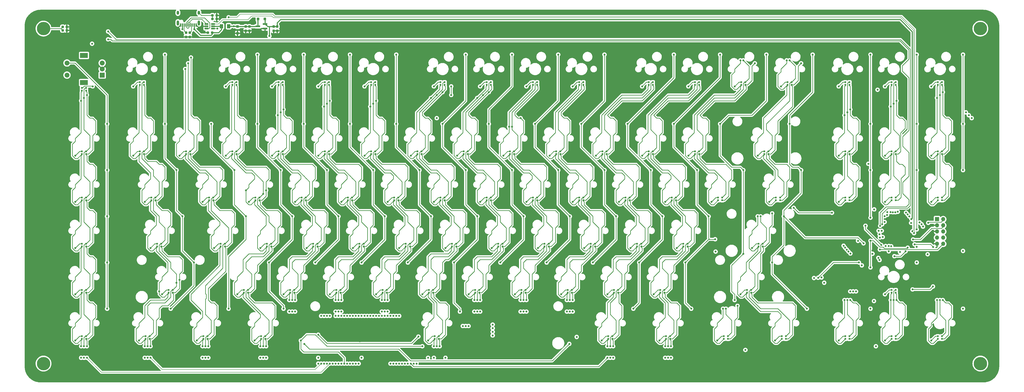
<source format=gbr>
%TF.GenerationSoftware,KiCad,Pcbnew,(6.0.4)*%
%TF.CreationDate,2022-07-07T12:58:27-04:00*%
%TF.ProjectId,Uranium,5572616e-6975-46d2-9e6b-696361645f70,rev?*%
%TF.SameCoordinates,Original*%
%TF.FileFunction,Copper,L1,Top*%
%TF.FilePolarity,Positive*%
%FSLAX46Y46*%
G04 Gerber Fmt 4.6, Leading zero omitted, Abs format (unit mm)*
G04 Created by KiCad (PCBNEW (6.0.4)) date 2022-07-07 12:58:27*
%MOMM*%
%LPD*%
G01*
G04 APERTURE LIST*
G04 Aperture macros list*
%AMRoundRect*
0 Rectangle with rounded corners*
0 $1 Rounding radius*
0 $2 $3 $4 $5 $6 $7 $8 $9 X,Y pos of 4 corners*
0 Add a 4 corners polygon primitive as box body*
4,1,4,$2,$3,$4,$5,$6,$7,$8,$9,$2,$3,0*
0 Add four circle primitives for the rounded corners*
1,1,$1+$1,$2,$3*
1,1,$1+$1,$4,$5*
1,1,$1+$1,$6,$7*
1,1,$1+$1,$8,$9*
0 Add four rect primitives between the rounded corners*
20,1,$1+$1,$2,$3,$4,$5,0*
20,1,$1+$1,$4,$5,$6,$7,0*
20,1,$1+$1,$6,$7,$8,$9,0*
20,1,$1+$1,$8,$9,$2,$3,0*%
G04 Aperture macros list end*
%TA.AperFunction,SMDPad,CuDef*%
%ADD10R,0.800000X0.700000*%
%TD*%
%TA.AperFunction,SMDPad,CuDef*%
%ADD11RoundRect,0.237500X0.237500X-0.287500X0.237500X0.287500X-0.237500X0.287500X-0.237500X-0.287500X0*%
%TD*%
%TA.AperFunction,SMDPad,CuDef*%
%ADD12RoundRect,0.237500X-0.237500X0.287500X-0.237500X-0.287500X0.237500X-0.287500X0.237500X0.287500X0*%
%TD*%
%TA.AperFunction,ComponentPad*%
%ADD13C,3.600000*%
%TD*%
%TA.AperFunction,ConnectorPad*%
%ADD14C,5.500000*%
%TD*%
%TA.AperFunction,SMDPad,CuDef*%
%ADD15RoundRect,0.237500X0.287500X0.237500X-0.287500X0.237500X-0.287500X-0.237500X0.287500X-0.237500X0*%
%TD*%
%TA.AperFunction,ComponentPad*%
%ADD16R,1.700000X1.700000*%
%TD*%
%TA.AperFunction,ComponentPad*%
%ADD17O,1.700000X1.700000*%
%TD*%
%TA.AperFunction,SMDPad,CuDef*%
%ADD18R,1.100000X1.100000*%
%TD*%
%TA.AperFunction,ComponentPad*%
%ADD19R,2.000000X2.000000*%
%TD*%
%TA.AperFunction,ComponentPad*%
%ADD20C,2.000000*%
%TD*%
%TA.AperFunction,ComponentPad*%
%ADD21R,3.200000X2.000000*%
%TD*%
%TA.AperFunction,SMDPad,CuDef*%
%ADD22R,1.900000X0.800000*%
%TD*%
%TA.AperFunction,SMDPad,CuDef*%
%ADD23R,0.600000X1.450000*%
%TD*%
%TA.AperFunction,SMDPad,CuDef*%
%ADD24R,0.300000X1.450000*%
%TD*%
%TA.AperFunction,ComponentPad*%
%ADD25O,1.000000X1.600000*%
%TD*%
%TA.AperFunction,ComponentPad*%
%ADD26O,1.000000X2.100000*%
%TD*%
%TA.AperFunction,SMDPad,CuDef*%
%ADD27RoundRect,0.237500X-0.287500X-0.237500X0.287500X-0.237500X0.287500X0.237500X-0.287500X0.237500X0*%
%TD*%
%TA.AperFunction,SMDPad,CuDef*%
%ADD28R,1.560000X0.650000*%
%TD*%
%TA.AperFunction,SMDPad,CuDef*%
%ADD29RoundRect,0.250001X0.462499X0.624999X-0.462499X0.624999X-0.462499X-0.624999X0.462499X-0.624999X0*%
%TD*%
%TA.AperFunction,ViaPad*%
%ADD30C,0.800000*%
%TD*%
%TA.AperFunction,Conductor*%
%ADD31C,0.250000*%
%TD*%
%TA.AperFunction,Conductor*%
%ADD32C,0.400000*%
%TD*%
%TA.AperFunction,Conductor*%
%ADD33C,0.200000*%
%TD*%
G04 APERTURE END LIST*
D10*
%TO.P,D155,1,RK*%
%TO.N,/LEDMatrix/CS16*%
X391375000Y-220815625D03*
%TO.P,D155,2,GK*%
%TO.N,/LEDMatrix/CS17*%
X391375000Y-219715625D03*
%TO.P,D155,3,BK*%
%TO.N,/LEDMatrix/CS18*%
X389675000Y-220815625D03*
%TO.P,D155,4,A*%
%TO.N,/LEDMatrix/SW4*%
X389675000Y-219715625D03*
%TD*%
%TO.P,D118,1,RK*%
%TO.N,/LEDMatrix/CS13*%
X358037500Y-182715625D03*
%TO.P,D118,2,GK*%
%TO.N,/LEDMatrix/CS14*%
X358037500Y-181615625D03*
%TO.P,D118,3,BK*%
%TO.N,/LEDMatrix/CS15*%
X356337500Y-182715625D03*
%TO.P,D118,4,A*%
%TO.N,/LEDMatrix/SW2*%
X356337500Y-181615625D03*
%TD*%
%TO.P,D124,1,RK*%
%TO.N,/LEDMatrix/CS31*%
X472337500Y-182715625D03*
%TO.P,D124,2,GK*%
%TO.N,/LEDMatrix/CS32*%
X472337500Y-181615625D03*
%TO.P,D124,3,BK*%
%TO.N,/LEDMatrix/CS33*%
X470637500Y-182715625D03*
%TO.P,D124,4,A*%
%TO.N,/LEDMatrix/SW2*%
X470637500Y-181615625D03*
%TD*%
%TO.P,D107,1,RK*%
%TO.N,/LEDMatrix/CS34*%
X510437500Y-154140625D03*
%TO.P,D107,2,GK*%
%TO.N,/LEDMatrix/CS35*%
X510437500Y-153040625D03*
%TO.P,D107,3,BK*%
%TO.N,/LEDMatrix/CS36*%
X508737500Y-154140625D03*
%TO.P,D107,4,A*%
%TO.N,/LEDMatrix/SW1*%
X508737500Y-153040625D03*
%TD*%
%TO.P,D134,1,RK*%
%TO.N,/LEDMatrix/CS7*%
X329462500Y-201765625D03*
%TO.P,D134,2,GK*%
%TO.N,/LEDMatrix/CS8*%
X329462500Y-200665625D03*
%TO.P,D134,3,BK*%
%TO.N,/LEDMatrix/CS9*%
X327762500Y-201765625D03*
%TO.P,D134,4,A*%
%TO.N,/LEDMatrix/SW3*%
X327762500Y-200665625D03*
%TD*%
%TO.P,D126,1,RK*%
%TO.N,/LEDMatrix/CS37*%
X510437500Y-182715625D03*
%TO.P,D126,2,GK*%
%TO.N,/LEDMatrix/CS38*%
X510437500Y-181615625D03*
%TO.P,D126,3,BK*%
%TO.N,/LEDMatrix/CS39*%
X508737500Y-182715625D03*
%TO.P,D126,4,A*%
%TO.N,/LEDMatrix/SW2*%
X508737500Y-181615625D03*
%TD*%
D11*
%TO.P,C8,1*%
%TO.N,GND*%
X354303437Y-131875000D03*
%TO.P,C8,2*%
%TO.N,+3V3*%
X354303437Y-130125000D03*
%TD*%
D10*
%TO.P,D158,1,RK*%
%TO.N,/LEDMatrix/CS25*%
X448525000Y-220815625D03*
%TO.P,D158,2,GK*%
%TO.N,/LEDMatrix/CS26*%
X448525000Y-219715625D03*
%TO.P,D158,3,BK*%
%TO.N,/LEDMatrix/CS27*%
X446825000Y-220815625D03*
%TO.P,D158,4,A*%
%TO.N,/LEDMatrix/SW4*%
X446825000Y-219715625D03*
%TD*%
%TO.P,D152,1,RK*%
%TO.N,/LEDMatrix/CS7*%
X334225000Y-220815625D03*
%TO.P,D152,2,GK*%
%TO.N,/LEDMatrix/CS8*%
X334225000Y-219715625D03*
%TO.P,D152,3,BK*%
%TO.N,/LEDMatrix/CS9*%
X332525000Y-220815625D03*
%TO.P,D152,4,A*%
%TO.N,/LEDMatrix/SW4*%
X332525000Y-219715625D03*
%TD*%
%TO.P,D167,1,RK*%
%TO.N,/LEDMatrix/CS13*%
X362800000Y-239865625D03*
%TO.P,D167,2,GK*%
%TO.N,/LEDMatrix/CS14*%
X362800000Y-238765625D03*
%TO.P,D167,3,BK*%
%TO.N,/LEDMatrix/CS15*%
X361100000Y-239865625D03*
%TO.P,D167,4,A*%
%TO.N,/LEDMatrix/SW5*%
X361100000Y-238765625D03*
%TD*%
%TO.P,D112,1,RK*%
%TO.N,/LEDMatrix/CS19*%
X610450000Y-154140625D03*
%TO.P,D112,2,GK*%
%TO.N,/LEDMatrix/CS20*%
X610450000Y-153040625D03*
%TO.P,D112,3,BK*%
%TO.N,/LEDMatrix/CS21*%
X608750000Y-154140625D03*
%TO.P,D112,4,A*%
%TO.N,/LEDMatrix/SW7*%
X608750000Y-153040625D03*
%TD*%
%TO.P,D184,1,RK*%
%TO.N,/LEDMatrix/CS37*%
X517581250Y-258915625D03*
%TO.P,D184,2,GK*%
%TO.N,/LEDMatrix/CS38*%
X517581250Y-257815625D03*
%TO.P,D184,3,BK*%
%TO.N,/LEDMatrix/CS39*%
X515881250Y-258915625D03*
%TO.P,D184,4,A*%
%TO.N,/LEDMatrix/SW6*%
X515881250Y-257815625D03*
%TD*%
%TO.P,D113,1,RK*%
%TO.N,/LEDMatrix/CS25*%
X629500000Y-154140625D03*
%TO.P,D113,2,GK*%
%TO.N,/LEDMatrix/CS26*%
X629500000Y-153040625D03*
%TO.P,D113,3,BK*%
%TO.N,/LEDMatrix/CS27*%
X627800000Y-154140625D03*
%TO.P,D113,4,A*%
%TO.N,/LEDMatrix/SW7*%
X627800000Y-153040625D03*
%TD*%
D11*
%TO.P,R10,1*%
%TO.N,GND*%
X318250000Y-134375000D03*
%TO.P,R10,2*%
%TO.N,Net-(J2-PadB5)*%
X318250000Y-132625000D03*
%TD*%
D12*
%TO.P,R12,1*%
%TO.N,+3V3*%
X355803437Y-130125000D03*
%TO.P,R12,2*%
%TO.N,GND*%
X355803437Y-131875000D03*
%TD*%
D10*
%TO.P,D122,1,RK*%
%TO.N,/LEDMatrix/CS25*%
X434237500Y-182715625D03*
%TO.P,D122,2,GK*%
%TO.N,/LEDMatrix/CS26*%
X434237500Y-181615625D03*
%TO.P,D122,3,BK*%
%TO.N,/LEDMatrix/CS27*%
X432537500Y-182715625D03*
%TO.P,D122,4,A*%
%TO.N,/LEDMatrix/SW2*%
X432537500Y-181615625D03*
%TD*%
D13*
%TO.P,H3,1,1*%
%TO.N,CASE*%
X259556250Y-269081250D03*
D14*
X259556250Y-269081250D03*
%TD*%
D10*
%TO.P,D136,1,RK*%
%TO.N,/LEDMatrix/CS13*%
X367562500Y-201765625D03*
%TO.P,D136,2,GK*%
%TO.N,/LEDMatrix/CS14*%
X367562500Y-200665625D03*
%TO.P,D136,3,BK*%
%TO.N,/LEDMatrix/CS15*%
X365862500Y-201765625D03*
%TO.P,D136,4,A*%
%TO.N,/LEDMatrix/SW3*%
X365862500Y-200665625D03*
%TD*%
%TO.P,D169,1,RK*%
%TO.N,/LEDMatrix/CS19*%
X400900000Y-239865625D03*
%TO.P,D169,2,GK*%
%TO.N,/LEDMatrix/CS20*%
X400900000Y-238765625D03*
%TO.P,D169,3,BK*%
%TO.N,/LEDMatrix/CS21*%
X399200000Y-239865625D03*
%TO.P,D169,4,A*%
%TO.N,/LEDMatrix/SW5*%
X399200000Y-238765625D03*
%TD*%
%TO.P,D130,1,RK*%
%TO.N,/LEDMatrix/CS19*%
X610450000Y-182715625D03*
%TO.P,D130,2,GK*%
%TO.N,/LEDMatrix/CS20*%
X610450000Y-181615625D03*
%TO.P,D130,3,BK*%
%TO.N,/LEDMatrix/CS21*%
X608750000Y-182715625D03*
%TO.P,D130,4,A*%
%TO.N,/LEDMatrix/SW8*%
X608750000Y-181615625D03*
%TD*%
D15*
%TO.P,C4,1*%
%TO.N,GND*%
X269178125Y-131697500D03*
%TO.P,C4,2*%
%TO.N,CASE*%
X267428125Y-131697500D03*
%TD*%
D10*
%TO.P,D174,1,RK*%
%TO.N,/LEDMatrix/CS34*%
X496150000Y-239865625D03*
%TO.P,D174,2,GK*%
%TO.N,/LEDMatrix/CS35*%
X496150000Y-238765625D03*
%TO.P,D174,3,BK*%
%TO.N,/LEDMatrix/CS36*%
X494450000Y-239865625D03*
%TO.P,D174,4,A*%
%TO.N,/LEDMatrix/SW5*%
X494450000Y-238765625D03*
%TD*%
%TO.P,D162,1,RK*%
%TO.N,/LEDMatrix/CS37*%
X524725000Y-220815625D03*
%TO.P,D162,2,GK*%
%TO.N,/LEDMatrix/CS38*%
X524725000Y-219715625D03*
%TO.P,D162,3,BK*%
%TO.N,/LEDMatrix/CS39*%
X523025000Y-220815625D03*
%TO.P,D162,4,A*%
%TO.N,/LEDMatrix/SW4*%
X523025000Y-219715625D03*
%TD*%
%TO.P,D100,1,RK*%
%TO.N,/LEDMatrix/CS13*%
X358037500Y-154140625D03*
%TO.P,D100,2,GK*%
%TO.N,/LEDMatrix/CS14*%
X358037500Y-153040625D03*
%TO.P,D100,3,BK*%
%TO.N,/LEDMatrix/CS15*%
X356337500Y-154140625D03*
%TO.P,D100,4,A*%
%TO.N,/LEDMatrix/SW1*%
X356337500Y-153040625D03*
%TD*%
D13*
%TO.P,H4,1,1*%
%TO.N,CASE*%
X645318750Y-269081250D03*
D14*
X645318750Y-269081250D03*
%TD*%
D16*
%TO.P,J1,1,VTref*%
%TO.N,+3V3*%
X627459375Y-209550000D03*
D17*
%TO.P,J1,2,SWDIO/TMS*%
%TO.N,SWDIO*%
X629999375Y-209550000D03*
%TO.P,J1,3,GND*%
%TO.N,GND*%
X627459375Y-212090000D03*
%TO.P,J1,4,SWDCLK/TCK*%
%TO.N,SWCLK*%
X629999375Y-212090000D03*
%TO.P,J1,5,GND*%
%TO.N,GND*%
X627459375Y-214630000D03*
%TO.P,J1,6,SWO/TDO*%
%TO.N,unconnected-(J1-Pad6)*%
X629999375Y-214630000D03*
%TO.P,J1,7,KEY*%
%TO.N,unconnected-(J1-Pad7)*%
X627459375Y-217170000D03*
%TO.P,J1,8,NC/TDI*%
%TO.N,unconnected-(J1-Pad8)*%
X629999375Y-217170000D03*
%TO.P,J1,9,GNDDetect*%
%TO.N,GND*%
X627459375Y-219710000D03*
%TO.P,J1,10,~{RESET}*%
%TO.N,NRST*%
X629999375Y-219710000D03*
%TD*%
D10*
%TO.P,D99,1,RK*%
%TO.N,/LEDMatrix/CS10*%
X338987500Y-154140625D03*
%TO.P,D99,2,GK*%
%TO.N,/LEDMatrix/CS11*%
X338987500Y-153040625D03*
%TO.P,D99,3,BK*%
%TO.N,/LEDMatrix/CS12*%
X337287500Y-154140625D03*
%TO.P,D99,4,A*%
%TO.N,/LEDMatrix/SW1*%
X337287500Y-153040625D03*
%TD*%
%TO.P,D140,1,RK*%
%TO.N,/LEDMatrix/CS25*%
X443762500Y-201765625D03*
%TO.P,D140,2,GK*%
%TO.N,/LEDMatrix/CS26*%
X443762500Y-200665625D03*
%TO.P,D140,3,BK*%
%TO.N,/LEDMatrix/CS27*%
X442062500Y-201765625D03*
%TO.P,D140,4,A*%
%TO.N,/LEDMatrix/SW3*%
X442062500Y-200665625D03*
%TD*%
%TO.P,D171,1,RK*%
%TO.N,/LEDMatrix/CS25*%
X439000000Y-239865625D03*
%TO.P,D171,2,GK*%
%TO.N,/LEDMatrix/CS26*%
X439000000Y-238765625D03*
%TO.P,D171,3,BK*%
%TO.N,/LEDMatrix/CS27*%
X437300000Y-239865625D03*
%TO.P,D171,4,A*%
%TO.N,/LEDMatrix/SW5*%
X437300000Y-238765625D03*
%TD*%
%TO.P,D138,1,RK*%
%TO.N,/LEDMatrix/CS19*%
X405662500Y-201765625D03*
%TO.P,D138,2,GK*%
%TO.N,/LEDMatrix/CS20*%
X405662500Y-200665625D03*
%TO.P,D138,3,BK*%
%TO.N,/LEDMatrix/CS21*%
X403962500Y-201765625D03*
%TO.P,D138,4,A*%
%TO.N,/LEDMatrix/SW3*%
X403962500Y-200665625D03*
%TD*%
D18*
%TO.P,D3,1,A1*%
%TO.N,GND*%
X339472812Y-132900000D03*
%TO.P,D3,2,A2*%
%TO.N,+5V*%
X339472812Y-130100000D03*
%TD*%
D10*
%TO.P,D168,1,RK*%
%TO.N,/LEDMatrix/CS16*%
X381850000Y-239865625D03*
%TO.P,D168,2,GK*%
%TO.N,/LEDMatrix/CS17*%
X381850000Y-238765625D03*
%TO.P,D168,3,BK*%
%TO.N,/LEDMatrix/CS18*%
X380150000Y-239865625D03*
%TO.P,D168,4,A*%
%TO.N,/LEDMatrix/SW5*%
X380150000Y-238765625D03*
%TD*%
%TO.P,D183,1,RK*%
%TO.N,/LEDMatrix/CS34*%
X493768750Y-258915625D03*
%TO.P,D183,2,GK*%
%TO.N,/LEDMatrix/CS35*%
X493768750Y-257815625D03*
%TO.P,D183,3,BK*%
%TO.N,/LEDMatrix/CS36*%
X492068750Y-258915625D03*
%TO.P,D183,4,A*%
%TO.N,/LEDMatrix/SW6*%
X492068750Y-257815625D03*
%TD*%
%TO.P,D157,1,RK*%
%TO.N,/LEDMatrix/CS22*%
X429475000Y-220815625D03*
%TO.P,D157,2,GK*%
%TO.N,/LEDMatrix/CS23*%
X429475000Y-219715625D03*
%TO.P,D157,3,BK*%
%TO.N,/LEDMatrix/CS24*%
X427775000Y-220815625D03*
%TO.P,D157,4,A*%
%TO.N,/LEDMatrix/SW4*%
X427775000Y-219715625D03*
%TD*%
%TO.P,D170,1,RK*%
%TO.N,/LEDMatrix/CS22*%
X419950000Y-239865625D03*
%TO.P,D170,2,GK*%
%TO.N,/LEDMatrix/CS23*%
X419950000Y-238765625D03*
%TO.P,D170,3,BK*%
%TO.N,/LEDMatrix/CS24*%
X418250000Y-239865625D03*
%TO.P,D170,4,A*%
%TO.N,/LEDMatrix/SW5*%
X418250000Y-238765625D03*
%TD*%
%TO.P,D98,1,RK*%
%TO.N,/LEDMatrix/CS4*%
X300887500Y-154140625D03*
%TO.P,D98,2,GK*%
%TO.N,/LEDMatrix/CS5*%
X300887500Y-153040625D03*
%TO.P,D98,3,BK*%
%TO.N,/LEDMatrix/CS6*%
X299187500Y-154140625D03*
%TO.P,D98,4,A*%
%TO.N,/LEDMatrix/SW1*%
X299187500Y-153040625D03*
%TD*%
%TO.P,D137,1,RK*%
%TO.N,/LEDMatrix/CS16*%
X386612500Y-201765625D03*
%TO.P,D137,2,GK*%
%TO.N,/LEDMatrix/CS17*%
X386612500Y-200665625D03*
%TO.P,D137,3,BK*%
%TO.N,/LEDMatrix/CS18*%
X384912500Y-201765625D03*
%TO.P,D137,4,A*%
%TO.N,/LEDMatrix/SW3*%
X384912500Y-200665625D03*
%TD*%
%TO.P,D117,1,RK*%
%TO.N,/LEDMatrix/CS10*%
X338987500Y-182715625D03*
%TO.P,D117,2,GK*%
%TO.N,/LEDMatrix/CS11*%
X338987500Y-181615625D03*
%TO.P,D117,3,BK*%
%TO.N,/LEDMatrix/CS12*%
X337287500Y-182715625D03*
%TO.P,D117,4,A*%
%TO.N,/LEDMatrix/SW2*%
X337287500Y-181615625D03*
%TD*%
D14*
%TO.P,H2,1,1*%
%TO.N,CASE*%
X645318750Y-130968750D03*
D13*
X645318750Y-130968750D03*
%TD*%
D10*
%TO.P,D182,1,RK*%
%TO.N,/LEDMatrix/CS22*%
X422331250Y-258915625D03*
%TO.P,D182,2,GK*%
%TO.N,/LEDMatrix/CS23*%
X422331250Y-257815625D03*
%TO.P,D182,3,BK*%
%TO.N,/LEDMatrix/CS24*%
X420631250Y-258915625D03*
%TO.P,D182,4,A*%
%TO.N,/LEDMatrix/SW6*%
X420631250Y-257815625D03*
%TD*%
%TO.P,D166,1,RK*%
%TO.N,/LEDMatrix/CS10*%
X343750000Y-239865625D03*
%TO.P,D166,2,GK*%
%TO.N,/LEDMatrix/CS11*%
X343750000Y-238765625D03*
%TO.P,D166,3,BK*%
%TO.N,/LEDMatrix/CS12*%
X342050000Y-239865625D03*
%TO.P,D166,4,A*%
%TO.N,/LEDMatrix/SW5*%
X342050000Y-238765625D03*
%TD*%
%TO.P,D120,1,RK*%
%TO.N,/LEDMatrix/CS19*%
X396137500Y-182715625D03*
%TO.P,D120,2,GK*%
%TO.N,/LEDMatrix/CS20*%
X396137500Y-181615625D03*
%TO.P,D120,3,BK*%
%TO.N,/LEDMatrix/CS21*%
X394437500Y-182715625D03*
%TO.P,D120,4,A*%
%TO.N,/LEDMatrix/SW2*%
X394437500Y-181615625D03*
%TD*%
%TO.P,D106,1,RK*%
%TO.N,/LEDMatrix/CS31*%
X481862500Y-154140625D03*
%TO.P,D106,2,GK*%
%TO.N,/LEDMatrix/CS32*%
X481862500Y-153040625D03*
%TO.P,D106,3,BK*%
%TO.N,/LEDMatrix/CS33*%
X480162500Y-154140625D03*
%TO.P,D106,4,A*%
%TO.N,/LEDMatrix/SW1*%
X480162500Y-153040625D03*
%TD*%
%TO.P,D114,1,RK*%
%TO.N,/LEDMatrix/CS1*%
X277075000Y-182715625D03*
%TO.P,D114,2,GK*%
%TO.N,/LEDMatrix/CS2*%
X277075000Y-181615625D03*
%TO.P,D114,3,BK*%
%TO.N,/LEDMatrix/CS3*%
X275375000Y-182715625D03*
%TO.P,D114,4,A*%
%TO.N,/LEDMatrix/SW2*%
X275375000Y-181615625D03*
%TD*%
%TO.P,D173,1,RK*%
%TO.N,/LEDMatrix/CS31*%
X477100000Y-239865625D03*
%TO.P,D173,2,GK*%
%TO.N,/LEDMatrix/CS32*%
X477100000Y-238765625D03*
%TO.P,D173,3,BK*%
%TO.N,/LEDMatrix/CS33*%
X475400000Y-239865625D03*
%TO.P,D173,4,A*%
%TO.N,/LEDMatrix/SW5*%
X475400000Y-238765625D03*
%TD*%
%TO.P,D145,1,RK*%
%TO.N,/LEDMatrix/CS1*%
X539012500Y-201765625D03*
%TO.P,D145,2,GK*%
%TO.N,/LEDMatrix/CS2*%
X539012500Y-200665625D03*
%TO.P,D145,3,BK*%
%TO.N,/LEDMatrix/CS3*%
X537312500Y-201765625D03*
%TO.P,D145,4,A*%
%TO.N,/LEDMatrix/SW9*%
X537312500Y-200665625D03*
%TD*%
%TO.P,D161,1,RK*%
%TO.N,/LEDMatrix/CS34*%
X505675000Y-220815625D03*
%TO.P,D161,2,GK*%
%TO.N,/LEDMatrix/CS35*%
X505675000Y-219715625D03*
%TO.P,D161,3,BK*%
%TO.N,/LEDMatrix/CS36*%
X503975000Y-220815625D03*
%TO.P,D161,4,A*%
%TO.N,/LEDMatrix/SW4*%
X503975000Y-219715625D03*
%TD*%
%TO.P,D131,1,RK*%
%TO.N,/LEDMatrix/CS25*%
X629500000Y-182715625D03*
%TO.P,D131,2,GK*%
%TO.N,/LEDMatrix/CS26*%
X629500000Y-181615625D03*
%TO.P,D131,3,BK*%
%TO.N,/LEDMatrix/CS27*%
X627800000Y-182715625D03*
%TO.P,D131,4,A*%
%TO.N,/LEDMatrix/SW8*%
X627800000Y-181615625D03*
%TD*%
D13*
%TO.P,H1,1,1*%
%TO.N,CASE*%
X259556250Y-130968750D03*
D14*
X259556250Y-130968750D03*
%TD*%
D10*
%TO.P,D165,1,RK*%
%TO.N,/LEDMatrix/CS4*%
X312793750Y-239865625D03*
%TO.P,D165,2,GK*%
%TO.N,/LEDMatrix/CS5*%
X312793750Y-238765625D03*
%TO.P,D165,3,BK*%
%TO.N,/LEDMatrix/CS6*%
X311093750Y-239865625D03*
%TO.P,D165,4,A*%
%TO.N,/LEDMatrix/SW5*%
X311093750Y-238765625D03*
%TD*%
%TO.P,D175,1,RK*%
%TO.N,/LEDMatrix/CS37*%
X515200000Y-239865625D03*
%TO.P,D175,2,GK*%
%TO.N,/LEDMatrix/CS38*%
X515200000Y-238765625D03*
%TO.P,D175,3,BK*%
%TO.N,/LEDMatrix/CS39*%
X513500000Y-239865625D03*
%TO.P,D175,4,A*%
%TO.N,/LEDMatrix/SW5*%
X513500000Y-238765625D03*
%TD*%
%TO.P,D149,1,RK*%
%TO.N,/LEDMatrix/CS25*%
X629500000Y-201765625D03*
%TO.P,D149,2,GK*%
%TO.N,/LEDMatrix/CS26*%
X629500000Y-200665625D03*
%TO.P,D149,3,BK*%
%TO.N,/LEDMatrix/CS27*%
X627800000Y-201765625D03*
%TO.P,D149,4,A*%
%TO.N,/LEDMatrix/SW9*%
X627800000Y-200665625D03*
%TD*%
%TO.P,D148,1,RK*%
%TO.N,/LEDMatrix/CS19*%
X610450000Y-201765625D03*
%TO.P,D148,2,GK*%
%TO.N,/LEDMatrix/CS20*%
X610450000Y-200665625D03*
%TO.P,D148,3,BK*%
%TO.N,/LEDMatrix/CS21*%
X608750000Y-201765625D03*
%TO.P,D148,4,A*%
%TO.N,/LEDMatrix/SW9*%
X608750000Y-200665625D03*
%TD*%
%TO.P,D142,1,RK*%
%TO.N,/LEDMatrix/CS31*%
X481862500Y-201765625D03*
%TO.P,D142,2,GK*%
%TO.N,/LEDMatrix/CS32*%
X481862500Y-200665625D03*
%TO.P,D142,3,BK*%
%TO.N,/LEDMatrix/CS33*%
X480162500Y-201765625D03*
%TO.P,D142,4,A*%
%TO.N,/LEDMatrix/SW3*%
X480162500Y-200665625D03*
%TD*%
%TO.P,D111,1,RK*%
%TO.N,/LEDMatrix/CS13*%
X591400000Y-154140625D03*
%TO.P,D111,2,GK*%
%TO.N,/LEDMatrix/CS14*%
X591400000Y-153040625D03*
%TO.P,D111,3,BK*%
%TO.N,/LEDMatrix/CS15*%
X589700000Y-154140625D03*
%TO.P,D111,4,A*%
%TO.N,/LEDMatrix/SW7*%
X589700000Y-153040625D03*
%TD*%
D11*
%TO.P,R9,1*%
%TO.N,GND*%
X319750000Y-134375000D03*
%TO.P,R9,2*%
%TO.N,Net-(J2-PadA5)*%
X319750000Y-132625000D03*
%TD*%
D10*
%TO.P,D110,1,RK*%
%TO.N,/LEDMatrix/CS7*%
X567587500Y-154140625D03*
%TO.P,D110,2,GK*%
%TO.N,/LEDMatrix/CS8*%
X567587500Y-153040625D03*
%TO.P,D110,3,BK*%
%TO.N,/LEDMatrix/CS9*%
X565887500Y-154140625D03*
%TO.P,D110,4,A*%
%TO.N,/LEDMatrix/SW7*%
X565887500Y-153040625D03*
%TD*%
%TO.P,D163,1,RK*%
%TO.N,/LEDMatrix/CS10*%
X555681250Y-220815625D03*
%TO.P,D163,2,GK*%
%TO.N,/LEDMatrix/CS11*%
X555681250Y-219715625D03*
%TO.P,D163,3,BK*%
%TO.N,/LEDMatrix/CS12*%
X553981250Y-220815625D03*
%TO.P,D163,4,A*%
%TO.N,/LEDMatrix/SW7*%
X553981250Y-219715625D03*
%TD*%
%TO.P,D188,1,RK*%
%TO.N,/LEDMatrix/CS22*%
X610450000Y-258915625D03*
%TO.P,D188,2,GK*%
%TO.N,/LEDMatrix/CS23*%
X610450000Y-257815625D03*
%TO.P,D188,3,BK*%
%TO.N,/LEDMatrix/CS24*%
X608750000Y-258915625D03*
%TO.P,D188,4,A*%
%TO.N,/LEDMatrix/SW9*%
X608750000Y-257815625D03*
%TD*%
%TO.P,D151,1,RK*%
%TO.N,/LEDMatrix/CS4*%
X308031250Y-220815625D03*
%TO.P,D151,2,GK*%
%TO.N,/LEDMatrix/CS5*%
X308031250Y-219715625D03*
%TO.P,D151,3,BK*%
%TO.N,/LEDMatrix/CS6*%
X306331250Y-220815625D03*
%TO.P,D151,4,A*%
%TO.N,/LEDMatrix/SW4*%
X306331250Y-219715625D03*
%TD*%
%TO.P,D144,1,RK*%
%TO.N,/LEDMatrix/CS37*%
X519962500Y-201765625D03*
%TO.P,D144,2,GK*%
%TO.N,/LEDMatrix/CS38*%
X519962500Y-200665625D03*
%TO.P,D144,3,BK*%
%TO.N,/LEDMatrix/CS39*%
X518262500Y-201765625D03*
%TO.P,D144,4,A*%
%TO.N,/LEDMatrix/SW3*%
X518262500Y-200665625D03*
%TD*%
%TO.P,D125,1,RK*%
%TO.N,/LEDMatrix/CS34*%
X491387500Y-182715625D03*
%TO.P,D125,2,GK*%
%TO.N,/LEDMatrix/CS35*%
X491387500Y-181615625D03*
%TO.P,D125,3,BK*%
%TO.N,/LEDMatrix/CS36*%
X489687500Y-182715625D03*
%TO.P,D125,4,A*%
%TO.N,/LEDMatrix/SW2*%
X489687500Y-181615625D03*
%TD*%
D19*
%TO.P,SW2,A,A*%
%TO.N,R1_A*%
X283725000Y-150137500D03*
D20*
%TO.P,SW2,B,B*%
%TO.N,R1_B*%
X283725000Y-145137500D03*
%TO.P,SW2,C,C*%
%TO.N,GND*%
X283725000Y-147637500D03*
D21*
%TO.P,SW2,MP*%
%TO.N,N/C*%
X276225000Y-142037500D03*
X276225000Y-153237500D03*
D20*
%TO.P,SW2,S1,S1*%
%TO.N,col0*%
X269225000Y-145137500D03*
%TO.P,SW2,S2,S2*%
%TO.N,/Key Matrix/E2*%
X269225000Y-150137500D03*
%TD*%
D10*
%TO.P,D108,1,RK*%
%TO.N,/LEDMatrix/CS37*%
X529487500Y-154140625D03*
%TO.P,D108,2,GK*%
%TO.N,/LEDMatrix/CS38*%
X529487500Y-153040625D03*
%TO.P,D108,3,BK*%
%TO.N,/LEDMatrix/CS39*%
X527787500Y-154140625D03*
%TO.P,D108,4,A*%
%TO.N,/LEDMatrix/SW1*%
X527787500Y-153040625D03*
%TD*%
%TO.P,D115,1,RK*%
%TO.N,/LEDMatrix/CS4*%
X300887500Y-182715625D03*
%TO.P,D115,2,GK*%
%TO.N,/LEDMatrix/CS5*%
X300887500Y-181615625D03*
%TO.P,D115,3,BK*%
%TO.N,/LEDMatrix/CS6*%
X299187500Y-182715625D03*
%TO.P,D115,4,A*%
%TO.N,/LEDMatrix/SW2*%
X299187500Y-181615625D03*
%TD*%
%TO.P,D189,1,RK*%
%TO.N,/LEDMatrix/CS28*%
X629500000Y-258915625D03*
%TO.P,D189,2,GK*%
%TO.N,/LEDMatrix/CS29*%
X629500000Y-257815625D03*
%TO.P,D189,3,BK*%
%TO.N,/LEDMatrix/CS30*%
X627800000Y-258915625D03*
%TO.P,D189,4,A*%
%TO.N,/LEDMatrix/SW9*%
X627800000Y-257815625D03*
%TD*%
D22*
%TO.P,U4,1,GND*%
%TO.N,GND*%
X350803437Y-130950000D03*
%TO.P,U4,2,VO*%
%TO.N,+3V3*%
X350803437Y-129050000D03*
%TO.P,U4,3,VI*%
%TO.N,+5V*%
X347803437Y-130000000D03*
%TD*%
D10*
%TO.P,D97,1,RK*%
%TO.N,/LEDMatrix/CS1*%
X277075000Y-156521875D03*
%TO.P,D97,2,GK*%
%TO.N,/LEDMatrix/CS2*%
X277075000Y-155421875D03*
%TO.P,D97,3,BK*%
%TO.N,/LEDMatrix/CS3*%
X275375000Y-156521875D03*
%TO.P,D97,4,A*%
%TO.N,/LEDMatrix/SW1*%
X275375000Y-155421875D03*
%TD*%
%TO.P,D172,1,RK*%
%TO.N,/LEDMatrix/CS28*%
X458050000Y-239865625D03*
%TO.P,D172,2,GK*%
%TO.N,/LEDMatrix/CS29*%
X458050000Y-238765625D03*
%TO.P,D172,3,BK*%
%TO.N,/LEDMatrix/CS30*%
X456350000Y-239865625D03*
%TO.P,D172,4,A*%
%TO.N,/LEDMatrix/SW5*%
X456350000Y-238765625D03*
%TD*%
D23*
%TO.P,J2,A1,GND*%
%TO.N,GND*%
X322450000Y-129545000D03*
%TO.P,J2,A4,VBUS*%
%TO.N,VBUS*%
X321650000Y-129545000D03*
D24*
%TO.P,J2,A5,CC1*%
%TO.N,Net-(J2-PadA5)*%
X320450000Y-129545000D03*
%TO.P,J2,A6,D+*%
%TO.N,D+BUS*%
X319450000Y-129545000D03*
%TO.P,J2,A7,D-*%
%TO.N,D-BUS*%
X318950000Y-129545000D03*
%TO.P,J2,A8,SBU1*%
%TO.N,unconnected-(J2-PadA8)*%
X317950000Y-129545000D03*
D23*
%TO.P,J2,A9,VBUS*%
%TO.N,VBUS*%
X316750000Y-129545000D03*
%TO.P,J2,A12,GND*%
%TO.N,GND*%
X315950000Y-129545000D03*
%TO.P,J2,B1,GND*%
X315950000Y-129545000D03*
%TO.P,J2,B4,VBUS*%
%TO.N,VBUS*%
X316750000Y-129545000D03*
D24*
%TO.P,J2,B5,CC2*%
%TO.N,Net-(J2-PadB5)*%
X317450000Y-129545000D03*
%TO.P,J2,B6,D+*%
%TO.N,D+BUS*%
X318450000Y-129545000D03*
%TO.P,J2,B7,D-*%
%TO.N,D-BUS*%
X319950000Y-129545000D03*
%TO.P,J2,B8,SBU2*%
%TO.N,unconnected-(J2-PadB8)*%
X320950000Y-129545000D03*
D23*
%TO.P,J2,B9,VBUS*%
%TO.N,VBUS*%
X321650000Y-129545000D03*
%TO.P,J2,B12,GND*%
%TO.N,GND*%
X322450000Y-129545000D03*
D25*
%TO.P,J2,S1,SHIELD*%
%TO.N,Net-(C13-Pad2)*%
X314880000Y-124450000D03*
D26*
X314880000Y-128630000D03*
X323520000Y-128630000D03*
D25*
X323520000Y-124450000D03*
%TD*%
D10*
%TO.P,D143,1,RK*%
%TO.N,/LEDMatrix/CS34*%
X500912500Y-201765625D03*
%TO.P,D143,2,GK*%
%TO.N,/LEDMatrix/CS35*%
X500912500Y-200665625D03*
%TO.P,D143,3,BK*%
%TO.N,/LEDMatrix/CS36*%
X499212500Y-201765625D03*
%TO.P,D143,4,A*%
%TO.N,/LEDMatrix/SW3*%
X499212500Y-200665625D03*
%TD*%
%TO.P,D186,1,RK*%
%TO.N,/LEDMatrix/CS10*%
X565206250Y-258915625D03*
%TO.P,D186,2,GK*%
%TO.N,/LEDMatrix/CS11*%
X565206250Y-257815625D03*
%TO.P,D186,3,BK*%
%TO.N,/LEDMatrix/CS12*%
X563506250Y-258915625D03*
%TO.P,D186,4,A*%
%TO.N,/LEDMatrix/SW9*%
X563506250Y-257815625D03*
%TD*%
%TO.P,D185,1,RK*%
%TO.N,/LEDMatrix/CS4*%
X541393750Y-258915625D03*
%TO.P,D185,2,GK*%
%TO.N,/LEDMatrix/CS5*%
X541393750Y-257815625D03*
%TO.P,D185,3,BK*%
%TO.N,/LEDMatrix/CS6*%
X539693750Y-258915625D03*
%TO.P,D185,4,A*%
%TO.N,/LEDMatrix/SW9*%
X539693750Y-257815625D03*
%TD*%
%TO.P,D159,1,RK*%
%TO.N,/LEDMatrix/CS28*%
X467575000Y-220815625D03*
%TO.P,D159,2,GK*%
%TO.N,/LEDMatrix/CS29*%
X467575000Y-219715625D03*
%TO.P,D159,3,BK*%
%TO.N,/LEDMatrix/CS30*%
X465875000Y-220815625D03*
%TO.P,D159,4,A*%
%TO.N,/LEDMatrix/SW4*%
X465875000Y-219715625D03*
%TD*%
%TO.P,D128,1,RK*%
%TO.N,/LEDMatrix/CS7*%
X558062500Y-182715625D03*
%TO.P,D128,2,GK*%
%TO.N,/LEDMatrix/CS8*%
X558062500Y-181615625D03*
%TO.P,D128,3,BK*%
%TO.N,/LEDMatrix/CS9*%
X556362500Y-182715625D03*
%TO.P,D128,4,A*%
%TO.N,/LEDMatrix/SW8*%
X556362500Y-181615625D03*
%TD*%
D11*
%TO.P,C7,1*%
%TO.N,GND*%
X342803437Y-131875000D03*
%TO.P,C7,2*%
%TO.N,+5V*%
X342803437Y-130125000D03*
%TD*%
D10*
%TO.P,D156,1,RK*%
%TO.N,/LEDMatrix/CS19*%
X410425000Y-220815625D03*
%TO.P,D156,2,GK*%
%TO.N,/LEDMatrix/CS20*%
X410425000Y-219715625D03*
%TO.P,D156,3,BK*%
%TO.N,/LEDMatrix/CS21*%
X408725000Y-220815625D03*
%TO.P,D156,4,A*%
%TO.N,/LEDMatrix/SW4*%
X408725000Y-219715625D03*
%TD*%
%TO.P,D133,1,RK*%
%TO.N,/LEDMatrix/CS4*%
X305650000Y-201765625D03*
%TO.P,D133,2,GK*%
%TO.N,/LEDMatrix/CS5*%
X305650000Y-200665625D03*
%TO.P,D133,3,BK*%
%TO.N,/LEDMatrix/CS6*%
X303950000Y-201765625D03*
%TO.P,D133,4,A*%
%TO.N,/LEDMatrix/SW3*%
X303950000Y-200665625D03*
%TD*%
%TO.P,D105,1,RK*%
%TO.N,/LEDMatrix/CS28*%
X462812500Y-154140625D03*
%TO.P,D105,2,GK*%
%TO.N,/LEDMatrix/CS29*%
X462812500Y-153040625D03*
%TO.P,D105,3,BK*%
%TO.N,/LEDMatrix/CS30*%
X461112500Y-154140625D03*
%TO.P,D105,4,A*%
%TO.N,/LEDMatrix/SW1*%
X461112500Y-153040625D03*
%TD*%
%TO.P,D153,1,RK*%
%TO.N,/LEDMatrix/CS10*%
X353275000Y-220815625D03*
%TO.P,D153,2,GK*%
%TO.N,/LEDMatrix/CS11*%
X353275000Y-219715625D03*
%TO.P,D153,3,BK*%
%TO.N,/LEDMatrix/CS12*%
X351575000Y-220815625D03*
%TO.P,D153,4,A*%
%TO.N,/LEDMatrix/SW4*%
X351575000Y-219715625D03*
%TD*%
%TO.P,D109,1,RK*%
%TO.N,/LEDMatrix/CS1*%
X548537500Y-154140625D03*
%TO.P,D109,2,GK*%
%TO.N,/LEDMatrix/CS2*%
X548537500Y-153040625D03*
%TO.P,D109,3,BK*%
%TO.N,/LEDMatrix/CS3*%
X546837500Y-154140625D03*
%TO.P,D109,4,A*%
%TO.N,/LEDMatrix/SW7*%
X546837500Y-153040625D03*
%TD*%
%TO.P,D121,1,RK*%
%TO.N,/LEDMatrix/CS22*%
X415187500Y-182715625D03*
%TO.P,D121,2,GK*%
%TO.N,/LEDMatrix/CS23*%
X415187500Y-181615625D03*
%TO.P,D121,3,BK*%
%TO.N,/LEDMatrix/CS24*%
X413487500Y-182715625D03*
%TO.P,D121,4,A*%
%TO.N,/LEDMatrix/SW2*%
X413487500Y-181615625D03*
%TD*%
D18*
%TO.P,D2,1,K*%
%TO.N,+5V*%
X347903437Y-127000000D03*
%TO.P,D2,2,A*%
%TO.N,+3V3*%
X350703437Y-127000000D03*
%TD*%
D27*
%TO.P,R13,1*%
%TO.N,Net-(C13-Pad2)*%
X329125000Y-125500000D03*
%TO.P,R13,2*%
%TO.N,GND*%
X330875000Y-125500000D03*
%TD*%
D10*
%TO.P,D176,1,RK*%
%TO.N,/LEDMatrix/CS10*%
X550918750Y-239865625D03*
%TO.P,D176,2,GK*%
%TO.N,/LEDMatrix/CS11*%
X550918750Y-238765625D03*
%TO.P,D176,3,BK*%
%TO.N,/LEDMatrix/CS12*%
X549218750Y-239865625D03*
%TO.P,D176,4,A*%
%TO.N,/LEDMatrix/SW8*%
X549218750Y-238765625D03*
%TD*%
%TO.P,D154,1,RK*%
%TO.N,/LEDMatrix/CS13*%
X372325000Y-220815625D03*
%TO.P,D154,2,GK*%
%TO.N,/LEDMatrix/CS14*%
X372325000Y-219715625D03*
%TO.P,D154,3,BK*%
%TO.N,/LEDMatrix/CS15*%
X370625000Y-220815625D03*
%TO.P,D154,4,A*%
%TO.N,/LEDMatrix/SW4*%
X370625000Y-219715625D03*
%TD*%
%TO.P,D141,1,RK*%
%TO.N,/LEDMatrix/CS28*%
X462812500Y-201765625D03*
%TO.P,D141,2,GK*%
%TO.N,/LEDMatrix/CS29*%
X462812500Y-200665625D03*
%TO.P,D141,3,BK*%
%TO.N,/LEDMatrix/CS30*%
X461112500Y-201765625D03*
%TO.P,D141,4,A*%
%TO.N,/LEDMatrix/SW3*%
X461112500Y-200665625D03*
%TD*%
%TO.P,D160,1,RK*%
%TO.N,/LEDMatrix/CS31*%
X486625000Y-220815625D03*
%TO.P,D160,2,GK*%
%TO.N,/LEDMatrix/CS32*%
X486625000Y-219715625D03*
%TO.P,D160,3,BK*%
%TO.N,/LEDMatrix/CS33*%
X484925000Y-220815625D03*
%TO.P,D160,4,A*%
%TO.N,/LEDMatrix/SW4*%
X484925000Y-219715625D03*
%TD*%
%TO.P,D123,1,RK*%
%TO.N,/LEDMatrix/CS28*%
X453287500Y-182715625D03*
%TO.P,D123,2,GK*%
%TO.N,/LEDMatrix/CS29*%
X453287500Y-181615625D03*
%TO.P,D123,3,BK*%
%TO.N,/LEDMatrix/CS30*%
X451587500Y-182715625D03*
%TO.P,D123,4,A*%
%TO.N,/LEDMatrix/SW2*%
X451587500Y-181615625D03*
%TD*%
D28*
%TO.P,U3,1,IO1*%
%TO.N,D-BUS*%
X326650000Y-129050000D03*
%TO.P,U3,2,GND*%
%TO.N,GND*%
X326650000Y-130000000D03*
%TO.P,U3,3,IO2*%
%TO.N,D+BUS*%
X326650000Y-130950000D03*
%TO.P,U3,4,IO2*%
%TO.N,D+*%
X329350000Y-130950000D03*
%TO.P,U3,5,VBUS*%
%TO.N,VBUS*%
X329350000Y-130000000D03*
%TO.P,U3,6,IO1*%
%TO.N,D-*%
X329350000Y-129050000D03*
%TD*%
D10*
%TO.P,D103,1,RK*%
%TO.N,/LEDMatrix/CS22*%
X424712500Y-154140625D03*
%TO.P,D103,2,GK*%
%TO.N,/LEDMatrix/CS23*%
X424712500Y-153040625D03*
%TO.P,D103,3,BK*%
%TO.N,/LEDMatrix/CS24*%
X423012500Y-154140625D03*
%TO.P,D103,4,A*%
%TO.N,/LEDMatrix/SW1*%
X423012500Y-153040625D03*
%TD*%
%TO.P,D177,1,RK*%
%TO.N,/LEDMatrix/CS22*%
X610450000Y-239865625D03*
%TO.P,D177,2,GK*%
%TO.N,/LEDMatrix/CS23*%
X610450000Y-238765625D03*
%TO.P,D177,3,BK*%
%TO.N,/LEDMatrix/CS24*%
X608750000Y-239865625D03*
%TO.P,D177,4,A*%
%TO.N,/LEDMatrix/SW8*%
X608750000Y-238765625D03*
%TD*%
D15*
%TO.P,C3,1*%
%TO.N,VBUS*%
X328975000Y-132600000D03*
%TO.P,C3,2*%
%TO.N,GND*%
X327225000Y-132600000D03*
%TD*%
D10*
%TO.P,D132,1,RK*%
%TO.N,/LEDMatrix/CS1*%
X277075000Y-201765625D03*
%TO.P,D132,2,GK*%
%TO.N,/LEDMatrix/CS2*%
X277075000Y-200665625D03*
%TO.P,D132,3,BK*%
%TO.N,/LEDMatrix/CS3*%
X275375000Y-201765625D03*
%TO.P,D132,4,A*%
%TO.N,/LEDMatrix/SW3*%
X275375000Y-200665625D03*
%TD*%
%TO.P,D104,1,RK*%
%TO.N,/LEDMatrix/CS25*%
X443762500Y-154140625D03*
%TO.P,D104,2,GK*%
%TO.N,/LEDMatrix/CS26*%
X443762500Y-153040625D03*
%TO.P,D104,3,BK*%
%TO.N,/LEDMatrix/CS27*%
X442062500Y-154140625D03*
%TO.P,D104,4,A*%
%TO.N,/LEDMatrix/SW1*%
X442062500Y-153040625D03*
%TD*%
D29*
%TO.P,F1,1*%
%TO.N,+5V*%
X335790937Y-130000000D03*
%TO.P,F1,2*%
%TO.N,VBUS*%
X332815937Y-130000000D03*
%TD*%
D12*
%TO.P,R11,1*%
%TO.N,+5V*%
X344303437Y-130125000D03*
%TO.P,R11,2*%
%TO.N,GND*%
X344303437Y-131875000D03*
%TD*%
D10*
%TO.P,D102,1,RK*%
%TO.N,/LEDMatrix/CS19*%
X396137500Y-154140625D03*
%TO.P,D102,2,GK*%
%TO.N,/LEDMatrix/CS20*%
X396137500Y-153040625D03*
%TO.P,D102,3,BK*%
%TO.N,/LEDMatrix/CS21*%
X394437500Y-154140625D03*
%TO.P,D102,4,A*%
%TO.N,/LEDMatrix/SW1*%
X394437500Y-153040625D03*
%TD*%
%TO.P,D178,1,RK*%
%TO.N,/LEDMatrix/CS1*%
X277075000Y-258915625D03*
%TO.P,D178,2,GK*%
%TO.N,/LEDMatrix/CS2*%
X277075000Y-257815625D03*
%TO.P,D178,3,BK*%
%TO.N,/LEDMatrix/CS3*%
X275375000Y-258915625D03*
%TO.P,D178,4,A*%
%TO.N,/LEDMatrix/SW6*%
X275375000Y-257815625D03*
%TD*%
%TO.P,D179,1,RK*%
%TO.N,/LEDMatrix/CS4*%
X303268750Y-258915625D03*
%TO.P,D179,2,GK*%
%TO.N,/LEDMatrix/CS5*%
X303268750Y-257815625D03*
%TO.P,D179,3,BK*%
%TO.N,/LEDMatrix/CS6*%
X301568750Y-258915625D03*
%TO.P,D179,4,A*%
%TO.N,/LEDMatrix/SW6*%
X301568750Y-257815625D03*
%TD*%
%TO.P,D139,1,RK*%
%TO.N,/LEDMatrix/CS22*%
X424712500Y-201765625D03*
%TO.P,D139,2,GK*%
%TO.N,/LEDMatrix/CS23*%
X424712500Y-200665625D03*
%TO.P,D139,3,BK*%
%TO.N,/LEDMatrix/CS24*%
X423012500Y-201765625D03*
%TO.P,D139,4,A*%
%TO.N,/LEDMatrix/SW3*%
X423012500Y-200665625D03*
%TD*%
%TO.P,D164,1,RK*%
%TO.N,/LEDMatrix/CS1*%
X277075000Y-239865625D03*
%TO.P,D164,2,GK*%
%TO.N,/LEDMatrix/CS2*%
X277075000Y-238765625D03*
%TO.P,D164,3,BK*%
%TO.N,/LEDMatrix/CS3*%
X275375000Y-239865625D03*
%TO.P,D164,4,A*%
%TO.N,/LEDMatrix/SW5*%
X275375000Y-238765625D03*
%TD*%
%TO.P,D147,1,RK*%
%TO.N,/LEDMatrix/CS13*%
X591400000Y-201765625D03*
%TO.P,D147,2,GK*%
%TO.N,/LEDMatrix/CS14*%
X591400000Y-200665625D03*
%TO.P,D147,3,BK*%
%TO.N,/LEDMatrix/CS15*%
X589700000Y-201765625D03*
%TO.P,D147,4,A*%
%TO.N,/LEDMatrix/SW9*%
X589700000Y-200665625D03*
%TD*%
D15*
%TO.P,C13,1*%
%TO.N,GND*%
X330875000Y-127000000D03*
%TO.P,C13,2*%
%TO.N,Net-(C13-Pad2)*%
X329125000Y-127000000D03*
%TD*%
D10*
%TO.P,D129,1,RK*%
%TO.N,/LEDMatrix/CS13*%
X591400000Y-182715625D03*
%TO.P,D129,2,GK*%
%TO.N,/LEDMatrix/CS14*%
X591400000Y-181615625D03*
%TO.P,D129,3,BK*%
%TO.N,/LEDMatrix/CS15*%
X589700000Y-182715625D03*
%TO.P,D129,4,A*%
%TO.N,/LEDMatrix/SW8*%
X589700000Y-181615625D03*
%TD*%
%TO.P,D101,1,RK*%
%TO.N,/LEDMatrix/CS16*%
X377087500Y-154140625D03*
%TO.P,D101,2,GK*%
%TO.N,/LEDMatrix/CS17*%
X377087500Y-153040625D03*
%TO.P,D101,3,BK*%
%TO.N,/LEDMatrix/CS18*%
X375387500Y-154140625D03*
%TO.P,D101,4,A*%
%TO.N,/LEDMatrix/SW1*%
X375387500Y-153040625D03*
%TD*%
%TO.P,D119,1,RK*%
%TO.N,/LEDMatrix/CS16*%
X377087500Y-182715625D03*
%TO.P,D119,2,GK*%
%TO.N,/LEDMatrix/CS17*%
X377087500Y-181615625D03*
%TO.P,D119,3,BK*%
%TO.N,/LEDMatrix/CS18*%
X375387500Y-182715625D03*
%TO.P,D119,4,A*%
%TO.N,/LEDMatrix/SW2*%
X375387500Y-181615625D03*
%TD*%
%TO.P,D181,1,RK*%
%TO.N,/LEDMatrix/CS10*%
X350893750Y-258915625D03*
%TO.P,D181,2,GK*%
%TO.N,/LEDMatrix/CS11*%
X350893750Y-257815625D03*
%TO.P,D181,3,BK*%
%TO.N,/LEDMatrix/CS12*%
X349193750Y-258915625D03*
%TO.P,D181,4,A*%
%TO.N,/LEDMatrix/SW6*%
X349193750Y-257815625D03*
%TD*%
%TO.P,D150,1,RK*%
%TO.N,/LEDMatrix/CS1*%
X277075000Y-220815625D03*
%TO.P,D150,2,GK*%
%TO.N,/LEDMatrix/CS2*%
X277075000Y-219715625D03*
%TO.P,D150,3,BK*%
%TO.N,/LEDMatrix/CS3*%
X275375000Y-220815625D03*
%TO.P,D150,4,A*%
%TO.N,/LEDMatrix/SW4*%
X275375000Y-219715625D03*
%TD*%
%TO.P,D116,1,RK*%
%TO.N,/LEDMatrix/CS7*%
X319937500Y-182715625D03*
%TO.P,D116,2,GK*%
%TO.N,/LEDMatrix/CS8*%
X319937500Y-181615625D03*
%TO.P,D116,3,BK*%
%TO.N,/LEDMatrix/CS9*%
X318237500Y-182715625D03*
%TO.P,D116,4,A*%
%TO.N,/LEDMatrix/SW2*%
X318237500Y-181615625D03*
%TD*%
D27*
%TO.P,R2,1*%
%TO.N,CASE*%
X267425000Y-130250000D03*
%TO.P,R2,2*%
%TO.N,GND*%
X269175000Y-130250000D03*
%TD*%
D10*
%TO.P,D187,1,RK*%
%TO.N,/LEDMatrix/CS16*%
X591400000Y-258915625D03*
%TO.P,D187,2,GK*%
%TO.N,/LEDMatrix/CS17*%
X591400000Y-257815625D03*
%TO.P,D187,3,BK*%
%TO.N,/LEDMatrix/CS18*%
X589700000Y-258915625D03*
%TO.P,D187,4,A*%
%TO.N,/LEDMatrix/SW9*%
X589700000Y-257815625D03*
%TD*%
%TO.P,D146,1,RK*%
%TO.N,/LEDMatrix/CS7*%
X562825000Y-201765625D03*
%TO.P,D146,2,GK*%
%TO.N,/LEDMatrix/CS8*%
X562825000Y-200665625D03*
%TO.P,D146,3,BK*%
%TO.N,/LEDMatrix/CS9*%
X561125000Y-201765625D03*
%TO.P,D146,4,A*%
%TO.N,/LEDMatrix/SW9*%
X561125000Y-200665625D03*
%TD*%
%TO.P,D180,1,RK*%
%TO.N,/LEDMatrix/CS7*%
X327081250Y-258915625D03*
%TO.P,D180,2,GK*%
%TO.N,/LEDMatrix/CS8*%
X327081250Y-257815625D03*
%TO.P,D180,3,BK*%
%TO.N,/LEDMatrix/CS9*%
X325381250Y-258915625D03*
%TO.P,D180,4,A*%
%TO.N,/LEDMatrix/SW6*%
X325381250Y-257815625D03*
%TD*%
%TO.P,D135,1,RK*%
%TO.N,/LEDMatrix/CS10*%
X348512500Y-201765625D03*
%TO.P,D135,2,GK*%
%TO.N,/LEDMatrix/CS11*%
X348512500Y-200665625D03*
%TO.P,D135,3,BK*%
%TO.N,/LEDMatrix/CS12*%
X346812500Y-201765625D03*
%TO.P,D135,4,A*%
%TO.N,/LEDMatrix/SW3*%
X346812500Y-200665625D03*
%TD*%
%TO.P,D127,1,RK*%
%TO.N,/LEDMatrix/CS1*%
X529487500Y-182715625D03*
%TO.P,D127,2,GK*%
%TO.N,/LEDMatrix/CS2*%
X529487500Y-181615625D03*
%TO.P,D127,3,BK*%
%TO.N,/LEDMatrix/CS3*%
X527787500Y-182715625D03*
%TO.P,D127,4,A*%
%TO.N,/LEDMatrix/SW8*%
X527787500Y-181615625D03*
%TD*%
D30*
%TO.N,NRST*%
X600900000Y-223800000D03*
X594915625Y-218484375D03*
X603900000Y-222050000D03*
%TO.N,GND*%
X386700000Y-257000000D03*
X315200000Y-131500000D03*
X611456250Y-212456250D03*
X625900000Y-253000000D03*
X607800000Y-212600000D03*
X324600000Y-131700000D03*
X611393750Y-216106250D03*
X259500000Y-227600000D03*
X611100000Y-274000000D03*
X378619068Y-249436147D03*
X332800000Y-126000000D03*
X625900000Y-223300000D03*
X617200000Y-219000000D03*
X389722312Y-257090637D03*
X607906250Y-216006250D03*
X256800000Y-231300000D03*
X269300000Y-134200000D03*
X389748547Y-253876920D03*
X619200000Y-270800000D03*
X280400000Y-132800000D03*
X262000000Y-231500000D03*
X392940402Y-257060031D03*
X288800000Y-225200000D03*
X389800000Y-259900000D03*
X629200000Y-237000000D03*
X280300000Y-135400000D03*
X359900000Y-133100000D03*
X586800000Y-270600000D03*
X264900000Y-231100000D03*
X597200000Y-272900000D03*
X600900000Y-222500000D03*
%TO.N,BOOT0*%
X598000000Y-212250000D03*
X604500000Y-220200000D03*
X608600000Y-220700000D03*
%TO.N,VBUS*%
X316700000Y-131200000D03*
X321650000Y-131200000D03*
%TO.N,E1_A*%
X604900000Y-211650000D03*
X286150000Y-132150000D03*
%TO.N,E1_B*%
X604050000Y-212300000D03*
X286150000Y-135400000D03*
%TO.N,+5V*%
X337915625Y-130000000D03*
%TO.N,+3V3*%
X581025488Y-235743948D03*
X479100000Y-258100000D03*
X616900000Y-209500000D03*
X596503626Y-228600192D03*
X390525000Y-266700000D03*
X279550000Y-137200000D03*
X352550000Y-134000000D03*
X378618750Y-269081250D03*
%TO.N,LM_SDB*%
X444500000Y-253000000D03*
X576800000Y-233800000D03*
X610300000Y-206700000D03*
X402431250Y-269081250D03*
%TO.N,row0*%
X602981250Y-156181250D03*
X609300000Y-206700000D03*
%TO.N,row1*%
X599200000Y-186700000D03*
X608300000Y-206600000D03*
%TO.N,row2*%
X607000000Y-206600000D03*
X601600000Y-205500000D03*
%TO.N,row3*%
X606900000Y-207800000D03*
X584200000Y-206900000D03*
X536300000Y-222900000D03*
X568450000Y-204850000D03*
%TO.N,row4*%
X605900000Y-208300000D03*
X601500000Y-243300000D03*
%TO.N,row5*%
X366921875Y-260956250D03*
X605900000Y-210700000D03*
X602300000Y-261937500D03*
X476040625Y-260956250D03*
%TO.N,Net-(D89-Pad2)*%
X413921250Y-257949375D03*
X372665625Y-257175000D03*
%TO.N,/LEDMatrix/CS3*%
X546496875Y-144065625D03*
X275034375Y-160734375D03*
X275034375Y-261937500D03*
%TO.N,/LEDMatrix/SW1*%
X506015625Y-154781250D03*
X279796875Y-154781250D03*
X477440625Y-154781250D03*
X458390625Y-154781250D03*
X421481604Y-167878266D03*
X427434734Y-154781380D03*
X353615625Y-154781250D03*
X525065625Y-154781250D03*
X334565625Y-154781250D03*
X391715625Y-154781250D03*
X439340625Y-154781250D03*
X389334375Y-269081250D03*
X427434734Y-158353258D03*
X372665625Y-154781250D03*
X420290625Y-154781250D03*
X296465625Y-154781250D03*
%TO.N,/LEDMatrix/CS1*%
X552450000Y-145256250D03*
X277415625Y-261937500D03*
X277415625Y-158353125D03*
%TO.N,/LEDMatrix/CS2*%
X276225000Y-261937500D03*
X547687500Y-144065625D03*
X276225000Y-159543750D03*
%TO.N,/LEDMatrix/CS6*%
X307181250Y-239315625D03*
X301228125Y-261937500D03*
X539353125Y-246459375D03*
%TO.N,/LEDMatrix/CS4*%
X315515625Y-234553125D03*
X545306250Y-245268750D03*
X303609375Y-261937500D03*
%TO.N,/LEDMatrix/CS5*%
X314325000Y-235743750D03*
X540543750Y-246459375D03*
X302418750Y-261937500D03*
%TO.N,/LEDMatrix/CS12*%
X553640625Y-208359375D03*
X342900000Y-197643750D03*
X348853125Y-261937500D03*
%TO.N,/LEDMatrix/CS10*%
X351234375Y-197643750D03*
X559593750Y-207168750D03*
X351234375Y-261937500D03*
%TO.N,/LEDMatrix/CS11*%
X554831250Y-208359375D03*
X350043750Y-199134375D03*
X350043750Y-261937500D03*
%TO.N,/LEDMatrix/CS15*%
X360759375Y-242887500D03*
X355996875Y-166687500D03*
X589359375Y-166687500D03*
%TO.N,/LEDMatrix/CS13*%
X591740625Y-164306250D03*
X363140625Y-242887500D03*
X358378125Y-164306250D03*
%TO.N,/LEDMatrix/CS14*%
X361950000Y-242887500D03*
X357187500Y-165496875D03*
X590550000Y-165496875D03*
%TO.N,/LEDMatrix/CS18*%
X589359375Y-242887500D03*
X379809375Y-242887500D03*
X375046875Y-163115625D03*
%TO.N,/LEDMatrix/CS16*%
X377415711Y-160746789D03*
X591740625Y-242887500D03*
X382190625Y-242887500D03*
%TO.N,/LEDMatrix/CS17*%
X376237500Y-161925000D03*
X590550000Y-242887500D03*
X381000000Y-242887500D03*
%TO.N,/LEDMatrix/CS21*%
X394096875Y-163115625D03*
X398859375Y-242887500D03*
X608409375Y-163115625D03*
%TO.N,/LEDMatrix/CS19*%
X401240625Y-242887500D03*
X610790625Y-160734375D03*
X396478125Y-160734375D03*
%TO.N,/LEDMatrix/CS20*%
X395287500Y-161925000D03*
X609600000Y-161925000D03*
X400050000Y-242887500D03*
%TO.N,/LEDMatrix/CS24*%
X420290625Y-261937500D03*
X419100000Y-159543750D03*
X591740625Y-239315625D03*
X608409375Y-242887500D03*
%TO.N,/LEDMatrix/CS22*%
X610790625Y-242887500D03*
X594121875Y-239315625D03*
X423862500Y-157162500D03*
X422671875Y-261937500D03*
%TO.N,/LEDMatrix/CS23*%
X421481250Y-158353125D03*
X592931250Y-239315625D03*
X609600000Y-242887500D03*
X421481250Y-261937500D03*
%TO.N,/LEDMatrix/CS27*%
X627459375Y-159543750D03*
X436959375Y-242887500D03*
X438150000Y-159543750D03*
%TO.N,/LEDMatrix/CS25*%
X629840625Y-157162500D03*
X439340625Y-242887500D03*
X442912500Y-157162500D03*
%TO.N,/LEDMatrix/CS26*%
X440531250Y-158353125D03*
X438150000Y-242887500D03*
X628650000Y-158353125D03*
%TO.N,/LEDMatrix/CS30*%
X639365625Y-165496875D03*
X456009375Y-242887500D03*
X627459375Y-242887500D03*
X451246875Y-171450000D03*
%TO.N,/LEDMatrix/CS28*%
X456009375Y-167878125D03*
X641746875Y-167878125D03*
X629840625Y-242887500D03*
X458390625Y-242887500D03*
%TO.N,/LEDMatrix/CS29*%
X452437500Y-171450000D03*
X640556250Y-166687500D03*
X628650000Y-242887500D03*
X457200000Y-242887500D03*
%TO.N,/LEDMatrix/CS33*%
X475059375Y-242887500D03*
%TO.N,/LEDMatrix/CS31*%
X477440625Y-242887500D03*
%TO.N,/LEDMatrix/CS32*%
X476250000Y-242887500D03*
%TO.N,/LEDMatrix/CS36*%
X491728125Y-261937500D03*
%TO.N,/LEDMatrix/CS34*%
X494109375Y-261937500D03*
%TO.N,/LEDMatrix/CS35*%
X492918750Y-261937500D03*
%TO.N,/LEDMatrix/CS39*%
X515540625Y-261937500D03*
%TO.N,/LEDMatrix/CS37*%
X517921875Y-261937500D03*
%TO.N,/LEDMatrix/CS38*%
X516731250Y-261937500D03*
%TO.N,/LEDMatrix/SW7*%
X586978125Y-154781250D03*
X551259375Y-221456250D03*
X382190625Y-269081250D03*
X544115625Y-154781250D03*
X606028125Y-154781250D03*
X625078125Y-154781250D03*
X563165625Y-154781250D03*
X548553466Y-263453466D03*
%TO.N,/LEDMatrix/CS9*%
X325040625Y-261937500D03*
X317896875Y-147637500D03*
X565546875Y-144065625D03*
%TO.N,/LEDMatrix/CS7*%
X571500000Y-145256250D03*
X327421875Y-261937500D03*
X320278125Y-142875000D03*
%TO.N,/LEDMatrix/CS8*%
X319087500Y-145256250D03*
X566737500Y-144065625D03*
X326231250Y-261937500D03*
%TO.N,/LEDMatrix/SW2*%
X467915625Y-183356250D03*
X391715625Y-183356250D03*
X296465625Y-183356250D03*
X506015625Y-183356250D03*
X388143750Y-269081250D03*
X272653125Y-183356250D03*
X353615625Y-183356250D03*
X486965625Y-183356250D03*
X315515625Y-183356250D03*
X410765625Y-183356250D03*
X334565625Y-183356250D03*
X448865625Y-183356250D03*
X372665625Y-183356250D03*
X429815625Y-183356250D03*
%TO.N,/LEDMatrix/SW8*%
X525065625Y-183356250D03*
X586978125Y-183356250D03*
X381000000Y-269081250D03*
X625078125Y-183356250D03*
X546496875Y-240506250D03*
X606028125Y-240506250D03*
X606028125Y-183356250D03*
X625800000Y-237300000D03*
X553640625Y-183356250D03*
X617400000Y-238500000D03*
%TO.N,/LEDMatrix/SW3*%
X515540625Y-202406250D03*
X477440625Y-202406250D03*
X325040625Y-202406250D03*
X344090625Y-202406250D03*
X401240625Y-202406250D03*
X272653125Y-202406250D03*
X363140625Y-202406250D03*
X439340625Y-202406250D03*
X458390625Y-202406250D03*
X382190625Y-202406250D03*
X386953125Y-269081250D03*
X496490625Y-202406250D03*
X420290625Y-202406250D03*
X301228125Y-202406250D03*
%TO.N,/LEDMatrix/SW9*%
X560784375Y-259556250D03*
X625078125Y-202406250D03*
X558403125Y-202406250D03*
X586978125Y-202406250D03*
X606028125Y-259556250D03*
X586978125Y-259556250D03*
X625078125Y-259556250D03*
X534590625Y-202406250D03*
X379809375Y-269081250D03*
X536971875Y-259556250D03*
X606028125Y-202406250D03*
%TO.N,/LEDMatrix/SW4*%
X367903125Y-221456250D03*
X406003125Y-221456250D03*
X329803125Y-221456250D03*
X386953125Y-221456250D03*
X348853125Y-221456250D03*
X272653125Y-221456250D03*
X444103125Y-221456250D03*
X425053125Y-221456250D03*
X501253125Y-221456250D03*
X482203125Y-221456250D03*
X385762500Y-269081250D03*
X520303125Y-221456250D03*
X463153125Y-221456250D03*
X303609375Y-221456250D03*
%TO.N,/LEDMatrix/SW5*%
X384571875Y-269081250D03*
X491728125Y-240506250D03*
X377428125Y-240506250D03*
X472678125Y-240506250D03*
X308371875Y-240506250D03*
X272653125Y-240506250D03*
X358378125Y-240506250D03*
X434578125Y-240506250D03*
X510778125Y-240506250D03*
X453628125Y-240506250D03*
X396478125Y-240506250D03*
X339328125Y-240506250D03*
X415528125Y-240506250D03*
%TO.N,/LEDMatrix/SW6*%
X489346875Y-259556250D03*
X272653125Y-259556250D03*
X383381250Y-269081250D03*
X298846875Y-259556250D03*
X417909375Y-259556250D03*
X322659375Y-259556250D03*
X346471875Y-259556250D03*
X415528125Y-261937500D03*
X513159375Y-259556250D03*
X365522182Y-259556468D03*
%TO.N,SWCLK*%
X617600000Y-217900000D03*
%TO.N,SWDIO*%
X623850000Y-211050000D03*
%TO.N,col1*%
X309562500Y-141684375D03*
X621100000Y-211600000D03*
X321468750Y-227409375D03*
X314325000Y-189309375D03*
X309562500Y-170259375D03*
X311943750Y-246459375D03*
X316706250Y-208359375D03*
%TO.N,col3*%
X361950000Y-208359375D03*
X358378125Y-246459375D03*
X352425000Y-227409375D03*
X347662500Y-170259375D03*
X357187500Y-189309375D03*
X616000000Y-208400000D03*
X347662500Y-141684375D03*
%TO.N,col4*%
X366712500Y-170259375D03*
X376237500Y-189309375D03*
X615400000Y-207600000D03*
X366712500Y-141684375D03*
X371475000Y-227409375D03*
X381000000Y-208359375D03*
%TO.N,col5*%
X614700000Y-206800000D03*
X400050000Y-208359375D03*
X390525000Y-227409375D03*
X385762500Y-170259375D03*
X395287500Y-189309375D03*
X385762500Y-141684375D03*
%TO.N,col6*%
X409575000Y-227409375D03*
X414337500Y-189309375D03*
X404812500Y-170259375D03*
X611300000Y-206500000D03*
X404812500Y-141684375D03*
X419100000Y-208359375D03*
%TO.N,col7*%
X428625000Y-227409375D03*
X433387500Y-141684375D03*
X589000000Y-220500000D03*
X438150000Y-208359375D03*
X604700000Y-214300000D03*
X423862500Y-170259375D03*
X433387500Y-189309375D03*
X431006250Y-247650208D03*
%TO.N,col8*%
X589600000Y-221300000D03*
X452437500Y-141684375D03*
X452437500Y-189309375D03*
X603400000Y-214300000D03*
X457200000Y-208359375D03*
X447675000Y-227409375D03*
X442912500Y-170259375D03*
%TO.N,col9*%
X590300000Y-222100000D03*
X466725000Y-227409375D03*
X471487500Y-141684375D03*
X471487500Y-189309375D03*
X476250000Y-208359375D03*
X461962500Y-170259375D03*
X603800000Y-215800000D03*
%TO.N,col10*%
X490537500Y-141684375D03*
X490537500Y-189309375D03*
X481012500Y-170259375D03*
X603900000Y-217100000D03*
X485775000Y-227409375D03*
X591000000Y-222900000D03*
X495300000Y-208359375D03*
%TO.N,col11*%
X514350000Y-208359375D03*
X519112500Y-141684375D03*
X504825000Y-227409375D03*
X605100000Y-216900000D03*
X591800000Y-223700000D03*
X502443750Y-246459375D03*
X500062500Y-170259375D03*
X509587500Y-189309375D03*
%TO.N,col12*%
X603300000Y-225500000D03*
X523875000Y-227409375D03*
X533400000Y-208359375D03*
X519112500Y-170259375D03*
X606300000Y-220600000D03*
X528637500Y-189309375D03*
X526256250Y-246459375D03*
X538162500Y-141684375D03*
X536100000Y-217800000D03*
%TO.N,col13*%
X607600000Y-220600000D03*
X544115625Y-242887500D03*
X547725000Y-223800000D03*
X557212500Y-141684375D03*
X603800000Y-226400000D03*
X547687500Y-189309375D03*
X538162500Y-170259375D03*
%TO.N,col14*%
X564356250Y-208359375D03*
X566737500Y-170259375D03*
X609900000Y-224800000D03*
X571500000Y-189309375D03*
X559593750Y-227409375D03*
X576262500Y-141684375D03*
X597200000Y-219500000D03*
X614500000Y-222800000D03*
X573881250Y-246459375D03*
%TO.N,col15*%
X600075000Y-141684375D03*
X600075000Y-229425000D03*
X600075000Y-246459375D03*
X600075000Y-218425000D03*
X600075000Y-170259375D03*
X615400000Y-221300000D03*
X600075000Y-208925000D03*
X600075000Y-189309375D03*
%TO.N,col16*%
X619125000Y-213775000D03*
X619125000Y-170259375D03*
X619125000Y-227409375D03*
X619125000Y-189309375D03*
X619125000Y-141684375D03*
X619125000Y-220975000D03*
%TO.N,col17*%
X638175000Y-141684375D03*
X638175000Y-222625000D03*
X638175000Y-189309375D03*
X638175000Y-170259375D03*
X618200000Y-219900000D03*
X638175000Y-246459375D03*
X625900000Y-221000000D03*
%TO.N,col0*%
X285750000Y-189309375D03*
X285750000Y-227409375D03*
X285750000Y-208359375D03*
X285750000Y-170259375D03*
X621700000Y-212600000D03*
X285750000Y-246459375D03*
%TO.N,col2*%
X620300000Y-210900000D03*
X338137500Y-189309375D03*
X342900000Y-208359375D03*
X328612500Y-170259375D03*
X335756250Y-246459375D03*
%TO.N,LM_SCL*%
X578500000Y-233700000D03*
X403621875Y-269081250D03*
X612200000Y-223100000D03*
X444500000Y-254500000D03*
X595300000Y-227400000D03*
%TO.N,LM_SDA*%
X444500000Y-256000000D03*
X579900000Y-233600000D03*
X404812500Y-269081250D03*
X607600000Y-222800000D03*
%TO.N,/LEDMatrix/~{INTB}*%
X406003125Y-269081250D03*
X444500000Y-257500000D03*
%TO.N,Net-(R19-Pad1)*%
X377428125Y-269081250D03*
X277415625Y-266700000D03*
%TO.N,Net-(R20-Pad1)*%
X276225000Y-266700000D03*
X376237500Y-269081250D03*
%TO.N,Net-(R21-Pad1)*%
X375046875Y-269081250D03*
X275034375Y-266700000D03*
%TO.N,Net-(R22-Pad1)*%
X303609375Y-266700000D03*
X373856250Y-269081250D03*
%TO.N,Net-(R23-Pad1)*%
X302418750Y-266700000D03*
X372665625Y-269081250D03*
%TO.N,Net-(R24-Pad1)*%
X372665625Y-266700000D03*
X301228125Y-266700000D03*
%TO.N,Net-(R25-Pad1)*%
X373856564Y-249436147D03*
X327422150Y-266700224D03*
%TO.N,Net-(R26-Pad1)*%
X375047190Y-249436147D03*
X326231524Y-266700224D03*
%TO.N,Net-(R27-Pad1)*%
X376237816Y-249436147D03*
X325040898Y-266700224D03*
%TO.N,Net-(R28-Pad1)*%
X377428442Y-249436147D03*
X351234670Y-266700224D03*
%TO.N,Net-(R29-Pad1)*%
X379809694Y-249436147D03*
X350044044Y-266700224D03*
%TO.N,Net-(R30-Pad1)*%
X381000320Y-249436147D03*
X348853418Y-266700224D03*
%TO.N,Net-(R31-Pad1)*%
X382190946Y-249436147D03*
X363140930Y-247650208D03*
%TO.N,Net-(R32-Pad1)*%
X361950304Y-247650208D03*
X383381572Y-249436147D03*
%TO.N,Net-(R33-Pad1)*%
X360759678Y-247650208D03*
X384572198Y-249436147D03*
%TO.N,Net-(R34-Pad1)*%
X385762824Y-249436147D03*
X382190946Y-247650208D03*
%TO.N,Net-(R35-Pad1)*%
X381000320Y-247650208D03*
X386953450Y-249436147D03*
%TO.N,Net-(R36-Pad1)*%
X379809694Y-247650208D03*
X388144076Y-249436147D03*
%TO.N,Net-(R37-Pad1)*%
X401240962Y-247650208D03*
X389334702Y-249436147D03*
%TO.N,Net-(R38-Pad1)*%
X400050336Y-247650208D03*
X390525328Y-249436147D03*
%TO.N,Net-(R39-Pad1)*%
X398859710Y-247650208D03*
X391715954Y-249436147D03*
%TO.N,Net-(R40-Pad1)*%
X392906580Y-249436147D03*
X425053482Y-266700224D03*
%TO.N,Net-(R41-Pad1)*%
X420290978Y-266700224D03*
X394097206Y-249436147D03*
%TO.N,Net-(R42-Pad1)*%
X417909726Y-266700224D03*
X395287832Y-249436147D03*
%TO.N,Net-(R43-Pad1)*%
X396478458Y-249436147D03*
X439340994Y-247650208D03*
%TO.N,Net-(R44-Pad1)*%
X397669084Y-249436147D03*
X438150368Y-247650208D03*
%TO.N,Net-(R45-Pad1)*%
X398859710Y-249436147D03*
X436959742Y-247650208D03*
%TO.N,Net-(R46-Pad1)*%
X400050336Y-249436147D03*
X458391010Y-247650208D03*
X434578490Y-253603338D03*
%TO.N,Net-(R47-Pad1)*%
X457200384Y-247650208D03*
X401240962Y-249436147D03*
X433387864Y-253603338D03*
%TO.N,Net-(R48-Pad1)*%
X432197238Y-253603338D03*
X402431588Y-249436147D03*
X456009758Y-247650208D03*
%TO.N,Net-(R49-Pad1)*%
X403622214Y-249436147D03*
X477441026Y-247650208D03*
%TO.N,Net-(R50-Pad1)*%
X404812840Y-249436147D03*
X476250400Y-247650208D03*
%TO.N,Net-(R51-Pad1)*%
X475059774Y-247650208D03*
X406003466Y-249436147D03*
%TO.N,Net-(R52-Pad1)*%
X413146875Y-269081250D03*
X494109790Y-266700224D03*
%TO.N,Net-(R53-Pad1)*%
X492919164Y-266700224D03*
X411956250Y-269081250D03*
%TO.N,Net-(R54-Pad1)*%
X491728538Y-266700224D03*
X410765625Y-269081250D03*
%TO.N,Net-(R55-Pad1)*%
X409575000Y-269081250D03*
X517922310Y-266700224D03*
%TO.N,Net-(R56-Pad1)*%
X516731684Y-266700224D03*
X408384375Y-269081250D03*
%TO.N,Net-(R57-Pad1)*%
X407193750Y-269081250D03*
X515541058Y-266700224D03*
%TO.N,AUX_LIGHT*%
X623600000Y-224000000D03*
X616800000Y-211100000D03*
%TO.N,D+*%
X331100000Y-130950000D03*
X618000000Y-215300000D03*
X335750000Y-126300000D03*
%TO.N,D-*%
X617300000Y-214550000D03*
%TD*%
D31*
%TO.N,NRST*%
X627659375Y-222050000D02*
X629999375Y-219710000D01*
X603900000Y-222050000D02*
X627659375Y-222050000D01*
D32*
%TO.N,GND*%
X324600000Y-132000000D02*
X325200000Y-132600000D01*
X324600000Y-131695000D02*
X324600000Y-131700000D01*
X318250000Y-134375000D02*
X319750000Y-134375000D01*
X256800000Y-231300000D02*
X256900000Y-231200000D01*
X264500000Y-231500000D02*
X264900000Y-231100000D01*
X325300000Y-130000000D02*
X324600000Y-130700000D01*
X315200000Y-131500000D02*
X315200000Y-130295000D01*
X318250000Y-134375000D02*
X316475000Y-134375000D01*
X256900000Y-231200000D02*
X261700000Y-231200000D01*
X322450000Y-129545000D02*
X324600000Y-131695000D01*
X280400000Y-132800000D02*
X280400000Y-135300000D01*
X619200000Y-247000000D02*
X629200000Y-237000000D01*
X315200000Y-133100000D02*
X315200000Y-131500000D01*
X280400000Y-135300000D02*
X280300000Y-135400000D01*
X619200000Y-270800000D02*
X619200000Y-247000000D01*
X325200000Y-132600000D02*
X327225000Y-132600000D01*
X326650000Y-130000000D02*
X325300000Y-130000000D01*
X262000000Y-231500000D02*
X264500000Y-231500000D01*
X315200000Y-130295000D02*
X315950000Y-129545000D01*
X324600000Y-130700000D02*
X324600000Y-132000000D01*
X324600000Y-131700000D02*
X324600000Y-132000000D01*
X316475000Y-134375000D02*
X315200000Y-133100000D01*
X261700000Y-231200000D02*
X262000000Y-231500000D01*
D31*
%TO.N,BOOT0*%
X598000000Y-213700000D02*
X598000000Y-212250000D01*
X604500000Y-220200000D02*
X598000000Y-213700000D01*
D32*
%TO.N,VBUS*%
X328975000Y-133225000D02*
X328975000Y-132600000D01*
X316750000Y-131150000D02*
X316700000Y-131200000D01*
X316750000Y-129545000D02*
X316750000Y-131150000D01*
X328975000Y-132600000D02*
X331600000Y-132600000D01*
X331600000Y-132600000D02*
X332815937Y-131384063D01*
X328500000Y-133700000D02*
X328975000Y-133225000D01*
X321650000Y-131200000D02*
X324150000Y-133700000D01*
X332815937Y-130000000D02*
X329350000Y-130000000D01*
X332815937Y-131384063D02*
X332815937Y-130000000D01*
X324150000Y-133700000D02*
X328500000Y-133700000D01*
X321650000Y-129545000D02*
X321650000Y-131200000D01*
D31*
%TO.N,CASE*%
X266706250Y-130968750D02*
X267425000Y-130250000D01*
X259556250Y-130968750D02*
X266706250Y-130968750D01*
X266699375Y-130968750D02*
X267428125Y-131697500D01*
X259556250Y-130968750D02*
X266699375Y-130968750D01*
%TO.N,E1_A*%
X616500000Y-139500000D02*
X616500000Y-203900000D01*
X286150000Y-132150000D02*
X289500000Y-135500000D01*
X289500000Y-135500000D02*
X612500000Y-135500000D01*
X616500000Y-203900000D02*
X615400000Y-205000000D01*
X607200000Y-205000000D02*
X604900000Y-207300000D01*
X612500000Y-135500000D02*
X616500000Y-139500000D01*
X615400000Y-205000000D02*
X607200000Y-205000000D01*
X604900000Y-207300000D02*
X604900000Y-211650000D01*
%TO.N,E1_B*%
X615900000Y-203300000D02*
X615900000Y-201500000D01*
X615900000Y-139700000D02*
X612200000Y-136000000D01*
X615900000Y-143600000D02*
X615900000Y-139700000D01*
X604050000Y-212300000D02*
X604050000Y-206850000D01*
X613300000Y-194400000D02*
X615900000Y-191800000D01*
X287900000Y-136000000D02*
X287300000Y-135400000D01*
X613300000Y-175500000D02*
X615900000Y-172900000D01*
X615900000Y-172900000D02*
X615900000Y-151200000D01*
X613300000Y-179500000D02*
X613300000Y-175500000D01*
X613300000Y-198900000D02*
X613300000Y-194400000D01*
X287300000Y-135400000D02*
X286150000Y-135400000D01*
X613200000Y-146300000D02*
X615900000Y-143600000D01*
X606500000Y-204400000D02*
X614800000Y-204400000D01*
X615900000Y-191800000D02*
X615900000Y-182100000D01*
X615900000Y-201500000D02*
X613300000Y-198900000D01*
X604050000Y-206850000D02*
X606500000Y-204400000D01*
X615900000Y-182100000D02*
X613300000Y-179500000D01*
X613200000Y-148500000D02*
X613200000Y-146300000D01*
X612200000Y-136000000D02*
X287900000Y-136000000D01*
X614800000Y-204400000D02*
X615900000Y-203300000D01*
X615900000Y-151200000D02*
X613200000Y-148500000D01*
D32*
%TO.N,+5V*%
X347803437Y-130000000D02*
X347803437Y-127100000D01*
X344303437Y-130125000D02*
X347678437Y-130125000D01*
X347678437Y-130125000D02*
X347803437Y-130000000D01*
X337915625Y-130000000D02*
X339372812Y-130000000D01*
X342778437Y-130100000D02*
X342803437Y-130125000D01*
X335790937Y-130000000D02*
X337915625Y-130000000D01*
X347803437Y-127100000D02*
X347903437Y-127000000D01*
X339372812Y-130000000D02*
X339472812Y-130100000D01*
X339472812Y-130100000D02*
X342778437Y-130100000D01*
X342803437Y-130125000D02*
X344303437Y-130125000D01*
%TO.N,+3V3*%
X350803437Y-127100000D02*
X350703437Y-127000000D01*
X355803437Y-128546563D02*
X357100000Y-127250000D01*
X352550000Y-134000000D02*
X352550000Y-130150000D01*
X350803437Y-129050000D02*
X350803437Y-127100000D01*
X357100000Y-127250000D02*
X612300000Y-127250000D01*
X352550000Y-130150000D02*
X352575000Y-130125000D01*
X352575000Y-130125000D02*
X351878437Y-130125000D01*
X355803437Y-130125000D02*
X354303437Y-130125000D01*
X355803437Y-130125000D02*
X355803437Y-128546563D01*
X612300000Y-127250000D02*
X617250000Y-132200000D01*
X351878437Y-130125000D02*
X350803437Y-129050000D01*
X617250000Y-209150000D02*
X616900000Y-209500000D01*
X617250000Y-132200000D02*
X617250000Y-209150000D01*
X354303437Y-130125000D02*
X352575000Y-130125000D01*
D31*
%TO.N,Net-(C13-Pad2)*%
X324570000Y-125500000D02*
X323520000Y-124450000D01*
X329125000Y-127000000D02*
X329125000Y-125500000D01*
X329125000Y-125500000D02*
X324570000Y-125500000D01*
%TO.N,row3*%
X570500000Y-206900000D02*
X568450000Y-204850000D01*
X571700000Y-206900000D02*
X570500000Y-206900000D01*
X584200000Y-206900000D02*
X571700000Y-206900000D01*
%TO.N,row5*%
X469026875Y-267970000D02*
X476040625Y-260956250D01*
X369093750Y-263128125D02*
X405844375Y-263128125D01*
X410686250Y-267970000D02*
X405844375Y-263128125D01*
X410686250Y-267970000D02*
X469026875Y-267970000D01*
X366921875Y-260956250D02*
X369093750Y-263128125D01*
%TO.N,Net-(D89-Pad2)*%
X376237500Y-260746875D02*
X411123750Y-260746875D01*
X411123750Y-260746875D02*
X413921250Y-257949375D01*
X372665625Y-257175000D02*
X376237500Y-260746875D01*
%TO.N,/LEDMatrix/CS3*%
X527446875Y-183356250D02*
X527446875Y-184546875D01*
X275034375Y-157162500D02*
X275034375Y-158353125D01*
X273543750Y-241696875D02*
X275375000Y-239865625D01*
X542925000Y-150018750D02*
X542925000Y-154781250D01*
X527446875Y-166687500D02*
X535781250Y-158353125D01*
X271462500Y-240506250D02*
X272653125Y-241696875D01*
X275375000Y-240165625D02*
X275034375Y-240506250D01*
X542925000Y-154781250D02*
X544115625Y-155971875D01*
X272653125Y-195262500D02*
X275034375Y-192881250D01*
X271462500Y-216693750D02*
X271462500Y-221456250D01*
X546837500Y-154140625D02*
X546837500Y-154440625D01*
X275034375Y-211931250D02*
X272653125Y-214312500D01*
X535781250Y-158353125D02*
X544115625Y-158353125D01*
X275034375Y-221456250D02*
X275034375Y-230981250D01*
X275375000Y-156821875D02*
X275034375Y-157162500D01*
X544115625Y-155971875D02*
X545006250Y-155971875D01*
X525065625Y-177403125D02*
X523875000Y-178593750D01*
X275034375Y-202406250D02*
X275034375Y-203596875D01*
X533400000Y-202406250D02*
X534590625Y-203596875D01*
X272653125Y-184546875D02*
X273543750Y-184546875D01*
X273543750Y-260746875D02*
X275375000Y-258915625D01*
X275375000Y-259215625D02*
X275034375Y-259556250D01*
X271462500Y-202406250D02*
X271462500Y-197643750D01*
X275034375Y-240506250D02*
X275034375Y-241696875D01*
X527446875Y-173831250D02*
X525065625Y-176212500D01*
X273543750Y-222646875D02*
X275375000Y-220815625D01*
X275034375Y-241696875D02*
X275034375Y-242887500D01*
X275034375Y-192881250D02*
X275034375Y-183356250D01*
X272653125Y-215503125D02*
X271462500Y-216693750D01*
X272653125Y-253603125D02*
X271462500Y-254793750D01*
X275034375Y-158353125D02*
X275034375Y-160734375D01*
X525065625Y-184546875D02*
X525956250Y-184546875D01*
X544115625Y-158353125D02*
X546496875Y-155971875D01*
X272653125Y-176212500D02*
X272653125Y-177403125D01*
X272653125Y-233362500D02*
X272653125Y-234553125D01*
X272653125Y-214312500D02*
X272653125Y-215503125D01*
X545006250Y-155971875D02*
X546837500Y-154140625D01*
X275034375Y-242887500D02*
X275034375Y-250031250D01*
X271462500Y-254793750D02*
X271462500Y-259556250D01*
X546496875Y-154781250D02*
X546496875Y-155971875D01*
X527787500Y-183015625D02*
X527446875Y-183356250D01*
X535781250Y-190500000D02*
X536971875Y-191690625D01*
X272653125Y-241696875D02*
X273543750Y-241696875D01*
X523875000Y-183356250D02*
X525065625Y-184546875D01*
X275375000Y-221115625D02*
X275034375Y-221456250D01*
X527446875Y-166687500D02*
X527446875Y-173831250D01*
X272653125Y-234553125D02*
X271462500Y-235743750D01*
X272653125Y-260746875D02*
X273543750Y-260746875D01*
X273543750Y-203596875D02*
X272653125Y-203596875D01*
X546496875Y-145256250D02*
X544115625Y-147637500D01*
X275034375Y-230981250D02*
X272653125Y-233362500D01*
X275034375Y-166687500D02*
X275034375Y-173831250D01*
X546496875Y-144065625D02*
X546496875Y-145256250D01*
X271462500Y-259556250D02*
X272653125Y-260746875D01*
X275034375Y-259556250D02*
X275034375Y-260746875D01*
X271462500Y-178593750D02*
X271462500Y-183356250D01*
X536971875Y-192881250D02*
X534590625Y-195262500D01*
X534590625Y-196453125D02*
X533400000Y-197643750D01*
X272653125Y-177403125D02*
X271462500Y-178593750D01*
X523875000Y-178593750D02*
X523875000Y-183356250D01*
X275375000Y-239865625D02*
X275375000Y-240165625D01*
X275034375Y-183356250D02*
X275375000Y-183015625D01*
X546837500Y-154440625D02*
X546496875Y-154781250D01*
X275034375Y-250031250D02*
X272653125Y-252412500D01*
X275034375Y-204787500D02*
X275034375Y-211931250D01*
X533400000Y-197643750D02*
X533400000Y-202406250D01*
X275375000Y-201765625D02*
X275375000Y-202065625D01*
X275375000Y-201765625D02*
X273543750Y-203596875D01*
X272653125Y-196453125D02*
X272653125Y-195262500D01*
X275034375Y-160734375D02*
X275034375Y-166687500D01*
X271462500Y-221456250D02*
X272653125Y-222646875D01*
X535481250Y-203596875D02*
X537312500Y-201765625D01*
X272653125Y-222646875D02*
X273543750Y-222646875D01*
X275034375Y-204787500D02*
X275034375Y-203596875D01*
X272653125Y-252412500D02*
X272653125Y-253603125D01*
X533400000Y-190500000D02*
X535781250Y-190500000D01*
X275034375Y-261937500D02*
X275034375Y-260746875D01*
X275375000Y-202065625D02*
X275034375Y-202406250D01*
X525956250Y-184546875D02*
X527787500Y-182715625D01*
X527446875Y-184546875D02*
X533400000Y-190500000D01*
X273543750Y-184546875D02*
X275375000Y-182715625D01*
X544115625Y-147637500D02*
X544115625Y-148828125D01*
X275375000Y-183015625D02*
X275375000Y-182715625D01*
X534590625Y-203596875D02*
X535481250Y-203596875D01*
X275034375Y-173831250D02*
X272653125Y-176212500D01*
X275375000Y-220815625D02*
X275375000Y-221115625D01*
X271462500Y-235743750D02*
X271462500Y-240506250D01*
X275375000Y-156521875D02*
X275375000Y-156821875D01*
X271462500Y-183356250D02*
X272653125Y-184546875D01*
X271462500Y-197643750D02*
X272653125Y-196453125D01*
X525065625Y-176212500D02*
X525065625Y-177403125D01*
X275375000Y-258915625D02*
X275375000Y-259215625D01*
X272653125Y-203596875D02*
X271462500Y-202406250D01*
X544115625Y-148828125D02*
X542925000Y-150018750D01*
X534590625Y-195262500D02*
X534590625Y-196453125D01*
X536971875Y-191690625D02*
X536971875Y-192881250D01*
X527787500Y-182715625D02*
X527787500Y-183015625D01*
%TO.N,/LEDMatrix/SW1*%
X374406250Y-153040625D02*
X375387500Y-153040625D01*
X278502831Y-154677831D02*
X279693456Y-154677831D01*
X276225000Y-154781250D02*
X276328419Y-154677831D01*
X525065625Y-154781250D02*
X526806250Y-153040625D01*
X336306250Y-153040625D02*
X337287500Y-153040625D01*
X422031250Y-153040625D02*
X423012500Y-153040625D01*
X298206250Y-153040625D02*
X299187500Y-153040625D01*
X506015625Y-154781250D02*
X507756250Y-153040625D01*
X427434734Y-158353258D02*
X427434734Y-154781380D01*
X275584375Y-155421875D02*
X276225000Y-154781250D01*
X393456250Y-153040625D02*
X394437500Y-153040625D01*
X355356250Y-153040625D02*
X356337500Y-153040625D01*
X458390625Y-154781250D02*
X460131250Y-153040625D01*
X460131250Y-153040625D02*
X461112500Y-153040625D01*
X296465625Y-154781250D02*
X298206250Y-153040625D01*
X479181250Y-153040625D02*
X480162500Y-153040625D01*
X507756250Y-153040625D02*
X508737500Y-153040625D01*
X441081250Y-153040625D02*
X442062500Y-153040625D01*
X353615625Y-154781250D02*
X355356250Y-153040625D01*
X439340625Y-154781250D02*
X441081250Y-153040625D01*
X279693456Y-154677831D02*
X279796875Y-154781250D01*
X276328419Y-154677831D02*
X278502831Y-154677831D01*
X391715625Y-154781250D02*
X393456250Y-153040625D01*
X372665625Y-154781250D02*
X374406250Y-153040625D01*
X420290625Y-154781250D02*
X422031250Y-153040625D01*
X334565625Y-154781250D02*
X336306250Y-153040625D01*
X526806250Y-153040625D02*
X527787500Y-153040625D01*
X477440625Y-154781250D02*
X479181250Y-153040625D01*
X275375000Y-155421875D02*
X275584375Y-155421875D01*
%TO.N,/LEDMatrix/CS1*%
X529487500Y-182715625D02*
X530468750Y-182715625D01*
X279796875Y-186928125D02*
X278606250Y-186928125D01*
X277075000Y-156821875D02*
X277415625Y-157162500D01*
X548537500Y-154440625D02*
X548537500Y-154140625D01*
X277075000Y-258915625D02*
X277075000Y-259215625D01*
X529487500Y-183015625D02*
X529487500Y-182715625D01*
X530468750Y-182715625D02*
X532209375Y-180975000D01*
X280987500Y-192881250D02*
X280987500Y-188118750D01*
X277415625Y-204787500D02*
X277415625Y-202406250D01*
X277075000Y-156521875D02*
X277075000Y-156821875D01*
X277415625Y-223837500D02*
X278606250Y-225028125D01*
X279796875Y-238125000D02*
X278056250Y-239865625D01*
X541734375Y-194071875D02*
X542925000Y-192881250D01*
X277415625Y-183356250D02*
X277075000Y-183015625D01*
X279796875Y-225028125D02*
X280987500Y-226218750D01*
X279796875Y-244078125D02*
X280987500Y-245268750D01*
X541734375Y-200025000D02*
X541734375Y-194071875D01*
X542925000Y-189375000D02*
X540478125Y-186928125D01*
X278056250Y-201765625D02*
X279796875Y-200025000D01*
X277415625Y-166687500D02*
X278606250Y-167878125D01*
X533400000Y-173831250D02*
X533400000Y-169068750D01*
X277075000Y-201765625D02*
X278056250Y-201765625D01*
X278056250Y-258915625D02*
X277075000Y-258915625D01*
X277075000Y-220815625D02*
X278056250Y-220815625D01*
X277415625Y-158353125D02*
X277415625Y-160734375D01*
X279796875Y-194071875D02*
X280987500Y-192881250D01*
X278056250Y-239865625D02*
X277075000Y-239865625D01*
X531018750Y-167878125D02*
X529828125Y-166687500D01*
X280987500Y-169068750D02*
X280987500Y-173831250D01*
X540478125Y-186928125D02*
X532209375Y-186928125D01*
X280987500Y-250031250D02*
X279796875Y-251221875D01*
X539993750Y-201765625D02*
X541734375Y-200025000D01*
X529828125Y-166687500D02*
X535781250Y-160734375D01*
X278056250Y-220815625D02*
X279796875Y-219075000D01*
X544115625Y-160734375D02*
X548878125Y-155971875D01*
X277075000Y-259215625D02*
X277415625Y-259556250D01*
X277075000Y-202065625D02*
X277075000Y-201765625D01*
X280987500Y-173831250D02*
X279796875Y-175021875D01*
X529828125Y-184546875D02*
X529828125Y-183356250D01*
X279796875Y-232171875D02*
X279796875Y-238125000D01*
X277075000Y-239865625D02*
X277075000Y-240165625D01*
X279796875Y-251221875D02*
X279796875Y-257175000D01*
X529828125Y-183356250D02*
X529487500Y-183015625D01*
X278606250Y-205978125D02*
X277415625Y-204787500D01*
X548878125Y-154781250D02*
X548537500Y-154440625D01*
X277415625Y-157162500D02*
X277415625Y-158353125D01*
X277415625Y-241696875D02*
X277415625Y-242887500D01*
X551259375Y-152400000D02*
X549518750Y-154140625D01*
X280987500Y-207168750D02*
X279796875Y-205978125D01*
X278606250Y-186928125D02*
X277415625Y-185737500D01*
X548878125Y-155971875D02*
X548878125Y-154781250D01*
X277415625Y-160734375D02*
X277415625Y-166687500D01*
X535781250Y-160734375D02*
X544115625Y-160734375D01*
X552450000Y-145256250D02*
X551259375Y-146446875D01*
X278606250Y-244078125D02*
X279796875Y-244078125D01*
X277075000Y-240165625D02*
X277415625Y-240506250D01*
X277415625Y-259556250D02*
X277415625Y-260746875D01*
X539012500Y-201765625D02*
X539993750Y-201765625D01*
X278056250Y-182715625D02*
X277075000Y-182715625D01*
X532209375Y-180975000D02*
X532209375Y-175021875D01*
X280987500Y-211931250D02*
X280987500Y-207168750D01*
X277415625Y-242887500D02*
X278606250Y-244078125D01*
X279796875Y-175021875D02*
X279796875Y-180975000D01*
X277075000Y-220815625D02*
X277075000Y-221115625D01*
X277415625Y-240506250D02*
X277415625Y-241696875D01*
X278606250Y-225028125D02*
X279796875Y-225028125D01*
X551259375Y-146446875D02*
X551259375Y-152400000D01*
X279796875Y-200025000D02*
X279796875Y-194071875D01*
X277075000Y-221115625D02*
X277415625Y-221456250D01*
X278606250Y-167878125D02*
X279796875Y-167878125D01*
X277415625Y-185737500D02*
X277415625Y-183356250D01*
X533400000Y-169068750D02*
X532209375Y-167878125D01*
X280987500Y-245268750D02*
X280987500Y-250031250D01*
X279796875Y-219075000D02*
X279796875Y-213121875D01*
X277415625Y-261937500D02*
X277415625Y-260746875D01*
X532209375Y-186928125D02*
X529828125Y-184546875D01*
X277415625Y-221456250D02*
X277415625Y-223837500D01*
X280987500Y-230981250D02*
X279796875Y-232171875D01*
X532209375Y-167878125D02*
X531018750Y-167878125D01*
X279796875Y-167878125D02*
X280987500Y-169068750D01*
X542925000Y-192881250D02*
X542925000Y-189375000D01*
X532209375Y-175021875D02*
X533400000Y-173831250D01*
X280987500Y-188118750D02*
X279796875Y-186928125D01*
X277415625Y-202406250D02*
X277075000Y-202065625D01*
X277075000Y-183015625D02*
X277075000Y-182715625D01*
X279796875Y-257175000D02*
X278056250Y-258915625D01*
X279796875Y-205978125D02*
X278606250Y-205978125D01*
X279796875Y-213121875D02*
X280987500Y-211931250D01*
X279796875Y-180975000D02*
X278056250Y-182715625D01*
X549518750Y-154140625D02*
X548537500Y-154140625D01*
X280987500Y-226218750D02*
X280987500Y-230981250D01*
%TO.N,/LEDMatrix/CS2*%
X531018750Y-180084375D02*
X531018750Y-175021875D01*
X276225000Y-258365625D02*
X276225000Y-260746875D01*
X277075000Y-200665625D02*
X278606250Y-199134375D01*
X276225000Y-191690625D02*
X276225000Y-182165625D01*
X538757813Y-192285937D02*
X540543750Y-194071875D01*
X528637500Y-182165625D02*
X528637500Y-184546875D01*
X528637500Y-166687500D02*
X535781250Y-159543750D01*
X529487500Y-181615625D02*
X531018750Y-180084375D01*
X550068750Y-146446875D02*
X550068750Y-151509375D01*
X278606250Y-180084375D02*
X277075000Y-181615625D01*
X276225000Y-210740625D02*
X276225000Y-201215625D01*
X276225000Y-261937500D02*
X276225000Y-260746875D01*
X276225000Y-201215625D02*
X276775000Y-200665625D01*
X276225000Y-220265625D02*
X276225000Y-229790625D01*
X278606250Y-237234375D02*
X277075000Y-238765625D01*
X277075000Y-155421875D02*
X276775000Y-155421875D01*
X540543750Y-199134375D02*
X539012500Y-200665625D01*
X276775000Y-155421875D02*
X276225000Y-155971875D01*
X547687500Y-155971875D02*
X547687500Y-153590625D01*
X276775000Y-200665625D02*
X277075000Y-200665625D01*
X535781251Y-189309375D02*
X538757813Y-192285937D01*
X548237500Y-153040625D02*
X548537500Y-153040625D01*
X278606250Y-256284375D02*
X277075000Y-257815625D01*
X276225000Y-229790625D02*
X278606250Y-232171875D01*
X278606250Y-232171875D02*
X278606250Y-237234375D01*
X276225000Y-239315625D02*
X276225000Y-248840625D01*
X529487500Y-181615625D02*
X529187500Y-181615625D01*
X278606250Y-251221875D02*
X278606250Y-256284375D01*
X276775000Y-219715625D02*
X276225000Y-220265625D01*
X277075000Y-257815625D02*
X276775000Y-257815625D01*
X278606250Y-213121875D02*
X276225000Y-210740625D01*
X529187500Y-181615625D02*
X528637500Y-182165625D01*
X535781250Y-159543750D02*
X544115625Y-159543750D01*
X277075000Y-219715625D02*
X278606250Y-218184375D01*
X276225000Y-166687500D02*
X276225000Y-172640625D01*
X547687500Y-153590625D02*
X548237500Y-153040625D01*
X528637500Y-172640625D02*
X528637500Y-166687500D01*
X277075000Y-238765625D02*
X276775000Y-238765625D01*
X533400000Y-189309375D02*
X535781251Y-189309375D01*
X531018750Y-175021875D02*
X528637500Y-172640625D01*
X276225000Y-159543750D02*
X276225000Y-166687500D01*
X278606250Y-218184375D02*
X278606250Y-213121875D01*
X276225000Y-172640625D02*
X278606250Y-175021875D01*
X276775000Y-181615625D02*
X277075000Y-181615625D01*
X276775000Y-238765625D02*
X276225000Y-239315625D01*
X544115625Y-159543750D02*
X547687500Y-155971875D01*
X278606250Y-199134375D02*
X278606250Y-194071875D01*
X278606250Y-175021875D02*
X278606250Y-180084375D01*
X277075000Y-219715625D02*
X276775000Y-219715625D01*
X540543750Y-194071875D02*
X540543750Y-199134375D01*
X276225000Y-248840625D02*
X278606250Y-251221875D01*
X278606250Y-194071875D02*
X276225000Y-191690625D01*
X276225000Y-182165625D02*
X276775000Y-181615625D01*
X528637500Y-184546875D02*
X533400000Y-189309375D01*
X276225000Y-155971875D02*
X276225000Y-159543750D01*
X550068750Y-151509375D02*
X548537500Y-153040625D01*
X547687500Y-144065625D02*
X550068750Y-146446875D01*
X276775000Y-257815625D02*
X276225000Y-258365625D01*
%TO.N,/LEDMatrix/CS6*%
X301228125Y-259556250D02*
X301568750Y-259215625D01*
X539353125Y-246459375D02*
X539353125Y-250031250D01*
X303609375Y-202406250D02*
X303950000Y-202065625D01*
X303609375Y-242887500D02*
X301228125Y-245268750D01*
X301228125Y-203596875D02*
X302118750Y-203596875D01*
X309262500Y-241696875D02*
X311093750Y-239865625D01*
X307181250Y-235743750D02*
X307181250Y-240506250D01*
X298846875Y-260746875D02*
X299737500Y-260746875D01*
X301228125Y-195262500D02*
X301228125Y-196453125D01*
X310753125Y-227409375D02*
X310753125Y-230981250D01*
X299187500Y-183015625D02*
X298846875Y-183356250D01*
X303609375Y-205978125D02*
X303609375Y-202406250D01*
X297656250Y-254793750D02*
X297656250Y-259556250D01*
X536971875Y-260746875D02*
X537862500Y-260746875D01*
X297656250Y-259556250D02*
X298846875Y-260746875D01*
X300037500Y-202406250D02*
X301228125Y-203596875D01*
X298846875Y-183356250D02*
X298846875Y-185737500D01*
X301228125Y-261937500D02*
X301228125Y-259556250D01*
X299187500Y-182715625D02*
X299187500Y-183015625D01*
X539353125Y-250031250D02*
X536971875Y-252412500D01*
X310753125Y-241696875D02*
X309562500Y-242887500D01*
X309562500Y-242887500D02*
X303609375Y-242887500D01*
X305990625Y-211931250D02*
X303609375Y-214312500D01*
X303609375Y-214312500D02*
X303609375Y-215503125D01*
X298846875Y-154781250D02*
X298846875Y-173831250D01*
X304500000Y-222646875D02*
X306331250Y-220815625D01*
X310753125Y-230981250D02*
X308371875Y-233362500D01*
X298846875Y-173831250D02*
X296465625Y-176212500D01*
X297356250Y-184546875D02*
X299187500Y-182715625D01*
X308371875Y-241696875D02*
X309262500Y-241696875D01*
X296465625Y-177403125D02*
X295275000Y-178593750D01*
X303609375Y-222646875D02*
X304500000Y-222646875D01*
X299737500Y-260746875D02*
X301568750Y-258915625D01*
X536971875Y-252412500D02*
X536971875Y-253603125D01*
X537862500Y-260746875D02*
X539693750Y-258915625D01*
X301228125Y-196453125D02*
X300037500Y-197643750D01*
X305990625Y-221456250D02*
X305990625Y-222646875D01*
X298846875Y-185737500D02*
X303609375Y-190500000D01*
X535781250Y-259556250D02*
X536971875Y-260746875D01*
X310753125Y-240506250D02*
X310753125Y-241696875D01*
X535781250Y-254793750D02*
X535781250Y-259556250D01*
X311093750Y-240165625D02*
X310753125Y-240506250D01*
X296465625Y-184546875D02*
X297356250Y-184546875D01*
X305990625Y-211931250D02*
X305990625Y-208359375D01*
X300037500Y-197643750D02*
X300037500Y-202406250D01*
X306331250Y-220815625D02*
X306331250Y-221115625D01*
X305990625Y-208359375D02*
X303609375Y-205978125D01*
X302118750Y-203596875D02*
X303950000Y-201765625D01*
X303950000Y-202065625D02*
X303950000Y-201765625D01*
X308371875Y-233362500D02*
X308371875Y-234553125D01*
X305990625Y-222646875D02*
X310753125Y-227409375D01*
X301228125Y-245268750D02*
X301228125Y-250031250D01*
X536971875Y-253603125D02*
X535781250Y-254793750D01*
X301568750Y-259215625D02*
X301568750Y-258915625D01*
X303609375Y-190500000D02*
X303609375Y-192881250D01*
X296465625Y-176212500D02*
X296465625Y-177403125D01*
X298846875Y-253603125D02*
X297656250Y-254793750D01*
X299187500Y-154440625D02*
X298846875Y-154781250D01*
X295275000Y-183356250D02*
X296465625Y-184546875D01*
X301228125Y-250031250D02*
X298846875Y-252412500D01*
X306331250Y-221115625D02*
X305990625Y-221456250D01*
X311093750Y-239865625D02*
X311093750Y-240165625D01*
X303609375Y-192881250D02*
X301228125Y-195262500D01*
X295275000Y-178593750D02*
X295275000Y-183356250D01*
X302418750Y-221456250D02*
X303609375Y-222646875D01*
X298846875Y-252412500D02*
X298846875Y-253603125D01*
X308371875Y-234553125D02*
X307181250Y-235743750D01*
X302418750Y-216693750D02*
X302418750Y-221456250D01*
X299187500Y-154140625D02*
X299187500Y-154440625D01*
X307181250Y-240506250D02*
X308371875Y-241696875D01*
X303609375Y-215503125D02*
X302418750Y-216693750D01*
%TO.N,/LEDMatrix/CS4*%
X308371875Y-245268750D02*
X307181250Y-246459375D01*
X309012500Y-220815625D02*
X308031250Y-220815625D01*
X308371875Y-222646875D02*
X310753125Y-225028125D01*
X301228125Y-166687500D02*
X302418750Y-167878125D01*
X303609375Y-259556250D02*
X303609375Y-260746875D01*
X315515625Y-225028125D02*
X316706250Y-226218750D01*
X308371875Y-221456250D02*
X308371875Y-222646875D01*
X305990625Y-257175000D02*
X304250000Y-258915625D01*
X545306250Y-250031250D02*
X544115625Y-251221875D01*
X300887500Y-182715625D02*
X300887500Y-183015625D01*
X300887500Y-183015625D02*
X301228125Y-183356250D01*
X310753125Y-205978125D02*
X311943750Y-207168750D01*
X315515625Y-232171875D02*
X315515625Y-234553125D01*
X545306250Y-245268750D02*
X545306250Y-250031250D01*
X310753125Y-245268750D02*
X308371875Y-245268750D01*
X305990625Y-251221875D02*
X305990625Y-257175000D01*
X313134375Y-240506250D02*
X313134375Y-242887500D01*
X305650000Y-202065625D02*
X305990625Y-202406250D01*
X308031250Y-221115625D02*
X308371875Y-221456250D01*
X304250000Y-258915625D02*
X303268750Y-258915625D01*
X308371875Y-194071875D02*
X308371875Y-200025000D01*
X315515625Y-234553125D02*
X315515625Y-238125000D01*
X301228125Y-154781250D02*
X301228125Y-166687500D01*
X305990625Y-203596875D02*
X308371875Y-205978125D01*
X305990625Y-185737500D02*
X307181250Y-186928125D01*
X302418750Y-185737500D02*
X305990625Y-185737500D01*
X312793750Y-240165625D02*
X313134375Y-240506250D01*
X316706250Y-230981250D02*
X315515625Y-232171875D01*
X304800000Y-173831250D02*
X303609375Y-175021875D01*
X302418750Y-167878125D02*
X303609375Y-167878125D01*
X544115625Y-257175000D02*
X542375000Y-258915625D01*
X310753125Y-213121875D02*
X310753125Y-219075000D01*
X300887500Y-154140625D02*
X300887500Y-154440625D01*
X301228125Y-184546875D02*
X302418750Y-185737500D01*
X301868750Y-182715625D02*
X300887500Y-182715625D01*
X305990625Y-202406250D02*
X305990625Y-203596875D01*
X304800000Y-169068750D02*
X304800000Y-173831250D01*
X316706250Y-226218750D02*
X316706250Y-230981250D01*
X544115625Y-251221875D02*
X544115625Y-257175000D01*
X308371875Y-186928125D02*
X309562500Y-188118750D01*
X306631250Y-201765625D02*
X305650000Y-201765625D01*
X542375000Y-258915625D02*
X541393750Y-258915625D01*
X308371875Y-205978125D02*
X310753125Y-205978125D01*
X313775000Y-239865625D02*
X312793750Y-239865625D01*
X308031250Y-220815625D02*
X308031250Y-221115625D01*
X307181250Y-246459375D02*
X307181250Y-247650000D01*
X301228125Y-183356250D02*
X301228125Y-184546875D01*
X307181250Y-250031250D02*
X305990625Y-251221875D01*
X311943750Y-207168750D02*
X311943750Y-211931250D01*
X312793750Y-239865625D02*
X312793750Y-240165625D01*
X300887500Y-154440625D02*
X301228125Y-154781250D01*
X303609375Y-175021875D02*
X303609375Y-180975000D01*
X307181250Y-186928125D02*
X308371875Y-186928125D01*
X303609375Y-167878125D02*
X304800000Y-169068750D01*
X315515625Y-238125000D02*
X313775000Y-239865625D01*
X303268750Y-259215625D02*
X303609375Y-259556250D01*
X309562500Y-192881250D02*
X308371875Y-194071875D01*
X307181250Y-247650000D02*
X307181250Y-250031250D01*
X303609375Y-180975000D02*
X301868750Y-182715625D01*
X313134375Y-242887500D02*
X310753125Y-245268750D01*
X303268750Y-258915625D02*
X303268750Y-259215625D01*
X310753125Y-219075000D02*
X309012500Y-220815625D01*
X308371875Y-200025000D02*
X306631250Y-201765625D01*
X305650000Y-201765625D02*
X305650000Y-202065625D01*
X311943750Y-211931250D02*
X310753125Y-213121875D01*
X303609375Y-261937500D02*
X303609375Y-260746875D01*
X309562500Y-188118750D02*
X309562500Y-192881250D01*
X310753125Y-225028125D02*
X315515625Y-225028125D01*
%TO.N,/LEDMatrix/CS5*%
X312493750Y-238765625D02*
X311943750Y-239315625D01*
X300037500Y-153590625D02*
X300037500Y-155971875D01*
X311943750Y-239315625D02*
X311943750Y-241696875D01*
X309562500Y-218184375D02*
X308031250Y-219715625D01*
X308031250Y-219715625D02*
X307731250Y-219715625D01*
X314325000Y-237234375D02*
X312793750Y-238765625D01*
X302418750Y-248840625D02*
X302418750Y-245268750D01*
X300587500Y-181615625D02*
X300037500Y-182165625D01*
X307181250Y-210740625D02*
X309562500Y-213121875D01*
X302418750Y-245268750D02*
X303609375Y-244078125D01*
X307181250Y-208359375D02*
X307181250Y-210740625D01*
X300037500Y-155971875D02*
X300037500Y-169068750D01*
X303609375Y-244078125D02*
X309562500Y-244078125D01*
X307181250Y-199134375D02*
X305650000Y-200665625D01*
X314325000Y-232171875D02*
X314325000Y-235743750D01*
X305350000Y-200665625D02*
X304800000Y-201215625D01*
X542925000Y-256284375D02*
X541393750Y-257815625D01*
X300037500Y-172640625D02*
X302418750Y-175021875D01*
X304800000Y-256284375D02*
X303268750Y-257815625D01*
X307181250Y-220265625D02*
X307181250Y-222646875D01*
X304800000Y-191690625D02*
X307181250Y-194071875D01*
X302418750Y-180084375D02*
X300887500Y-181615625D01*
X304800000Y-205978125D02*
X307181250Y-208359375D01*
X309562500Y-213121875D02*
X309562500Y-218184375D01*
X302418750Y-258365625D02*
X302968750Y-257815625D01*
X542925000Y-251221875D02*
X542925000Y-256284375D01*
X540543750Y-248840625D02*
X542925000Y-251221875D01*
X300887500Y-181615625D02*
X300587500Y-181615625D01*
X302418750Y-175021875D02*
X302418750Y-180084375D01*
X302418750Y-248840625D02*
X304800000Y-251221875D01*
X314325000Y-235743750D02*
X314325000Y-237234375D01*
X311943750Y-227409375D02*
X311943750Y-229790625D01*
X305650000Y-200665625D02*
X305350000Y-200665625D01*
X300037500Y-166687500D02*
X300037500Y-172640625D01*
X302418750Y-261937500D02*
X302418750Y-258365625D01*
X312793750Y-238765625D02*
X312493750Y-238765625D01*
X302968750Y-257815625D02*
X303268750Y-257815625D01*
X304800000Y-189309375D02*
X304800000Y-191690625D01*
X300037500Y-184546875D02*
X304800000Y-189309375D01*
X311943750Y-229790625D02*
X314325000Y-232171875D01*
X304800000Y-201215625D02*
X304800000Y-205978125D01*
X304800000Y-251221875D02*
X304800000Y-256284375D01*
X307181250Y-222646875D02*
X311943750Y-227409375D01*
X307731250Y-219715625D02*
X307181250Y-220265625D01*
X300887500Y-153040625D02*
X300587500Y-153040625D01*
X300037500Y-182165625D02*
X300037500Y-184546875D01*
X309562500Y-244078125D02*
X311943750Y-241696875D01*
X307181250Y-194071875D02*
X307181250Y-199134375D01*
X300587500Y-153040625D02*
X300037500Y-153590625D01*
X540543750Y-246459375D02*
X540543750Y-248840625D01*
%TO.N,/LEDMatrix/CS12*%
X348853125Y-214312500D02*
X348853125Y-215503125D01*
X345281250Y-254793750D02*
X345281250Y-259556250D01*
X337287500Y-154440625D02*
X336946875Y-154781250D01*
X338137500Y-240506250D02*
X339328125Y-241696875D01*
X546496875Y-234553125D02*
X545306250Y-235743750D01*
X551259375Y-222646875D02*
X552150000Y-222646875D01*
X346812500Y-202065625D02*
X346471875Y-202406250D01*
X348853125Y-248840625D02*
X348853125Y-250031250D01*
X553981250Y-220815625D02*
X553981250Y-221115625D01*
X344090625Y-203596875D02*
X344981250Y-203596875D01*
X346471875Y-253603125D02*
X345281250Y-254793750D01*
X344090625Y-196453125D02*
X342900000Y-197643750D01*
X336946875Y-166687500D02*
X336946875Y-173831250D01*
X344981250Y-203596875D02*
X346812500Y-201765625D01*
X351234375Y-222646875D02*
X350043750Y-223837500D01*
X550068750Y-216693750D02*
X550068750Y-221456250D01*
X348853125Y-215503125D02*
X347662500Y-216693750D01*
X346471875Y-203596875D02*
X351234375Y-208359375D01*
X553981250Y-221115625D02*
X553640625Y-221456250D01*
X553640625Y-211931250D02*
X551259375Y-214312500D01*
X336946875Y-154781250D02*
X336946875Y-155971875D01*
X337287500Y-182715625D02*
X337287500Y-183015625D01*
X333375000Y-178593750D02*
X333375000Y-183356250D01*
X546496875Y-233362500D02*
X546496875Y-234553125D01*
X548878125Y-227409375D02*
X548878125Y-229790625D01*
X335456250Y-184546875D02*
X337287500Y-182715625D01*
X545306250Y-235743750D02*
X545306250Y-240506250D01*
X336946875Y-184546875D02*
X342900000Y-190500000D01*
X346471875Y-252412500D02*
X346471875Y-253603125D01*
X344090625Y-223837500D02*
X341709375Y-226218750D01*
X338137500Y-235743750D02*
X338137500Y-240506250D01*
X551259375Y-214312500D02*
X551259375Y-215503125D01*
X342900000Y-197643750D02*
X342900000Y-202406250D01*
X346471875Y-260746875D02*
X347362500Y-260746875D01*
X349193750Y-258915625D02*
X349193750Y-259215625D01*
X344090625Y-195262500D02*
X344090625Y-196453125D01*
X548878125Y-240506250D02*
X548878125Y-241696875D01*
X559593750Y-259556250D02*
X560784375Y-260746875D01*
X336946875Y-173831250D02*
X334565625Y-176212500D01*
X346471875Y-192881250D02*
X344090625Y-195262500D01*
X549218750Y-240165625D02*
X548878125Y-240506250D01*
X341709375Y-226218750D02*
X341709375Y-230981250D01*
X333375000Y-183356250D02*
X334565625Y-184546875D01*
X563165625Y-250031250D02*
X560784375Y-252412500D01*
X348853125Y-250031250D02*
X346471875Y-252412500D01*
X339328125Y-234553125D02*
X338137500Y-235743750D01*
X347362500Y-260746875D02*
X349193750Y-258915625D01*
X341709375Y-240506250D02*
X341709375Y-241696875D01*
X549218750Y-239865625D02*
X549218750Y-240165625D01*
X347662500Y-216693750D02*
X347662500Y-221456250D01*
X339328125Y-233362500D02*
X339328125Y-234553125D01*
X336946875Y-183356250D02*
X336946875Y-184546875D01*
X337287500Y-154140625D02*
X337287500Y-154440625D01*
X346812500Y-201765625D02*
X346812500Y-202065625D01*
X334565625Y-177403125D02*
X333375000Y-178593750D01*
X552150000Y-222646875D02*
X553981250Y-220815625D01*
X548878125Y-241696875D02*
X554831250Y-247650000D01*
X351234375Y-208359375D02*
X351234375Y-211931250D01*
X545306250Y-240506250D02*
X546496875Y-241696875D01*
X550068750Y-221456250D02*
X551259375Y-222646875D01*
X553640625Y-221456250D02*
X553640625Y-222646875D01*
X554831250Y-247650000D02*
X561975000Y-247650000D01*
X561675000Y-260746875D02*
X563506250Y-258915625D01*
X553640625Y-222646875D02*
X548878125Y-227409375D01*
X551259375Y-215503125D02*
X550068750Y-216693750D01*
X559593750Y-254793750D02*
X559593750Y-259556250D01*
X548878125Y-229790625D02*
X548878125Y-230981250D01*
X339328125Y-241696875D02*
X340218750Y-241696875D01*
X334565625Y-176212500D02*
X334565625Y-177403125D01*
X560784375Y-252412500D02*
X560784375Y-253603125D01*
X342050000Y-240165625D02*
X341709375Y-240506250D01*
X336946875Y-155971875D02*
X336946875Y-166687500D01*
X561975000Y-247650000D02*
X563165625Y-248840625D01*
X348853125Y-259556250D02*
X348853125Y-261937500D01*
X351575000Y-220815625D02*
X351575000Y-221115625D01*
X346471875Y-202406250D02*
X346471875Y-203596875D01*
X342900000Y-202406250D02*
X344090625Y-203596875D01*
X342900000Y-190500000D02*
X345281250Y-190500000D01*
X346471875Y-191690625D02*
X346471875Y-192881250D01*
X347662500Y-221456250D02*
X348853125Y-222646875D01*
X345281250Y-190500000D02*
X346471875Y-191690625D01*
X560784375Y-260746875D02*
X561675000Y-260746875D01*
X547387500Y-241696875D02*
X549218750Y-239865625D01*
X563165625Y-248840625D02*
X563165625Y-250031250D01*
X348853125Y-222646875D02*
X349743750Y-222646875D01*
X341709375Y-241696875D02*
X348853125Y-248840625D01*
X351234375Y-211931250D02*
X348853125Y-214312500D01*
X334565625Y-184546875D02*
X335456250Y-184546875D01*
X341709375Y-230981250D02*
X339328125Y-233362500D01*
X351575000Y-221115625D02*
X351234375Y-221456250D01*
X345281250Y-259556250D02*
X346471875Y-260746875D01*
X342050000Y-239865625D02*
X342050000Y-240165625D01*
X349743750Y-222646875D02*
X351575000Y-220815625D01*
X349193750Y-259215625D02*
X348853125Y-259556250D01*
X350043750Y-223837500D02*
X344090625Y-223837500D01*
X546496875Y-241696875D02*
X547387500Y-241696875D01*
X337287500Y-183015625D02*
X336946875Y-183356250D01*
X351234375Y-221456250D02*
X351234375Y-222646875D01*
X560784375Y-253603125D02*
X559593750Y-254793750D01*
X553640625Y-208359375D02*
X553640625Y-211931250D01*
X548878125Y-230981250D02*
X546496875Y-233362500D01*
X340218750Y-241696875D02*
X342050000Y-239865625D01*
%TO.N,/LEDMatrix/CS10*%
X351234375Y-200025000D02*
X349493750Y-201765625D01*
X355996875Y-205978125D02*
X357187500Y-207168750D01*
X569118750Y-250031250D02*
X569118750Y-245268750D01*
X346471875Y-244078125D02*
X344090625Y-241696875D01*
X338987500Y-154440625D02*
X339328125Y-154781250D01*
X339328125Y-184546875D02*
X342900000Y-188118750D01*
X553640625Y-244078125D02*
X551259375Y-241696875D01*
X559593750Y-207168750D02*
X559593750Y-211931250D01*
X567928125Y-257175000D02*
X567928125Y-251221875D01*
X353615625Y-221456250D02*
X353615625Y-222646875D01*
X351875000Y-258915625D02*
X353615625Y-257175000D01*
X553640625Y-232171875D02*
X553640625Y-238125000D01*
X559593750Y-211931250D02*
X558403125Y-213121875D01*
X569118750Y-245268750D02*
X567928125Y-244078125D01*
X353275000Y-220815625D02*
X353275000Y-221115625D01*
X555681250Y-221115625D02*
X556021875Y-221456250D01*
X342900000Y-169068750D02*
X342900000Y-173831250D01*
X565206250Y-258915625D02*
X566187500Y-258915625D01*
X558403125Y-219075000D02*
X556662500Y-220815625D01*
X352425000Y-189309375D02*
X352425000Y-192881250D01*
X554831250Y-230981250D02*
X553640625Y-232171875D01*
X556021875Y-222646875D02*
X554831250Y-223837500D01*
X567928125Y-251221875D02*
X569118750Y-250031250D01*
X556662500Y-220815625D02*
X555681250Y-220815625D01*
X555681250Y-220815625D02*
X555681250Y-221115625D01*
X353615625Y-251221875D02*
X354806250Y-250031250D01*
X344090625Y-240506250D02*
X343750000Y-240165625D01*
X353615625Y-244078125D02*
X346471875Y-244078125D01*
X354256250Y-220815625D02*
X353275000Y-220815625D01*
X357187500Y-207168750D02*
X357187500Y-211931250D01*
X355996875Y-213121875D02*
X355996875Y-219075000D01*
X350893750Y-259215625D02*
X351234375Y-259556250D01*
X351234375Y-194071875D02*
X351234375Y-197643750D01*
X554831250Y-223837500D02*
X554831250Y-228600000D01*
X351234375Y-197643750D02*
X351234375Y-200025000D01*
X348853125Y-203596875D02*
X351234375Y-205978125D01*
X354806250Y-245268750D02*
X353615625Y-244078125D01*
X353275000Y-221115625D02*
X353615625Y-221456250D01*
X342900000Y-188118750D02*
X351234375Y-188118750D01*
X339968750Y-182715625D02*
X338987500Y-182715625D01*
X348512500Y-201765625D02*
X348512500Y-202065625D01*
X339328125Y-154781250D02*
X339328125Y-155971875D01*
X340518750Y-167878125D02*
X341709375Y-167878125D01*
X355996875Y-219075000D02*
X354256250Y-220815625D01*
X348853125Y-202406250D02*
X348853125Y-203596875D01*
X339328125Y-166687500D02*
X340518750Y-167878125D01*
X351234375Y-205978125D02*
X355996875Y-205978125D01*
X351234375Y-259556250D02*
X351234375Y-261937500D01*
X350893750Y-258915625D02*
X351875000Y-258915625D01*
X357187500Y-211931250D02*
X355996875Y-213121875D01*
X347662500Y-228600000D02*
X347662500Y-230981250D01*
X554831250Y-228600000D02*
X554831250Y-230981250D01*
X346471875Y-238125000D02*
X344731250Y-239865625D01*
X553640625Y-238125000D02*
X551900000Y-239865625D01*
X346471875Y-232171875D02*
X346471875Y-238125000D01*
X556021875Y-221456250D02*
X556021875Y-222646875D01*
X558403125Y-213121875D02*
X558403125Y-219075000D01*
X344090625Y-241696875D02*
X344090625Y-240506250D01*
X567928125Y-244078125D02*
X553640625Y-244078125D01*
X354806250Y-250031250D02*
X354806250Y-245268750D01*
X342900000Y-173831250D02*
X341709375Y-175021875D01*
X350893750Y-258915625D02*
X350893750Y-259215625D01*
X347662500Y-230981250D02*
X346471875Y-232171875D01*
X352425000Y-192881250D02*
X351234375Y-194071875D01*
X341709375Y-180975000D02*
X339968750Y-182715625D01*
X339328125Y-183356250D02*
X339328125Y-184546875D01*
X338987500Y-183015625D02*
X339328125Y-183356250D01*
X566187500Y-258915625D02*
X567928125Y-257175000D01*
X349493750Y-201765625D02*
X348512500Y-201765625D01*
X551259375Y-240506250D02*
X550918750Y-240165625D01*
X353615625Y-222646875D02*
X347662500Y-228600000D01*
X550918750Y-240165625D02*
X550918750Y-239865625D01*
X343750000Y-240165625D02*
X343750000Y-239865625D01*
X341709375Y-167878125D02*
X342900000Y-169068750D01*
X353615625Y-257175000D02*
X353615625Y-251221875D01*
X551900000Y-239865625D02*
X550918750Y-239865625D01*
X348512500Y-202065625D02*
X348853125Y-202406250D01*
X351234375Y-188118750D02*
X352425000Y-189309375D01*
X344731250Y-239865625D02*
X343750000Y-239865625D01*
X341709375Y-175021875D02*
X341709375Y-180975000D01*
X339328125Y-155971875D02*
X339328125Y-166687500D01*
X338987500Y-182715625D02*
X338987500Y-183015625D01*
X551259375Y-241696875D02*
X551259375Y-240506250D01*
X338987500Y-154140625D02*
X338987500Y-154440625D01*
%TO.N,/LEDMatrix/CS11*%
X342900000Y-241696875D02*
X350043750Y-248840625D01*
X340518750Y-180084375D02*
X338987500Y-181615625D01*
X338687500Y-153040625D02*
X338137500Y-153590625D01*
X338987500Y-181615625D02*
X338687500Y-181615625D01*
X350593750Y-257815625D02*
X350043750Y-258365625D01*
X352425000Y-210740625D02*
X354806250Y-213121875D01*
X566737500Y-251221875D02*
X566737500Y-256284375D01*
X343750000Y-238765625D02*
X343450000Y-238765625D01*
X342900000Y-189309375D02*
X345281250Y-189309375D01*
X550068750Y-227409375D02*
X550068750Y-228600000D01*
X350043750Y-258365625D02*
X350043750Y-261937500D01*
X353275000Y-219715625D02*
X352975000Y-219715625D01*
X350893750Y-257815625D02*
X350593750Y-257815625D01*
X352425000Y-256284375D02*
X350893750Y-257815625D01*
X561975000Y-246459375D02*
X566737500Y-251221875D01*
X550068750Y-239315625D02*
X550068750Y-241696875D01*
X554831250Y-210740625D02*
X557212500Y-213121875D01*
X557212500Y-218184375D02*
X555681250Y-219715625D01*
X554831250Y-220265625D02*
X554831250Y-222646875D01*
X550068750Y-241696875D02*
X554831250Y-246459375D01*
X555681250Y-219715625D02*
X555381250Y-219715625D01*
X352425000Y-208359375D02*
X352425000Y-210740625D01*
X342900000Y-229790625D02*
X342900000Y-227409375D01*
X338137500Y-153590625D02*
X338137500Y-172640625D01*
X345281250Y-189309375D02*
X350043750Y-194071875D01*
X354806250Y-218184375D02*
X353275000Y-219715625D01*
X338137500Y-184546875D02*
X342900000Y-189309375D01*
X348212500Y-200665625D02*
X347662500Y-201215625D01*
X345281250Y-225028125D02*
X350043750Y-225028125D01*
X345281250Y-232171875D02*
X345281250Y-237234375D01*
X350043750Y-194071875D02*
X350043750Y-199134375D01*
X350043750Y-248840625D02*
X352425000Y-251221875D01*
X338137500Y-182165625D02*
X338137500Y-184546875D01*
X348512500Y-200665625D02*
X348212500Y-200665625D01*
X338137500Y-172640625D02*
X340518750Y-175021875D01*
X350043750Y-199134375D02*
X348512500Y-200665625D01*
X557212500Y-213121875D02*
X557212500Y-218184375D01*
X340518750Y-175021875D02*
X340518750Y-180084375D01*
X554831250Y-246459375D02*
X561975000Y-246459375D01*
X338687500Y-181615625D02*
X338137500Y-182165625D01*
X342900000Y-239315625D02*
X342900000Y-241696875D01*
X352425000Y-220265625D02*
X352425000Y-222646875D01*
X347662500Y-201215625D02*
X347662500Y-203596875D01*
X343450000Y-238765625D02*
X342900000Y-239315625D01*
X552450000Y-237234375D02*
X550918750Y-238765625D01*
X552450000Y-232171875D02*
X552450000Y-237234375D01*
X345281250Y-237234375D02*
X343750000Y-238765625D01*
X338987500Y-153040625D02*
X338687500Y-153040625D01*
X350043750Y-225028125D02*
X352425000Y-222646875D01*
X342900000Y-227409375D02*
X345281250Y-225028125D01*
X347662500Y-203596875D02*
X352425000Y-208359375D01*
X550068750Y-228600000D02*
X550068750Y-229790625D01*
X352425000Y-251221875D02*
X352425000Y-256284375D01*
X550918750Y-238765625D02*
X550618750Y-238765625D01*
X354806250Y-213121875D02*
X354806250Y-218184375D01*
X554831250Y-222646875D02*
X550068750Y-227409375D01*
X550618750Y-238765625D02*
X550068750Y-239315625D01*
X550068750Y-229790625D02*
X552450000Y-232171875D01*
X555381250Y-219715625D02*
X554831250Y-220265625D01*
X352975000Y-219715625D02*
X352425000Y-220265625D01*
X554831250Y-208359375D02*
X554831250Y-210740625D01*
X566737500Y-256284375D02*
X565206250Y-257815625D01*
X342900000Y-229790625D02*
X345281250Y-232171875D01*
%TO.N,/LEDMatrix/CS15*%
X355996875Y-184546875D02*
X361950000Y-190500000D01*
X585787500Y-183356250D02*
X586978125Y-184546875D01*
X363140625Y-196453125D02*
X361950000Y-197643750D01*
X352425000Y-183356250D02*
X352425000Y-178593750D01*
X589359375Y-173831250D02*
X586978125Y-176212500D01*
X357187500Y-240506250D02*
X358378125Y-241696875D01*
X353615625Y-177403125D02*
X353615625Y-176212500D01*
X361100000Y-240165625D02*
X360759375Y-240506250D01*
X370284375Y-221456250D02*
X370284375Y-222646875D01*
X356337500Y-182715625D02*
X354506250Y-184546875D01*
X361950000Y-197643750D02*
X361950000Y-202406250D01*
X370284375Y-211931250D02*
X367903125Y-214312500D01*
X355996875Y-173831250D02*
X355996875Y-166687500D01*
X589700000Y-154440625D02*
X589359375Y-154781250D01*
X585787500Y-202406250D02*
X585787500Y-197643750D01*
X357187500Y-235743750D02*
X357187500Y-240506250D01*
X366712500Y-221456250D02*
X367903125Y-222646875D01*
X354506250Y-184546875D02*
X353615625Y-184546875D01*
X368793750Y-222646875D02*
X370625000Y-220815625D01*
X358378125Y-241696875D02*
X359268750Y-241696875D01*
X585787500Y-178593750D02*
X585787500Y-183356250D01*
X587868750Y-184546875D02*
X589700000Y-182715625D01*
X589359375Y-154781250D02*
X589359375Y-155971875D01*
X589359375Y-166687500D02*
X589359375Y-173831250D01*
X356337500Y-182715625D02*
X356337500Y-183015625D01*
X367903125Y-225028125D02*
X361950000Y-225028125D01*
X360759375Y-230981250D02*
X358378125Y-233362500D01*
X586978125Y-196453125D02*
X586978125Y-195262500D01*
X586978125Y-177403125D02*
X585787500Y-178593750D01*
X586978125Y-195262500D02*
X589359375Y-192881250D01*
X361950000Y-202406250D02*
X363140625Y-203596875D01*
X365521875Y-192881250D02*
X363140625Y-195262500D01*
X587868750Y-203596875D02*
X586978125Y-203596875D01*
X353615625Y-184546875D02*
X352425000Y-183356250D01*
X367903125Y-222646875D02*
X368793750Y-222646875D01*
X365521875Y-191690625D02*
X365521875Y-192881250D01*
X367903125Y-214312500D02*
X367903125Y-215503125D01*
X355996875Y-166687500D02*
X355996875Y-154781250D01*
X360759375Y-240506250D02*
X360759375Y-242887500D01*
X364331250Y-190500000D02*
X365521875Y-191690625D01*
X363140625Y-203596875D02*
X364031250Y-203596875D01*
X361950000Y-225028125D02*
X360759375Y-226218750D01*
X586978125Y-203596875D02*
X585787500Y-202406250D01*
X585787500Y-197643750D02*
X586978125Y-196453125D01*
X358378125Y-233362500D02*
X358378125Y-234553125D01*
X353615625Y-176212500D02*
X355996875Y-173831250D01*
X358378125Y-234553125D02*
X357187500Y-235743750D01*
X589700000Y-183015625D02*
X589700000Y-182715625D01*
X366712500Y-216693750D02*
X366712500Y-221456250D01*
X355996875Y-183356250D02*
X355996875Y-184546875D01*
X586978125Y-176212500D02*
X586978125Y-177403125D01*
X363140625Y-195262500D02*
X363140625Y-196453125D01*
X370284375Y-222646875D02*
X367903125Y-225028125D01*
X370625000Y-220815625D02*
X370625000Y-221115625D01*
X361950000Y-190500000D02*
X364331250Y-190500000D01*
X367903125Y-215503125D02*
X366712500Y-216693750D01*
X365862500Y-202065625D02*
X365521875Y-202406250D01*
X355996875Y-154781250D02*
X356337500Y-154440625D01*
X359268750Y-241696875D02*
X361100000Y-239865625D01*
X589359375Y-166687500D02*
X589359375Y-155971875D01*
X370625000Y-221115625D02*
X370284375Y-221456250D01*
X361100000Y-239865625D02*
X361100000Y-240165625D01*
X586978125Y-184546875D02*
X587868750Y-184546875D01*
X360759375Y-226218750D02*
X360759375Y-230981250D01*
X356337500Y-183015625D02*
X355996875Y-183356250D01*
X370284375Y-208359375D02*
X370284375Y-211931250D01*
X589359375Y-183356250D02*
X589700000Y-183015625D01*
X589700000Y-154140625D02*
X589700000Y-154440625D01*
X352425000Y-178593750D02*
X353615625Y-177403125D01*
X356337500Y-154440625D02*
X356337500Y-154140625D01*
X365521875Y-203596875D02*
X370284375Y-208359375D01*
X589359375Y-192881250D02*
X589359375Y-183356250D01*
X365862500Y-201765625D02*
X365862500Y-202065625D01*
X365521875Y-202406250D02*
X365521875Y-203596875D01*
X364031250Y-203596875D02*
X365862500Y-201765625D01*
X589700000Y-201765625D02*
X587868750Y-203596875D01*
%TO.N,/LEDMatrix/CS13*%
X367903125Y-202406250D02*
X367903125Y-203596875D01*
X376237500Y-211931250D02*
X375046875Y-213121875D01*
X375046875Y-213121875D02*
X375046875Y-219075000D01*
X365521875Y-238125000D02*
X363781250Y-239865625D01*
X594121875Y-180975000D02*
X592381250Y-182715625D01*
X375046875Y-205978125D02*
X376237500Y-207168750D01*
X358037500Y-154440625D02*
X358378125Y-154781250D01*
X594121875Y-194071875D02*
X595312500Y-192881250D01*
X594121875Y-200025000D02*
X594121875Y-194071875D01*
X370284375Y-186928125D02*
X371475000Y-188118750D01*
X372665625Y-222646875D02*
X366712500Y-228600000D01*
X372325000Y-221115625D02*
X372665625Y-221456250D01*
X358378125Y-184546875D02*
X360759375Y-186928125D01*
X360759375Y-180975000D02*
X359018750Y-182715625D01*
X595312500Y-169068750D02*
X595312500Y-173831250D01*
X372665625Y-221456250D02*
X372665625Y-222646875D01*
X591740625Y-166687500D02*
X592931250Y-167878125D01*
X592931250Y-186928125D02*
X591740625Y-185737500D01*
X373306250Y-220815625D02*
X372325000Y-220815625D01*
X592381250Y-201765625D02*
X594121875Y-200025000D01*
X367562500Y-201765625D02*
X367562500Y-202065625D01*
X595312500Y-188118750D02*
X594121875Y-186928125D01*
X363781250Y-239865625D02*
X362800000Y-239865625D01*
X370284375Y-200025000D02*
X368543750Y-201765625D01*
X359568750Y-167878125D02*
X360759375Y-167878125D01*
X591400000Y-183015625D02*
X591400000Y-182715625D01*
X358037500Y-154140625D02*
X358037500Y-154440625D01*
X594121875Y-175021875D02*
X594121875Y-180975000D01*
X591740625Y-183356250D02*
X591400000Y-183015625D01*
X591400000Y-154140625D02*
X591400000Y-154440625D01*
X369093750Y-186928125D02*
X370284375Y-186928125D01*
X370284375Y-205978125D02*
X373856250Y-205978125D01*
X366712500Y-228600000D02*
X366712500Y-230981250D01*
X358378125Y-166687500D02*
X358378125Y-155971875D01*
X591740625Y-185737500D02*
X591740625Y-183356250D01*
X358037500Y-183015625D02*
X358378125Y-183356250D01*
X359018750Y-182715625D02*
X358037500Y-182715625D01*
X371475000Y-188118750D02*
X371475000Y-192881250D01*
X373856250Y-205978125D02*
X375046875Y-205978125D01*
X358037500Y-182715625D02*
X358037500Y-183015625D01*
X591740625Y-164306250D02*
X591740625Y-154781250D01*
X366712500Y-230981250D02*
X365521875Y-232171875D01*
X358378125Y-183356250D02*
X358378125Y-184546875D01*
X370284375Y-194071875D02*
X370284375Y-200025000D01*
X594121875Y-167878125D02*
X595312500Y-169068750D01*
X371475000Y-192881250D02*
X370284375Y-194071875D01*
X592931250Y-167878125D02*
X594121875Y-167878125D01*
X592381250Y-182715625D02*
X591400000Y-182715625D01*
X375046875Y-219075000D02*
X373306250Y-220815625D01*
X362800000Y-240165625D02*
X363140625Y-240506250D01*
X376237500Y-207168750D02*
X376237500Y-211931250D01*
X365521875Y-232171875D02*
X365521875Y-238125000D01*
X591400000Y-201765625D02*
X592381250Y-201765625D01*
X595312500Y-173831250D02*
X594121875Y-175021875D01*
X591740625Y-166687500D02*
X591740625Y-164306250D01*
X595312500Y-192881250D02*
X595312500Y-188118750D01*
X591400000Y-154440625D02*
X591740625Y-154781250D01*
X367562500Y-202065625D02*
X367903125Y-202406250D01*
X363140625Y-240506250D02*
X363140625Y-242887500D01*
X368543750Y-201765625D02*
X367562500Y-201765625D01*
X358378125Y-154781250D02*
X358378125Y-155971875D01*
X358378125Y-166687500D02*
X359568750Y-167878125D01*
X360759375Y-167878125D02*
X361950000Y-169068750D01*
X360759375Y-175021875D02*
X360759375Y-180975000D01*
X594121875Y-186928125D02*
X592931250Y-186928125D01*
X361950000Y-169068750D02*
X361950000Y-173831250D01*
X367903125Y-203596875D02*
X370284375Y-205978125D01*
X362800000Y-239865625D02*
X362800000Y-240165625D01*
X360759375Y-186928125D02*
X369093750Y-186928125D01*
X361950000Y-173831250D02*
X360759375Y-175021875D01*
%TO.N,/LEDMatrix/CS14*%
X373856250Y-218184375D02*
X372325000Y-219715625D01*
X366712500Y-201215625D02*
X366712500Y-203596875D01*
X357187500Y-165496875D02*
X357187500Y-166687500D01*
X371475000Y-220265625D02*
X372025000Y-219715625D01*
X591100000Y-181615625D02*
X590550000Y-182165625D01*
X590550000Y-191690625D02*
X592931250Y-194071875D01*
X591400000Y-153040625D02*
X591100000Y-153040625D01*
X367562500Y-200665625D02*
X367262500Y-200665625D01*
X592931250Y-199134375D02*
X591400000Y-200665625D01*
X590550000Y-165496875D02*
X590550000Y-167878125D01*
X364331250Y-232171875D02*
X361950000Y-229790625D01*
X361950000Y-239315625D02*
X361950000Y-242887500D01*
X371475000Y-222646875D02*
X371475000Y-220265625D01*
X592931250Y-180084375D02*
X591400000Y-181615625D01*
X590550000Y-155971875D02*
X590550000Y-165496875D01*
X359568750Y-175021875D02*
X359568750Y-180084375D01*
X357737500Y-153040625D02*
X357187500Y-153590625D01*
X358037500Y-153040625D02*
X357737500Y-153040625D01*
X592931250Y-175021875D02*
X592931250Y-180084375D01*
X357187500Y-184546875D02*
X361950000Y-189309375D01*
X590550000Y-172640625D02*
X592931250Y-175021875D01*
X371475000Y-208359375D02*
X371475000Y-210740625D01*
X361950000Y-227409375D02*
X363140625Y-226218750D01*
X591100000Y-153040625D02*
X590550000Y-153590625D01*
X361950000Y-189309375D02*
X364331250Y-189309375D01*
X357187500Y-166687500D02*
X357187500Y-172640625D01*
X590550000Y-166687500D02*
X590550000Y-172640625D01*
X361950000Y-229790625D02*
X361950000Y-227409375D01*
X364331250Y-189309375D02*
X367903125Y-192881250D01*
X366712500Y-191690625D02*
X369093750Y-194071875D01*
X358037500Y-181615625D02*
X357737500Y-181615625D01*
X357187500Y-153590625D02*
X357187500Y-155971875D01*
X362500000Y-238765625D02*
X361950000Y-239315625D01*
X590550000Y-153590625D02*
X590550000Y-155971875D01*
X357187500Y-172640625D02*
X359568750Y-175021875D01*
X373856250Y-213121875D02*
X373856250Y-218184375D01*
X592931250Y-194071875D02*
X592931250Y-199134375D01*
X362800000Y-238765625D02*
X362500000Y-238765625D01*
X591400000Y-181615625D02*
X591100000Y-181615625D01*
X357187500Y-182165625D02*
X357187500Y-184546875D01*
X363140625Y-226218750D02*
X367903125Y-226218750D01*
X357187500Y-155971875D02*
X357187500Y-165496875D01*
X367262500Y-200665625D02*
X366712500Y-201215625D01*
X359568750Y-180084375D02*
X358037500Y-181615625D01*
X364331250Y-237234375D02*
X364331250Y-232171875D01*
X371475000Y-210740625D02*
X373856250Y-213121875D01*
X357737500Y-181615625D02*
X357187500Y-182165625D01*
X369093750Y-199134375D02*
X367562500Y-200665625D01*
X372025000Y-219715625D02*
X372325000Y-219715625D01*
X367903125Y-226218750D02*
X371475000Y-222646875D01*
X369093750Y-194071875D02*
X369093750Y-199134375D01*
X590550000Y-182165625D02*
X590550000Y-191690625D01*
X366712500Y-203596875D02*
X371475000Y-208359375D01*
X362800000Y-238765625D02*
X364331250Y-237234375D01*
%TO.N,/LEDMatrix/CS18*%
X383381250Y-190500000D02*
X384571875Y-191690625D01*
X585787500Y-254793750D02*
X585787500Y-259556250D01*
X586978125Y-252412500D02*
X586978125Y-253603125D01*
X387843750Y-222646875D02*
X389675000Y-220815625D01*
X589359375Y-250031250D02*
X586978125Y-252412500D01*
X389334375Y-222646875D02*
X386953125Y-225028125D01*
X375375086Y-154138057D02*
X375375086Y-154438057D01*
X375387500Y-183015625D02*
X375046875Y-183356250D01*
X375046875Y-166687500D02*
X375046875Y-173831250D01*
X381000000Y-202406250D02*
X382190625Y-203596875D01*
X382190625Y-203596875D02*
X383081250Y-203596875D01*
X379809375Y-240506250D02*
X379809375Y-242887500D01*
X386953125Y-214312500D02*
X386953125Y-215503125D01*
X375046875Y-173831250D02*
X372665625Y-176212500D01*
X382190625Y-195262500D02*
X382190625Y-196453125D01*
X589359375Y-242887500D02*
X589359375Y-250031250D01*
X371475000Y-178593750D02*
X371475000Y-183356250D01*
X381000000Y-197643750D02*
X381000000Y-202406250D01*
X382190625Y-196453125D02*
X381000000Y-197643750D01*
X372665625Y-176212500D02*
X372665625Y-177403125D01*
X384571875Y-203596875D02*
X389334375Y-208359375D01*
X375034461Y-154778682D02*
X375034461Y-155969307D01*
X384571875Y-191690625D02*
X384571875Y-192881250D01*
X381000000Y-190500000D02*
X383381250Y-190500000D01*
X385762500Y-216693750D02*
X385762500Y-221456250D01*
X371475000Y-183356250D02*
X372665625Y-184546875D01*
X381000000Y-225028125D02*
X379809375Y-226218750D01*
X384912500Y-202065625D02*
X384571875Y-202406250D01*
X389675000Y-221115625D02*
X389334375Y-221456250D01*
X384571875Y-202406250D02*
X384571875Y-203596875D01*
X389675000Y-220815625D02*
X389675000Y-221115625D01*
X380150000Y-240165625D02*
X379809375Y-240506250D01*
X379809375Y-230981250D02*
X377428125Y-233362500D01*
X386953125Y-222646875D02*
X387843750Y-222646875D01*
X586978125Y-260746875D02*
X587868750Y-260746875D01*
X375046875Y-184546875D02*
X381000000Y-190500000D01*
X385762500Y-221456250D02*
X386953125Y-222646875D01*
X377428125Y-234553125D02*
X376237500Y-235743750D01*
X585787500Y-259556250D02*
X586978125Y-260746875D01*
X384912500Y-201765625D02*
X384912500Y-202065625D01*
X372665625Y-177403125D02*
X371475000Y-178593750D01*
X389334375Y-208359375D02*
X389334375Y-211931250D01*
X380150000Y-239865625D02*
X380150000Y-240165625D01*
X384571875Y-192881250D02*
X382190625Y-195262500D01*
X375375086Y-154438057D02*
X375034461Y-154778682D01*
X587868750Y-260746875D02*
X589700000Y-258915625D01*
X377428125Y-233362500D02*
X377428125Y-234553125D01*
X376237500Y-240506250D02*
X377428125Y-241696875D01*
X372665625Y-184546875D02*
X373556250Y-184546875D01*
X379809375Y-226218750D02*
X379809375Y-230981250D01*
X586978125Y-253603125D02*
X585787500Y-254793750D01*
X375046875Y-183356250D02*
X375046875Y-184546875D01*
X375387500Y-182715625D02*
X375387500Y-183015625D01*
X386953125Y-225028125D02*
X381000000Y-225028125D01*
X389334375Y-221456250D02*
X389334375Y-222646875D01*
X386953125Y-215503125D02*
X385762500Y-216693750D01*
X376237500Y-235743750D02*
X376237500Y-240506250D01*
X389334375Y-211931250D02*
X386953125Y-214312500D01*
X373556250Y-184546875D02*
X375387500Y-182715625D01*
X378318750Y-241696875D02*
X380150000Y-239865625D01*
X375046875Y-166687500D02*
X375046875Y-155971875D01*
X383081250Y-203596875D02*
X384912500Y-201765625D01*
X377428125Y-241696875D02*
X378318750Y-241696875D01*
%TO.N,/LEDMatrix/CS16*%
X391715625Y-222646875D02*
X385762500Y-228600000D01*
X379809375Y-175021875D02*
X379809375Y-180975000D01*
X387593750Y-201765625D02*
X386612500Y-201765625D01*
X377415711Y-160746789D02*
X377415711Y-166675086D01*
X377075086Y-154438057D02*
X377415711Y-154778682D01*
X389334375Y-205978125D02*
X392906250Y-205978125D01*
X381850000Y-239865625D02*
X381850000Y-240165625D01*
X384571875Y-238125000D02*
X382831250Y-239865625D01*
X392906250Y-205978125D02*
X394096875Y-205978125D01*
X386953125Y-202406250D02*
X386953125Y-203596875D01*
X385762500Y-230981250D02*
X384571875Y-232171875D01*
X378068750Y-182715625D02*
X377087500Y-182715625D01*
X394096875Y-219075000D02*
X392356250Y-220815625D01*
X379809375Y-180975000D02*
X378068750Y-182715625D01*
X384571875Y-232171875D02*
X384571875Y-238125000D01*
X595312500Y-250031250D02*
X594121875Y-251221875D01*
X386612500Y-202065625D02*
X386953125Y-202406250D01*
X391375000Y-221115625D02*
X391715625Y-221456250D01*
X594121875Y-244078125D02*
X595312500Y-245268750D01*
X379809375Y-167878125D02*
X381000000Y-169068750D01*
X389334375Y-194071875D02*
X389334375Y-200025000D01*
X378618750Y-167878125D02*
X379809375Y-167878125D01*
X377075086Y-154138057D02*
X377075086Y-154438057D01*
X594121875Y-251221875D02*
X594121875Y-257175000D01*
X377087500Y-182715625D02*
X377087500Y-183015625D01*
X595312500Y-245268750D02*
X595312500Y-250031250D01*
X382831250Y-239865625D02*
X381850000Y-239865625D01*
X381000000Y-169068750D02*
X381000000Y-173831250D01*
X395287500Y-207168750D02*
X395287500Y-211931250D01*
X591740625Y-242887500D02*
X592931250Y-244078125D01*
X390525000Y-192881250D02*
X389334375Y-194071875D01*
X395287500Y-211931250D02*
X394096875Y-213121875D01*
X381850000Y-240165625D02*
X382190625Y-240506250D01*
X394096875Y-205978125D02*
X395287500Y-207168750D01*
X377428125Y-183356250D02*
X377428125Y-184546875D01*
X381000000Y-173831250D02*
X379809375Y-175021875D01*
X390525000Y-188118750D02*
X390525000Y-192881250D01*
X391715625Y-221456250D02*
X391715625Y-222646875D01*
X594121875Y-257175000D02*
X592381250Y-258915625D01*
X386612500Y-201765625D02*
X386612500Y-202065625D01*
X592931250Y-244078125D02*
X594121875Y-244078125D01*
X389334375Y-186928125D02*
X390525000Y-188118750D01*
X394096875Y-213121875D02*
X394096875Y-219075000D01*
X382190625Y-240506250D02*
X382190625Y-242887500D01*
X377087500Y-183015625D02*
X377428125Y-183356250D01*
X392356250Y-220815625D02*
X391375000Y-220815625D01*
X386953125Y-203596875D02*
X389334375Y-205978125D01*
X377415711Y-154778682D02*
X377415711Y-160746789D01*
X389334375Y-200025000D02*
X387593750Y-201765625D01*
X592381250Y-258915625D02*
X591400000Y-258915625D01*
X377415711Y-166675086D02*
X378618750Y-167878125D01*
X379809375Y-186928125D02*
X389334375Y-186928125D01*
X385762500Y-228600000D02*
X385762500Y-230981250D01*
X377428125Y-184546875D02*
X379809375Y-186928125D01*
%TO.N,/LEDMatrix/CS17*%
X385762500Y-191690625D02*
X388143750Y-194071875D01*
X381000000Y-229790625D02*
X381000000Y-227409375D01*
X381000000Y-239315625D02*
X381000000Y-242887500D01*
X388143750Y-199134375D02*
X386612500Y-200665625D01*
X377075086Y-153038057D02*
X376775086Y-153038057D01*
X381000000Y-227409375D02*
X382190625Y-226218750D01*
X376225086Y-153588057D02*
X376225086Y-155959461D01*
X381850000Y-238765625D02*
X383381250Y-237234375D01*
X390525000Y-222646875D02*
X390525000Y-220265625D01*
X383381250Y-189309375D02*
X386953125Y-192881250D01*
X376237500Y-184546875D02*
X381000000Y-189309375D01*
X378618750Y-175021875D02*
X378618750Y-180084375D01*
X391075000Y-219715625D02*
X391375000Y-219715625D01*
X378618750Y-180084375D02*
X377087500Y-181615625D01*
X383381250Y-232171875D02*
X381000000Y-229790625D01*
X385762500Y-201215625D02*
X385762500Y-203596875D01*
X382190625Y-226218750D02*
X386953125Y-226218750D01*
X592931250Y-251221875D02*
X592931250Y-256284375D01*
X392906250Y-218184375D02*
X391375000Y-219715625D01*
X592931250Y-256284375D02*
X591400000Y-257815625D01*
X376787500Y-181615625D02*
X376237500Y-182165625D01*
X377087500Y-181615625D02*
X376787500Y-181615625D01*
X385762500Y-203596875D02*
X390525000Y-208359375D01*
X381000000Y-189309375D02*
X383381250Y-189309375D01*
X590550000Y-248840625D02*
X592931250Y-251221875D01*
X390525000Y-208359375D02*
X390525000Y-210740625D01*
X392906250Y-213121875D02*
X392906250Y-218184375D01*
X376237500Y-182165625D02*
X376237500Y-184546875D01*
X383381250Y-237234375D02*
X383381250Y-232171875D01*
X390525000Y-220265625D02*
X391075000Y-219715625D01*
X386953125Y-226218750D02*
X390525000Y-222646875D01*
X388143750Y-194071875D02*
X388143750Y-199134375D01*
X381550000Y-238765625D02*
X381000000Y-239315625D01*
X390525000Y-210740625D02*
X392906250Y-213121875D01*
X376237500Y-172640625D02*
X378618750Y-175021875D01*
X590550000Y-242887500D02*
X590550000Y-248840625D01*
X376775086Y-153038057D02*
X376225086Y-153588057D01*
X386312500Y-200665625D02*
X385762500Y-201215625D01*
X381850000Y-238765625D02*
X381550000Y-238765625D01*
X376237500Y-166687500D02*
X376237500Y-172640625D01*
X376225086Y-155959461D02*
X376225086Y-166675086D01*
X386612500Y-200665625D02*
X386312500Y-200665625D01*
%TO.N,/LEDMatrix/CS21*%
X396478125Y-233362500D02*
X396478125Y-234553125D01*
X394096875Y-183356250D02*
X394096875Y-184546875D01*
X606028125Y-176212500D02*
X606028125Y-177403125D01*
X406003125Y-215503125D02*
X404812500Y-216693750D01*
X406003125Y-225028125D02*
X400050000Y-225028125D01*
X400050000Y-202406250D02*
X401240625Y-203596875D01*
X394096875Y-184546875D02*
X400050000Y-190500000D01*
X606028125Y-177403125D02*
X604837500Y-178593750D01*
X606028125Y-203596875D02*
X604837500Y-202406250D01*
X408384375Y-221456250D02*
X408384375Y-222646875D01*
X394437500Y-183015625D02*
X394096875Y-183356250D01*
X400050000Y-225028125D02*
X398859375Y-226218750D01*
X606028125Y-184546875D02*
X606918750Y-184546875D01*
X401240625Y-196453125D02*
X400050000Y-197643750D01*
X398859375Y-230981250D02*
X396478125Y-233362500D01*
X608409375Y-154781250D02*
X608409375Y-155971875D01*
X604837500Y-183356250D02*
X606028125Y-184546875D01*
X408384375Y-211931250D02*
X408384375Y-208359375D01*
X604837500Y-197643750D02*
X606028125Y-196453125D01*
X604837500Y-178593750D02*
X604837500Y-183356250D01*
X406003125Y-214312500D02*
X406003125Y-215503125D01*
X399200000Y-240165625D02*
X398859375Y-240506250D01*
X406893750Y-222646875D02*
X408725000Y-220815625D01*
X408725000Y-220815625D02*
X408725000Y-221115625D01*
X406003125Y-222646875D02*
X406893750Y-222646875D01*
X606918750Y-184546875D02*
X608750000Y-182715625D01*
X404812500Y-221456250D02*
X406003125Y-222646875D01*
X394437500Y-154440625D02*
X394096875Y-154781250D01*
X396478125Y-234553125D02*
X395287500Y-235743750D01*
X399200000Y-239865625D02*
X399200000Y-240165625D01*
X391715625Y-176212500D02*
X391715625Y-177403125D01*
X392606250Y-184546875D02*
X394437500Y-182715625D01*
X394096875Y-163115625D02*
X394096875Y-173831250D01*
X394096875Y-154781250D02*
X394096875Y-163115625D01*
X606028125Y-195262500D02*
X608409375Y-192881250D01*
X402431250Y-190500000D02*
X403621875Y-191690625D01*
X404812500Y-216693750D02*
X404812500Y-221456250D01*
X608409375Y-173831250D02*
X606028125Y-176212500D01*
X408384375Y-211931250D02*
X406003125Y-214312500D01*
X394437500Y-154140625D02*
X394437500Y-154440625D01*
X403621875Y-191690625D02*
X403621875Y-192881250D01*
X391715625Y-184546875D02*
X392606250Y-184546875D01*
X397368750Y-241696875D02*
X399200000Y-239865625D01*
X390525000Y-183356250D02*
X391715625Y-184546875D01*
X408384375Y-222646875D02*
X406003125Y-225028125D01*
X608750000Y-154140625D02*
X608750000Y-154440625D01*
X408725000Y-221115625D02*
X408384375Y-221456250D01*
X403621875Y-203596875D02*
X408384375Y-208359375D01*
X394096875Y-173831250D02*
X391715625Y-176212500D01*
X608750000Y-154440625D02*
X608409375Y-154781250D01*
X606918750Y-203596875D02*
X606028125Y-203596875D01*
X403621875Y-202406250D02*
X403621875Y-203596875D01*
X395287500Y-235743750D02*
X395287500Y-240506250D01*
X403962500Y-201765625D02*
X403962500Y-202065625D01*
X608409375Y-155971875D02*
X608409375Y-163115625D01*
X403962500Y-202065625D02*
X403621875Y-202406250D01*
X400050000Y-197643750D02*
X400050000Y-202406250D01*
X401240625Y-195262500D02*
X401240625Y-196453125D01*
X606028125Y-196453125D02*
X606028125Y-195262500D01*
X401240625Y-203596875D02*
X402131250Y-203596875D01*
X396478125Y-241696875D02*
X397368750Y-241696875D01*
X608750000Y-201765625D02*
X606918750Y-203596875D01*
X402131250Y-203596875D02*
X403962500Y-201765625D01*
X608409375Y-192881250D02*
X608409375Y-183356250D01*
X400050000Y-190500000D02*
X402431250Y-190500000D01*
X403621875Y-192881250D02*
X401240625Y-195262500D01*
X608409375Y-183356250D02*
X608750000Y-183015625D01*
X390525000Y-178593750D02*
X390525000Y-183356250D01*
X398859375Y-226218750D02*
X398859375Y-230981250D01*
X395287500Y-240506250D02*
X396478125Y-241696875D01*
X608750000Y-183015625D02*
X608750000Y-182715625D01*
X391715625Y-177403125D02*
X390525000Y-178593750D01*
X608409375Y-166687500D02*
X608409375Y-173831250D01*
X398859375Y-240506250D02*
X398859375Y-242887500D01*
X608409375Y-163115625D02*
X608409375Y-167878125D01*
X604837500Y-202406250D02*
X604837500Y-197643750D01*
X394437500Y-182715625D02*
X394437500Y-183015625D01*
%TO.N,/LEDMatrix/CS19*%
X403621875Y-232171875D02*
X403621875Y-238125000D01*
X612648438Y-192751562D02*
X614362500Y-191037500D01*
X612500000Y-181646874D02*
X611431250Y-182715625D01*
X612500000Y-173925000D02*
X612500000Y-181646874D01*
X396137500Y-183015625D02*
X396137500Y-182715625D01*
X405662500Y-201765625D02*
X406643750Y-201765625D01*
X610790625Y-166687500D02*
X611981250Y-167878125D01*
X397118750Y-182715625D02*
X396137500Y-182715625D01*
X610450000Y-154140625D02*
X610450000Y-154440625D01*
X411956250Y-205978125D02*
X413146875Y-205978125D01*
X410765625Y-222646875D02*
X404812500Y-228600000D01*
X401240625Y-240506250D02*
X401240625Y-241696875D01*
X413146875Y-219075000D02*
X411406250Y-220815625D01*
X398859375Y-180975000D02*
X397118750Y-182715625D01*
X610450000Y-201765625D02*
X611431250Y-201765625D01*
X396478125Y-183356250D02*
X396137500Y-183015625D01*
X396137500Y-154140625D02*
X396137500Y-154440625D01*
X396478125Y-166687500D02*
X397668750Y-167878125D01*
X408384375Y-200025000D02*
X408384375Y-194071875D01*
X414337500Y-207168750D02*
X414337500Y-211931250D01*
X610790625Y-185737500D02*
X610790625Y-183356250D01*
X610790625Y-183356250D02*
X610450000Y-183015625D01*
X398859375Y-167878125D02*
X400050000Y-169068750D01*
X401881250Y-239865625D02*
X400900000Y-239865625D01*
X411406250Y-220815625D02*
X410425000Y-220815625D01*
X396478125Y-154781250D02*
X396478125Y-160734375D01*
X414337500Y-211931250D02*
X413146875Y-213121875D01*
X409575000Y-192881250D02*
X409575000Y-188118750D01*
X410425000Y-221115625D02*
X410765625Y-221456250D01*
X614362500Y-191037500D02*
X614362500Y-188118750D01*
X404812500Y-230981250D02*
X403621875Y-232171875D01*
X398859375Y-175021875D02*
X398859375Y-180975000D01*
X413146875Y-205978125D02*
X414337500Y-207168750D01*
X408384375Y-194071875D02*
X409575000Y-192881250D01*
X610790625Y-155971875D02*
X610790625Y-160734375D01*
X397668750Y-167878125D02*
X398859375Y-167878125D01*
X401240625Y-241696875D02*
X401240625Y-242887500D01*
X400900000Y-239865625D02*
X400900000Y-240165625D01*
X610790625Y-154781250D02*
X610790625Y-155971875D01*
X610450000Y-183015625D02*
X610450000Y-182715625D01*
X611431250Y-201765625D02*
X612648438Y-200548438D01*
X400050000Y-169068750D02*
X400050000Y-173831250D01*
X403621875Y-238125000D02*
X401881250Y-239865625D01*
X396137500Y-154440625D02*
X396478125Y-154781250D01*
X396478125Y-160734375D02*
X396478125Y-166687500D01*
X611981250Y-167878125D02*
X613171875Y-167878125D01*
X409575000Y-188118750D02*
X408384375Y-186928125D01*
X613171875Y-186928125D02*
X611981250Y-186928125D01*
X614362500Y-172062500D02*
X612500000Y-173925000D01*
X400900000Y-240165625D02*
X401240625Y-240506250D01*
X614362500Y-169068750D02*
X614362500Y-172062500D01*
X611431250Y-182715625D02*
X610450000Y-182715625D01*
X398859375Y-186928125D02*
X396478125Y-184546875D01*
X610450000Y-154440625D02*
X610790625Y-154781250D01*
X611981250Y-186928125D02*
X610790625Y-185737500D01*
X405662500Y-202065625D02*
X406003125Y-202406250D01*
X413146875Y-213121875D02*
X413146875Y-219075000D01*
X408384375Y-186928125D02*
X398859375Y-186928125D01*
X405662500Y-201765625D02*
X405662500Y-202065625D01*
X410765625Y-221456250D02*
X410765625Y-222646875D01*
X408384375Y-205978125D02*
X411956250Y-205978125D01*
X396478125Y-184546875D02*
X396478125Y-183356250D01*
X406003125Y-203596875D02*
X408384375Y-205978125D01*
X400050000Y-173831250D02*
X398859375Y-175021875D01*
X614362500Y-188118750D02*
X613171875Y-186928125D01*
X613171875Y-167878125D02*
X614362500Y-169068750D01*
X404812500Y-228600000D02*
X404812500Y-230981250D01*
X406003125Y-202406250D02*
X406003125Y-203596875D01*
X610790625Y-160734375D02*
X610790625Y-166687500D01*
X406643750Y-201765625D02*
X408384375Y-200025000D01*
X612648438Y-200548438D02*
X612648438Y-192751562D01*
%TO.N,/LEDMatrix/CS20*%
X411956250Y-218184375D02*
X410425000Y-219715625D01*
X610150000Y-153040625D02*
X610450000Y-153040625D01*
X397668750Y-180084375D02*
X396137500Y-181615625D01*
X400600000Y-238765625D02*
X400050000Y-239315625D01*
X609600000Y-172640625D02*
X609600000Y-161925000D01*
X405362500Y-200665625D02*
X404812500Y-201215625D01*
X395287500Y-172640625D02*
X397668750Y-175021875D01*
X409575000Y-210740625D02*
X411956250Y-213121875D01*
X611981250Y-199134375D02*
X610450000Y-200665625D01*
X611981250Y-175021875D02*
X609600000Y-172640625D01*
X400050000Y-239315625D02*
X400050000Y-242887500D01*
X407193750Y-199134375D02*
X405662500Y-200665625D01*
X401240625Y-226218750D02*
X406003125Y-226218750D01*
X396137500Y-181615625D02*
X395837500Y-181615625D01*
X400050000Y-227409375D02*
X401240625Y-226218750D01*
X400050000Y-229790625D02*
X400050000Y-227409375D01*
X397668750Y-175021875D02*
X397668750Y-180084375D01*
X609600000Y-191690625D02*
X611981250Y-194071875D01*
X404812500Y-201215625D02*
X404812500Y-203596875D01*
X400050000Y-189309375D02*
X402431250Y-189309375D01*
X395287500Y-184546875D02*
X400050000Y-189309375D01*
X611981250Y-194071875D02*
X611981250Y-199134375D01*
X609600000Y-182165625D02*
X609600000Y-191690625D01*
X402431250Y-232171875D02*
X400050000Y-229790625D01*
X405662500Y-200665625D02*
X405362500Y-200665625D01*
X395287500Y-166687500D02*
X395287500Y-161925000D01*
X402431250Y-237234375D02*
X402431250Y-232171875D01*
X610450000Y-181615625D02*
X610150000Y-181615625D01*
X407193750Y-194071875D02*
X407193750Y-199134375D01*
X409575000Y-208359375D02*
X409575000Y-210740625D01*
X609600000Y-161925000D02*
X609600000Y-153590625D01*
X402431250Y-189309375D02*
X404812500Y-191690625D01*
X404812500Y-203596875D02*
X409575000Y-208359375D01*
X395287500Y-182165625D02*
X395287500Y-184546875D01*
X400900000Y-238765625D02*
X402431250Y-237234375D01*
X404812500Y-191690625D02*
X407193750Y-194071875D01*
X610150000Y-181615625D02*
X609600000Y-182165625D01*
X395837500Y-153040625D02*
X395287500Y-153590625D01*
X609600000Y-153590625D02*
X610150000Y-153040625D01*
X400900000Y-238765625D02*
X400600000Y-238765625D01*
X395287500Y-166687500D02*
X395287500Y-172640625D01*
X406003125Y-226218750D02*
X409575000Y-222646875D01*
X395287500Y-153590625D02*
X395287500Y-155971875D01*
X611981250Y-180084375D02*
X611981250Y-175021875D01*
X396137500Y-153040625D02*
X395837500Y-153040625D01*
X395287500Y-161925000D02*
X395287500Y-155971875D01*
X610450000Y-181615625D02*
X611981250Y-180084375D01*
X409575000Y-222646875D02*
X409575000Y-220265625D01*
X411956250Y-213121875D02*
X411956250Y-218184375D01*
X409575000Y-220265625D02*
X410125000Y-219715625D01*
X395837500Y-181615625D02*
X395287500Y-182165625D01*
X410125000Y-219715625D02*
X410425000Y-219715625D01*
%TO.N,/LEDMatrix/CS24*%
X416718750Y-259556250D02*
X417909375Y-260746875D01*
X422671875Y-192881250D02*
X420290625Y-195262500D01*
X606918750Y-260746875D02*
X606028125Y-260746875D01*
X418250000Y-240165625D02*
X417909375Y-240506250D01*
X419100000Y-159543750D02*
X413146875Y-165496875D01*
X417909375Y-241696875D02*
X420290625Y-244078125D01*
X417909375Y-252412500D02*
X417909375Y-253603125D01*
X413146875Y-165496875D02*
X413146875Y-173831250D01*
X413487500Y-183015625D02*
X413146875Y-183356250D01*
X604837500Y-259556250D02*
X604837500Y-254793750D01*
X426243750Y-223837500D02*
X419100000Y-223837500D01*
X409575000Y-178593750D02*
X409575000Y-183356250D01*
X422671875Y-154781250D02*
X422671875Y-155971875D01*
X427434375Y-211931250D02*
X425053125Y-214312500D01*
X425943750Y-222646875D02*
X427775000Y-220815625D01*
X420631250Y-258915625D02*
X420631250Y-259215625D01*
X414337500Y-235743750D02*
X414337500Y-240506250D01*
X422671875Y-155971875D02*
X419100000Y-159543750D01*
X419100000Y-197643750D02*
X419100000Y-202406250D01*
X427434375Y-208359375D02*
X427434375Y-211931250D01*
X608750000Y-258915625D02*
X606918750Y-260746875D01*
X606028125Y-252412500D02*
X608409375Y-250031250D01*
X409575000Y-183356250D02*
X410765625Y-184546875D01*
X417909375Y-253603125D02*
X416718750Y-254793750D01*
X423012500Y-201765625D02*
X423012500Y-202065625D01*
X423012500Y-154140625D02*
X423012500Y-154440625D01*
X410765625Y-184546875D02*
X411656250Y-184546875D01*
X425053125Y-214312500D02*
X425053125Y-215503125D01*
X422671875Y-202406250D02*
X422671875Y-203596875D01*
X423012500Y-154440625D02*
X422671875Y-154781250D01*
X419100000Y-190500000D02*
X421481250Y-190500000D01*
X417909375Y-260746875D02*
X418800000Y-260746875D01*
X421181250Y-203596875D02*
X423012500Y-201765625D01*
X419100000Y-223837500D02*
X417909375Y-225028125D01*
X420290625Y-203596875D02*
X421181250Y-203596875D01*
X413487500Y-182715625D02*
X413487500Y-183015625D01*
X420290625Y-195262500D02*
X420290625Y-196453125D01*
X608409375Y-242887500D02*
X608409375Y-240506250D01*
X417909375Y-225028125D02*
X417909375Y-230981250D01*
X413146875Y-173831250D02*
X410765625Y-176212500D01*
X419100000Y-202406250D02*
X420290625Y-203596875D01*
X410765625Y-177403125D02*
X409575000Y-178593750D01*
X418800000Y-260746875D02*
X420631250Y-258915625D01*
X416718750Y-254793750D02*
X416718750Y-259556250D01*
X425053125Y-215503125D02*
X423862500Y-216693750D01*
X415528125Y-234553125D02*
X414337500Y-235743750D01*
X423012500Y-202065625D02*
X422671875Y-202406250D01*
X420631250Y-259215625D02*
X420290625Y-259556250D01*
X421481250Y-190500000D02*
X422671875Y-191690625D01*
X425053125Y-222646875D02*
X425943750Y-222646875D01*
X415528125Y-241696875D02*
X416418750Y-241696875D01*
X423862500Y-221456250D02*
X425053125Y-222646875D01*
X415528125Y-233362500D02*
X415528125Y-234553125D01*
X606028125Y-260746875D02*
X604837500Y-259556250D01*
X417909375Y-230981250D02*
X415528125Y-233362500D01*
X422671875Y-203596875D02*
X427434375Y-208359375D01*
X414337500Y-240506250D02*
X415528125Y-241696875D01*
X410765625Y-176212500D02*
X410765625Y-177403125D01*
X427434375Y-222646875D02*
X426243750Y-223837500D01*
X418250000Y-239865625D02*
X418250000Y-240165625D01*
X608409375Y-250031250D02*
X608409375Y-242887500D01*
X417909375Y-240506250D02*
X417909375Y-241696875D01*
X416418750Y-241696875D02*
X418250000Y-239865625D01*
X427775000Y-221115625D02*
X427434375Y-221456250D01*
X411656250Y-184546875D02*
X413487500Y-182715625D01*
X604837500Y-254793750D02*
X606028125Y-253603125D01*
X420290625Y-259556250D02*
X420290625Y-261937500D01*
X608409375Y-240506250D02*
X608750000Y-240165625D01*
X413146875Y-183356250D02*
X413146875Y-184546875D01*
X608750000Y-240165625D02*
X608750000Y-239865625D01*
X420290625Y-244078125D02*
X420290625Y-250031250D01*
X413146875Y-184546875D02*
X419100000Y-190500000D01*
X420290625Y-196453125D02*
X419100000Y-197643750D01*
X427434375Y-221456250D02*
X427434375Y-222646875D01*
X427775000Y-220815625D02*
X427775000Y-221115625D01*
X422671875Y-191690625D02*
X422671875Y-192881250D01*
X420290625Y-250031250D02*
X417909375Y-252412500D01*
X423862500Y-216693750D02*
X423862500Y-221456250D01*
X606028125Y-253603125D02*
X606028125Y-252412500D01*
%TO.N,/LEDMatrix/CS22*%
X428625000Y-188118750D02*
X428625000Y-192881250D01*
X423862500Y-244078125D02*
X425053125Y-244078125D01*
X423862500Y-230981250D02*
X422671875Y-232171875D01*
X425053125Y-203596875D02*
X425053125Y-202406250D01*
X425053125Y-257175000D02*
X423312500Y-258915625D01*
X416718750Y-167878125D02*
X417909375Y-167878125D01*
X422671875Y-232171875D02*
X422671875Y-238125000D01*
X420290625Y-241696875D02*
X422671875Y-244078125D01*
X419100000Y-173831250D02*
X417909375Y-175021875D01*
X429475000Y-220815625D02*
X429475000Y-221115625D01*
X614362500Y-245268750D02*
X614362500Y-250031250D01*
X425053125Y-154781250D02*
X425053125Y-155971875D01*
X613171875Y-251221875D02*
X613171875Y-257175000D01*
X610790625Y-242887500D02*
X611981250Y-244078125D01*
X417909375Y-175021875D02*
X417909375Y-180975000D01*
X429475000Y-221115625D02*
X429815625Y-221456250D01*
X611431250Y-258915625D02*
X610450000Y-258915625D01*
X613171875Y-244078125D02*
X614362500Y-245268750D01*
X425053125Y-155971875D02*
X423862500Y-157162500D01*
X415528125Y-183356250D02*
X415528125Y-184546875D01*
X429815625Y-222646875D02*
X426243750Y-226218750D01*
X432196875Y-219075000D02*
X432196875Y-213121875D01*
X433387500Y-211931250D02*
X433387500Y-207168750D01*
X417909375Y-186928125D02*
X427434375Y-186928125D01*
X416168750Y-182715625D02*
X415187500Y-182715625D01*
X426243750Y-226218750D02*
X425053125Y-226218750D01*
X415187500Y-183015625D02*
X415528125Y-183356250D01*
X427434375Y-186928125D02*
X428625000Y-188118750D01*
X415528125Y-166687500D02*
X416718750Y-167878125D01*
X427434375Y-205978125D02*
X425053125Y-203596875D01*
X415528125Y-165496875D02*
X415528125Y-166687500D01*
X611981250Y-244078125D02*
X613171875Y-244078125D01*
X419950000Y-239865625D02*
X419950000Y-240165625D01*
X430456250Y-220815625D02*
X432196875Y-219075000D01*
X422331250Y-258915625D02*
X422331250Y-259215625D01*
X423312500Y-258915625D02*
X422331250Y-258915625D01*
X417909375Y-180975000D02*
X416168750Y-182715625D01*
X422671875Y-238125000D02*
X420931250Y-239865625D01*
X432196875Y-213121875D02*
X433387500Y-211931250D01*
X425053125Y-226218750D02*
X423862500Y-227409375D01*
X425053125Y-244078125D02*
X426243750Y-245268750D01*
X426243750Y-245268750D02*
X426243750Y-250031250D01*
X422671875Y-244078125D02*
X423862500Y-244078125D01*
X423862500Y-157162500D02*
X415528125Y-165496875D01*
X610450000Y-240165625D02*
X610790625Y-240506250D01*
X425693750Y-201765625D02*
X424712500Y-201765625D01*
X610450000Y-239865625D02*
X610450000Y-240165625D01*
X417909375Y-167878125D02*
X419100000Y-169068750D01*
X420931250Y-239865625D02*
X419950000Y-239865625D01*
X419100000Y-169068750D02*
X419100000Y-173831250D01*
X429815625Y-221456250D02*
X429815625Y-222646875D01*
X429475000Y-220815625D02*
X430456250Y-220815625D01*
X423862500Y-228600000D02*
X423862500Y-230981250D01*
X424712500Y-154140625D02*
X424712500Y-154440625D01*
X419950000Y-240165625D02*
X420290625Y-240506250D01*
X614362500Y-250031250D02*
X613171875Y-251221875D01*
X423862500Y-227409375D02*
X423862500Y-228600000D01*
X427434375Y-200025000D02*
X425693750Y-201765625D01*
X415528125Y-184546875D02*
X417909375Y-186928125D01*
X424712500Y-202065625D02*
X424712500Y-201765625D01*
X425053125Y-202406250D02*
X424712500Y-202065625D01*
X433387500Y-207168750D02*
X432196875Y-205978125D01*
X422331250Y-259215625D02*
X422671875Y-259556250D01*
X422671875Y-259556250D02*
X422671875Y-261937500D01*
X427434375Y-194071875D02*
X427434375Y-200025000D01*
X420290625Y-240506250D02*
X420290625Y-241696875D01*
X415187500Y-182715625D02*
X415187500Y-183015625D01*
X610790625Y-240506250D02*
X610790625Y-241696875D01*
X610790625Y-242887500D02*
X610790625Y-241696875D01*
X613171875Y-257175000D02*
X611431250Y-258915625D01*
X428625000Y-192881250D02*
X427434375Y-194071875D01*
X425053125Y-251221875D02*
X425053125Y-257175000D01*
X432196875Y-205978125D02*
X427434375Y-205978125D01*
X426243750Y-250031250D02*
X425053125Y-251221875D01*
X424712500Y-154440625D02*
X425053125Y-154781250D01*
%TO.N,/LEDMatrix/CS23*%
X416718750Y-175021875D02*
X416718750Y-180084375D01*
X609600000Y-242887500D02*
X609600000Y-248840625D01*
X424712500Y-153040625D02*
X424412500Y-153040625D01*
X415187500Y-181615625D02*
X414887500Y-181615625D01*
X424412500Y-200665625D02*
X423862500Y-201215625D01*
X419950000Y-238765625D02*
X419650000Y-238765625D01*
X421481250Y-232171875D02*
X421481250Y-237234375D01*
X419100000Y-241696875D02*
X421481250Y-244078125D01*
X424712500Y-200665625D02*
X424412500Y-200665625D01*
X426243750Y-199134375D02*
X424712500Y-200665625D01*
X611981250Y-256284375D02*
X610450000Y-257815625D01*
X429175000Y-219715625D02*
X428625000Y-220265625D01*
X419650000Y-238765625D02*
X419100000Y-239315625D01*
X414887500Y-181615625D02*
X414337500Y-182165625D01*
X421481250Y-258365625D02*
X421481250Y-261937500D01*
X423862500Y-155971875D02*
X421481250Y-158353125D01*
X420290625Y-225028125D02*
X426243750Y-225028125D01*
X419100000Y-229790625D02*
X419100000Y-226218750D01*
X419100000Y-189309375D02*
X421481250Y-189309375D01*
X421481250Y-248840625D02*
X423862500Y-251221875D01*
X426243750Y-225028125D02*
X428625000Y-222646875D01*
X422031250Y-257815625D02*
X421481250Y-258365625D01*
X609600000Y-239315625D02*
X609600000Y-242887500D01*
X421481250Y-158353125D02*
X414337500Y-165496875D01*
X422331250Y-257815625D02*
X422031250Y-257815625D01*
X423862500Y-153590625D02*
X423862500Y-155971875D01*
X414337500Y-165496875D02*
X414337500Y-172640625D01*
X423862500Y-256284375D02*
X422331250Y-257815625D01*
X431006250Y-218184375D02*
X429475000Y-219715625D01*
X423862500Y-203596875D02*
X428625000Y-208359375D01*
X416718750Y-180084375D02*
X415187500Y-181615625D01*
X421481250Y-244078125D02*
X421481250Y-248840625D01*
X426243750Y-194071875D02*
X426243750Y-199134375D01*
X423862500Y-201215625D02*
X423862500Y-203596875D01*
X431006250Y-213121875D02*
X431006250Y-218184375D01*
X414337500Y-182165625D02*
X414337500Y-184546875D01*
X419100000Y-226218750D02*
X420290625Y-225028125D01*
X419100000Y-229790625D02*
X421481250Y-232171875D01*
X419100000Y-239315625D02*
X419100000Y-241696875D01*
X423862500Y-251221875D02*
X423862500Y-256284375D01*
X609600000Y-248840625D02*
X611981250Y-251221875D01*
X610450000Y-238765625D02*
X610150000Y-238765625D01*
X428625000Y-208359375D02*
X428625000Y-210740625D01*
X429475000Y-219715625D02*
X429175000Y-219715625D01*
X610150000Y-238765625D02*
X609600000Y-239315625D01*
X421481250Y-237234375D02*
X419950000Y-238765625D01*
X611981250Y-251221875D02*
X611981250Y-256284375D01*
X421481250Y-189309375D02*
X426243750Y-194071875D01*
X428625000Y-220265625D02*
X428625000Y-222646875D01*
X428625000Y-210740625D02*
X431006250Y-213121875D01*
X414337500Y-184546875D02*
X419100000Y-189309375D01*
X424412500Y-153040625D02*
X423862500Y-153590625D01*
X414337500Y-172640625D02*
X416718750Y-175021875D01*
%TO.N,/LEDMatrix/CS27*%
X627459375Y-192881250D02*
X627459375Y-183356250D01*
X625078125Y-184546875D02*
X623887500Y-183356250D01*
X625968750Y-184546875D02*
X625078125Y-184546875D01*
X436959375Y-240506250D02*
X436959375Y-242887500D01*
X625078125Y-177403125D02*
X625078125Y-176212500D01*
X440531250Y-190500000D02*
X441721875Y-191690625D01*
X441721875Y-202406250D02*
X441721875Y-203596875D01*
X444103125Y-225028125D02*
X438150000Y-225028125D01*
X439340625Y-196453125D02*
X438150000Y-197643750D01*
X625078125Y-203596875D02*
X623887500Y-202406250D01*
X446484375Y-222646875D02*
X444103125Y-225028125D01*
X437300000Y-239865625D02*
X437300000Y-240165625D01*
X444103125Y-215503125D02*
X442912500Y-216693750D01*
X446825000Y-221115625D02*
X446484375Y-221456250D01*
X627800000Y-201765625D02*
X625968750Y-203596875D01*
X432196875Y-183356250D02*
X432196875Y-184546875D01*
X627800000Y-154440625D02*
X627800000Y-154140625D01*
X442062500Y-202065625D02*
X441721875Y-202406250D01*
X441721875Y-155971875D02*
X438150000Y-159543750D01*
X444103125Y-214312500D02*
X444103125Y-215503125D01*
X442062500Y-154140625D02*
X442062500Y-154440625D01*
X429815625Y-177403125D02*
X428625000Y-178593750D01*
X444103125Y-222646875D02*
X444993750Y-222646875D01*
X428625000Y-183356250D02*
X429815625Y-184546875D01*
X438150000Y-159543750D02*
X432196875Y-165496875D01*
X433387500Y-235743750D02*
X433387500Y-240506250D01*
X436959375Y-230981250D02*
X434578125Y-233362500D01*
X627459375Y-183356250D02*
X627800000Y-183015625D01*
X442912500Y-221456250D02*
X444103125Y-222646875D01*
X439340625Y-195262500D02*
X439340625Y-196453125D01*
X441721875Y-191690625D02*
X441721875Y-192881250D01*
X441721875Y-203596875D02*
X446484375Y-208359375D01*
X434578125Y-234553125D02*
X433387500Y-235743750D01*
X444993750Y-222646875D02*
X446825000Y-220815625D01*
X442912500Y-216693750D02*
X442912500Y-221456250D01*
X429815625Y-184546875D02*
X430706250Y-184546875D01*
X446484375Y-221456250D02*
X446484375Y-222646875D01*
X627459375Y-159543750D02*
X627459375Y-154781250D01*
X440231250Y-203596875D02*
X442062500Y-201765625D01*
X627459375Y-173831250D02*
X627459375Y-159543750D01*
X627459375Y-154781250D02*
X627800000Y-154440625D01*
X441721875Y-154781250D02*
X441721875Y-155971875D01*
X623887500Y-183356250D02*
X623887500Y-178593750D01*
X446484375Y-208359375D02*
X446484375Y-210740625D01*
X438150000Y-190500000D02*
X440531250Y-190500000D01*
X434578125Y-241696875D02*
X435468750Y-241696875D01*
X432196875Y-165496875D02*
X432196875Y-173831250D01*
X432196875Y-184546875D02*
X438150000Y-190500000D01*
X435468750Y-241696875D02*
X437300000Y-239865625D01*
X623887500Y-178593750D02*
X625078125Y-177403125D01*
X623887500Y-197643750D02*
X625078125Y-196453125D01*
X446484375Y-210740625D02*
X446484375Y-211931250D01*
X428625000Y-178593750D02*
X428625000Y-183356250D01*
X432537500Y-183015625D02*
X432196875Y-183356250D01*
X625078125Y-196453125D02*
X625078125Y-195262500D01*
X438150000Y-225028125D02*
X436959375Y-226218750D01*
X432537500Y-182715625D02*
X432537500Y-183015625D01*
X625968750Y-203596875D02*
X625078125Y-203596875D01*
X430706250Y-184546875D02*
X432537500Y-182715625D01*
X623887500Y-202406250D02*
X623887500Y-197643750D01*
X438150000Y-197643750D02*
X438150000Y-202406250D01*
X437300000Y-240165625D02*
X436959375Y-240506250D01*
X446825000Y-220815625D02*
X446825000Y-221115625D01*
X441721875Y-192881250D02*
X439340625Y-195262500D01*
X627800000Y-183015625D02*
X627800000Y-182715625D01*
X442062500Y-201765625D02*
X442062500Y-202065625D01*
X438150000Y-202406250D02*
X439340625Y-203596875D01*
X627800000Y-182715625D02*
X625968750Y-184546875D01*
X429815625Y-176212500D02*
X429815625Y-177403125D01*
X433387500Y-240506250D02*
X434578125Y-241696875D01*
X625078125Y-195262500D02*
X627459375Y-192881250D01*
X442062500Y-154440625D02*
X441721875Y-154781250D01*
X432196875Y-173831250D02*
X429815625Y-176212500D01*
X434578125Y-233362500D02*
X434578125Y-234553125D01*
X625078125Y-176212500D02*
X627459375Y-173831250D01*
X446484375Y-211931250D02*
X444103125Y-214312500D01*
X436959375Y-226218750D02*
X436959375Y-230981250D01*
X439340625Y-203596875D02*
X440231250Y-203596875D01*
%TO.N,/LEDMatrix/CS25*%
X629840625Y-185737500D02*
X629840625Y-183356250D01*
X444103125Y-155971875D02*
X434578125Y-165496875D01*
X446484375Y-186928125D02*
X447675000Y-188118750D01*
X443762500Y-202065625D02*
X443762500Y-201765625D01*
X629840625Y-157162500D02*
X629840625Y-154781250D01*
X434578125Y-184546875D02*
X436959375Y-186928125D01*
X436959375Y-186928125D02*
X446484375Y-186928125D01*
X443762500Y-154140625D02*
X443762500Y-154440625D01*
X452437500Y-207168750D02*
X451246875Y-205978125D01*
X447675000Y-192881250D02*
X446484375Y-194071875D01*
X448525000Y-220815625D02*
X448525000Y-221115625D01*
X441721875Y-238125000D02*
X439981250Y-239865625D01*
X448525000Y-220815625D02*
X449506250Y-220815625D01*
X633412500Y-173831250D02*
X633412500Y-169068750D01*
X632221875Y-167878125D02*
X631031250Y-167878125D01*
X632221875Y-186928125D02*
X631031250Y-186928125D01*
X632221875Y-194071875D02*
X633412500Y-192881250D01*
X446484375Y-200025000D02*
X444743750Y-201765625D01*
X632221875Y-175021875D02*
X633412500Y-173831250D01*
X442912500Y-228600000D02*
X442912500Y-230981250D01*
X633412500Y-188118750D02*
X632221875Y-186928125D01*
X452437500Y-211931250D02*
X452437500Y-207168750D01*
X446484375Y-205978125D02*
X444103125Y-203596875D01*
X449506250Y-220815625D02*
X451246875Y-219075000D01*
X451246875Y-219075000D02*
X451246875Y-213121875D01*
X439340625Y-240506250D02*
X439340625Y-242887500D01*
X436959375Y-167878125D02*
X438150000Y-169068750D01*
X444103125Y-154781250D02*
X444103125Y-155971875D01*
X633412500Y-169068750D02*
X632221875Y-167878125D01*
X447675000Y-188118750D02*
X447675000Y-192881250D01*
X444103125Y-202406250D02*
X443762500Y-202065625D01*
X444103125Y-203596875D02*
X444103125Y-202406250D01*
X446484375Y-194071875D02*
X446484375Y-200025000D01*
X436959375Y-180975000D02*
X435218750Y-182715625D01*
X629840625Y-183356250D02*
X629500000Y-183015625D01*
X448865625Y-222646875D02*
X442912500Y-228600000D01*
X434578125Y-183356250D02*
X434578125Y-184546875D01*
X434578125Y-166687500D02*
X435768750Y-167878125D01*
X451246875Y-213121875D02*
X452437500Y-211931250D01*
X629500000Y-183015625D02*
X629500000Y-182715625D01*
X435768750Y-167878125D02*
X436959375Y-167878125D01*
X630481250Y-182715625D02*
X632221875Y-180975000D01*
X629840625Y-166687500D02*
X629840625Y-157162500D01*
X629500000Y-201765625D02*
X630481250Y-201765625D01*
X442912500Y-230981250D02*
X441721875Y-232171875D01*
X434237500Y-183015625D02*
X434578125Y-183356250D01*
X434578125Y-165496875D02*
X434578125Y-166687500D01*
X629500000Y-154440625D02*
X629500000Y-154140625D01*
X448865625Y-221456250D02*
X448865625Y-222646875D01*
X632221875Y-180975000D02*
X632221875Y-175021875D01*
X439000000Y-240165625D02*
X439340625Y-240506250D01*
X629500000Y-182715625D02*
X630481250Y-182715625D01*
X630481250Y-201765625D02*
X632221875Y-200025000D01*
X451246875Y-205978125D02*
X446484375Y-205978125D01*
X436959375Y-175021875D02*
X436959375Y-180975000D01*
X438150000Y-169068750D02*
X438150000Y-173831250D01*
X438150000Y-173831250D02*
X436959375Y-175021875D01*
X439000000Y-239865625D02*
X439000000Y-240165625D01*
X633412500Y-192881250D02*
X633412500Y-188118750D01*
X448525000Y-221115625D02*
X448865625Y-221456250D01*
X434237500Y-182715625D02*
X434237500Y-183015625D01*
X632221875Y-200025000D02*
X632221875Y-194071875D01*
X444743750Y-201765625D02*
X443762500Y-201765625D01*
X435218750Y-182715625D02*
X434237500Y-182715625D01*
X441721875Y-232171875D02*
X441721875Y-238125000D01*
X629840625Y-154781250D02*
X629500000Y-154440625D01*
X631031250Y-167878125D02*
X629840625Y-166687500D01*
X439981250Y-239865625D02*
X439000000Y-239865625D01*
X631031250Y-186928125D02*
X629840625Y-185737500D01*
X443762500Y-154440625D02*
X444103125Y-154781250D01*
%TO.N,/LEDMatrix/CS26*%
X439000000Y-238765625D02*
X438700000Y-238765625D01*
X628650000Y-184546875D02*
X628650000Y-185737500D01*
X438150000Y-189309375D02*
X440531250Y-189309375D01*
X450056250Y-213121875D02*
X450056250Y-218184375D01*
X631031250Y-180084375D02*
X629500000Y-181615625D01*
X438150000Y-239315625D02*
X438150000Y-242887500D01*
X440531250Y-232171875D02*
X438150000Y-229790625D01*
X442912500Y-153590625D02*
X442912500Y-155971875D01*
X445293750Y-194071875D02*
X445293750Y-199134375D01*
X450056250Y-218184375D02*
X448525000Y-219715625D01*
X442912500Y-201215625D02*
X442912500Y-203596875D01*
X447675000Y-220265625D02*
X448225000Y-219715625D01*
X439000000Y-238765625D02*
X440531250Y-237234375D01*
X440531250Y-237234375D02*
X440531250Y-232171875D01*
X440531250Y-158353125D02*
X433387500Y-165496875D01*
X444103125Y-226218750D02*
X447675000Y-222646875D01*
X628650000Y-191690625D02*
X631031250Y-194071875D01*
X447675000Y-222646875D02*
X447675000Y-220265625D01*
X631031250Y-199134375D02*
X629500000Y-200665625D01*
X439340625Y-226218750D02*
X444103125Y-226218750D01*
X629500000Y-153040625D02*
X629200000Y-153040625D01*
X447675000Y-208359375D02*
X447675000Y-210740625D01*
X448225000Y-219715625D02*
X448525000Y-219715625D01*
X629500000Y-181615625D02*
X629200000Y-181615625D01*
X433937500Y-181615625D02*
X433387500Y-182165625D01*
X628650000Y-158353125D02*
X628650000Y-166687500D01*
X443762500Y-200665625D02*
X443462500Y-200665625D01*
X443462500Y-200665625D02*
X442912500Y-201215625D01*
X433387500Y-172640625D02*
X435768750Y-175021875D01*
X631031250Y-194071875D02*
X631031250Y-199134375D01*
X629200000Y-153040625D02*
X628650000Y-153590625D01*
X440531250Y-189309375D02*
X445293750Y-194071875D01*
X631031250Y-175021875D02*
X631031250Y-180084375D01*
X433387500Y-165496875D02*
X433387500Y-172640625D01*
X628650000Y-172640625D02*
X631031250Y-175021875D01*
X438700000Y-238765625D02*
X438150000Y-239315625D01*
X435768750Y-180084375D02*
X434237500Y-181615625D01*
X438150000Y-229790625D02*
X438150000Y-227409375D01*
X438150000Y-227409375D02*
X439340625Y-226218750D01*
X628650000Y-185737500D02*
X628650000Y-191690625D01*
X443462500Y-153040625D02*
X442912500Y-153590625D01*
X447675000Y-210740625D02*
X450056250Y-213121875D01*
X628650000Y-155971875D02*
X628650000Y-158353125D01*
X433387500Y-182165625D02*
X433387500Y-184546875D01*
X628650000Y-153590625D02*
X628650000Y-155971875D01*
X434237500Y-181615625D02*
X433937500Y-181615625D01*
X442912500Y-203596875D02*
X447675000Y-208359375D01*
X628650000Y-166687500D02*
X628650000Y-172640625D01*
X433387500Y-184546875D02*
X438150000Y-189309375D01*
X629200000Y-181615625D02*
X628650000Y-182165625D01*
X628650000Y-182165625D02*
X628650000Y-184546875D01*
X443762500Y-153040625D02*
X443462500Y-153040625D01*
X435768750Y-175021875D02*
X435768750Y-180084375D01*
X445293750Y-199134375D02*
X443762500Y-200665625D01*
X442912500Y-155971875D02*
X440531250Y-158353125D01*
%TO.N,/LEDMatrix/CS30*%
X461962500Y-221456250D02*
X463153125Y-222646875D01*
X465875000Y-221115625D02*
X465534375Y-221456250D01*
X454518750Y-241696875D02*
X456350000Y-239865625D01*
X625078125Y-253603125D02*
X623887500Y-254793750D01*
X463153125Y-214312500D02*
X463153125Y-215503125D01*
X458390625Y-203596875D02*
X459281250Y-203596875D01*
X460771875Y-203596875D02*
X465534375Y-208359375D01*
X451246875Y-173831250D02*
X448865625Y-176212500D01*
X449756250Y-184546875D02*
X451587500Y-182715625D01*
X451587500Y-182715625D02*
X451587500Y-183015625D01*
X625078125Y-252412500D02*
X625078125Y-253603125D01*
X625968750Y-260746875D02*
X627800000Y-258915625D01*
X456009375Y-226218750D02*
X456009375Y-230981250D01*
X460771875Y-202406250D02*
X460771875Y-203596875D01*
X453628125Y-241696875D02*
X454518750Y-241696875D01*
X463153125Y-215503125D02*
X461962500Y-216693750D01*
X461112500Y-154440625D02*
X460771875Y-154781250D01*
X627459375Y-250031250D02*
X625078125Y-252412500D01*
X453628125Y-234553125D02*
X452437500Y-235743750D01*
X460771875Y-155971875D02*
X451246875Y-165496875D01*
X453628125Y-233362500D02*
X453628125Y-234553125D01*
X627459375Y-242887500D02*
X627459375Y-250031250D01*
X463153125Y-222646875D02*
X464043750Y-222646875D01*
X451246875Y-183356250D02*
X451246875Y-184546875D01*
X623887500Y-254793750D02*
X623887500Y-259556250D01*
X451246875Y-166687500D02*
X451246875Y-171450000D01*
X451246875Y-165496875D02*
X451246875Y-166687500D01*
X458390625Y-195262500D02*
X458390625Y-196453125D01*
X461962500Y-216693750D02*
X461962500Y-221456250D01*
X451587500Y-183015625D02*
X451246875Y-183356250D01*
X464043750Y-222646875D02*
X465875000Y-220815625D01*
X456350000Y-240165625D02*
X456009375Y-240506250D01*
X456350000Y-239865625D02*
X456350000Y-240165625D01*
X460771875Y-191690625D02*
X460771875Y-192881250D01*
X459581250Y-190500000D02*
X460771875Y-191690625D01*
X461112500Y-202065625D02*
X460771875Y-202406250D01*
X451246875Y-184546875D02*
X457200000Y-190500000D01*
X451246875Y-171450000D02*
X451246875Y-173831250D01*
X457200000Y-190500000D02*
X459581250Y-190500000D01*
X463153125Y-225028125D02*
X457200000Y-225028125D01*
X457200000Y-197643750D02*
X457200000Y-202406250D01*
X457200000Y-225028125D02*
X456009375Y-226218750D01*
X460771875Y-192881250D02*
X458390625Y-195262500D01*
X456009375Y-230981250D02*
X453628125Y-233362500D01*
X623887500Y-259556250D02*
X625078125Y-260746875D01*
X448865625Y-184546875D02*
X449756250Y-184546875D01*
X447675000Y-183356250D02*
X448865625Y-184546875D01*
X456009375Y-240506250D02*
X456009375Y-242887500D01*
X465875000Y-220815625D02*
X465875000Y-221115625D01*
X447675000Y-178593750D02*
X447675000Y-183356250D01*
X465534375Y-211931250D02*
X463153125Y-214312500D01*
X459281250Y-203596875D02*
X461112500Y-201765625D01*
X465534375Y-222646875D02*
X463153125Y-225028125D01*
X458390625Y-196453125D02*
X457200000Y-197643750D01*
X461112500Y-154140625D02*
X461112500Y-154440625D01*
X461112500Y-201765625D02*
X461112500Y-202065625D01*
X457200000Y-202406250D02*
X458390625Y-203596875D01*
X460771875Y-154781250D02*
X460771875Y-155971875D01*
X448865625Y-177403125D02*
X447675000Y-178593750D01*
X465534375Y-208359375D02*
X465534375Y-211931250D01*
X448865625Y-176212500D02*
X448865625Y-177403125D01*
X452437500Y-235743750D02*
X452437500Y-240506250D01*
X625078125Y-260746875D02*
X625968750Y-260746875D01*
X465534375Y-221456250D02*
X465534375Y-222646875D01*
X452437500Y-240506250D02*
X453628125Y-241696875D01*
%TO.N,/LEDMatrix/CS28*%
X463793750Y-201765625D02*
X462812500Y-201765625D01*
X471487500Y-207168750D02*
X470296875Y-205978125D01*
X454818750Y-167878125D02*
X456009375Y-167878125D01*
X459031250Y-239865625D02*
X458050000Y-239865625D01*
X456009375Y-186928125D02*
X465534375Y-186928125D01*
X456009375Y-175021875D02*
X456009375Y-180975000D01*
X453628125Y-165496875D02*
X453628125Y-166687500D01*
X629840625Y-242887500D02*
X631031250Y-244078125D01*
X470296875Y-213121875D02*
X471487500Y-211931250D01*
X460771875Y-232171875D02*
X460771875Y-238125000D01*
X465534375Y-194071875D02*
X465534375Y-200025000D01*
X467575000Y-220815625D02*
X467575000Y-221115625D01*
X453628125Y-184546875D02*
X456009375Y-186928125D01*
X454268750Y-182715625D02*
X453287500Y-182715625D01*
X456009375Y-167878125D02*
X457200000Y-169068750D01*
X458390625Y-240506250D02*
X458390625Y-242887500D01*
X463153125Y-202406250D02*
X462812500Y-202065625D01*
X453287500Y-183015625D02*
X453628125Y-183356250D01*
X467575000Y-220815625D02*
X468556250Y-220815625D01*
X632221875Y-251221875D02*
X632221875Y-257175000D01*
X632221875Y-244078125D02*
X633412500Y-245268750D01*
X462812500Y-154440625D02*
X463153125Y-154781250D01*
X467915625Y-221456250D02*
X467915625Y-222646875D01*
X633412500Y-250031250D02*
X632221875Y-251221875D01*
X467915625Y-222646875D02*
X461962500Y-228600000D01*
X457200000Y-173831250D02*
X456009375Y-175021875D01*
X453287500Y-182715625D02*
X453287500Y-183015625D01*
X458050000Y-240165625D02*
X458390625Y-240506250D01*
X463153125Y-154781250D02*
X463153125Y-155971875D01*
X461962500Y-230981250D02*
X460771875Y-232171875D01*
X463153125Y-203596875D02*
X463153125Y-202406250D01*
X465534375Y-186928125D02*
X466725000Y-188118750D01*
X458050000Y-239865625D02*
X458050000Y-240165625D01*
X630481250Y-258915625D02*
X629500000Y-258915625D01*
X465534375Y-200025000D02*
X463793750Y-201765625D01*
X453628125Y-183356250D02*
X453628125Y-184546875D01*
X468556250Y-220815625D02*
X470296875Y-219075000D01*
X462812500Y-154140625D02*
X462812500Y-154440625D01*
X465534375Y-205978125D02*
X463153125Y-203596875D01*
X457200000Y-169068750D02*
X457200000Y-173831250D01*
X462812500Y-202065625D02*
X462812500Y-201765625D01*
X470296875Y-219075000D02*
X470296875Y-213121875D01*
X466725000Y-192881250D02*
X465534375Y-194071875D01*
X460771875Y-238125000D02*
X459031250Y-239865625D01*
X467575000Y-220815625D02*
X467575000Y-221115625D01*
X463153125Y-155971875D02*
X453628125Y-165496875D01*
X631031250Y-244078125D02*
X632221875Y-244078125D01*
X456009375Y-180975000D02*
X454268750Y-182715625D01*
X470296875Y-205978125D02*
X465534375Y-205978125D01*
X467575000Y-221115625D02*
X467915625Y-221456250D01*
X461962500Y-228600000D02*
X461962500Y-230981250D01*
X471487500Y-211931250D02*
X471487500Y-207168750D01*
X633412500Y-245268750D02*
X633412500Y-250031250D01*
X632221875Y-257175000D02*
X630481250Y-258915625D01*
X453628125Y-166687500D02*
X454818750Y-167878125D01*
X466725000Y-188118750D02*
X466725000Y-192881250D01*
%TO.N,/LEDMatrix/CS29*%
X466725000Y-220265625D02*
X467275000Y-219715625D01*
X459581250Y-189309375D02*
X464343750Y-194071875D01*
X463153125Y-226218750D02*
X466725000Y-222646875D01*
X459581250Y-237234375D02*
X459581250Y-232171875D01*
X452437500Y-182165625D02*
X452437500Y-184546875D01*
X454818750Y-175021875D02*
X454818750Y-180084375D01*
X458050000Y-238765625D02*
X459581250Y-237234375D01*
X464343750Y-194071875D02*
X464343750Y-199134375D01*
X631031250Y-251221875D02*
X631031250Y-256284375D01*
X452437500Y-184546875D02*
X457200000Y-189309375D01*
X466725000Y-208359375D02*
X466725000Y-210740625D01*
X452437500Y-172640625D02*
X454818750Y-175021875D01*
X462812500Y-153040625D02*
X462512500Y-153040625D01*
X452987500Y-181615625D02*
X452437500Y-182165625D01*
X469106250Y-213121875D02*
X469106250Y-218184375D01*
X452437500Y-171450000D02*
X452437500Y-172640625D01*
X461962500Y-153590625D02*
X461962500Y-155971875D01*
X462812500Y-200665625D02*
X462512500Y-200665625D01*
X459581250Y-232171875D02*
X457200000Y-229790625D01*
X457200000Y-229790625D02*
X457200000Y-227409375D01*
X461962500Y-201215625D02*
X461962500Y-203596875D01*
X467275000Y-219715625D02*
X467575000Y-219715625D01*
X458390625Y-226218750D02*
X463153125Y-226218750D01*
X466725000Y-210740625D02*
X469106250Y-213121875D01*
X457200000Y-189309375D02*
X459581250Y-189309375D01*
X453287500Y-181615625D02*
X452987500Y-181615625D01*
X461962500Y-155971875D02*
X452437500Y-165496875D01*
X631031250Y-256284375D02*
X629500000Y-257815625D01*
X469106250Y-218184375D02*
X467575000Y-219715625D01*
X454818750Y-180084375D02*
X453287500Y-181615625D01*
X628650000Y-242887500D02*
X628650000Y-248840625D01*
X461962500Y-203596875D02*
X466725000Y-208359375D01*
X457200000Y-239315625D02*
X457200000Y-242887500D01*
X452437500Y-165496875D02*
X452437500Y-171450000D01*
X457750000Y-238765625D02*
X457200000Y-239315625D01*
X457200000Y-227409375D02*
X458390625Y-226218750D01*
X464343750Y-199134375D02*
X462812500Y-200665625D01*
X462512500Y-200665625D02*
X461962500Y-201215625D01*
X458050000Y-238765625D02*
X457750000Y-238765625D01*
X628650000Y-248840625D02*
X631031250Y-251221875D01*
X462512500Y-153040625D02*
X461962500Y-153590625D01*
X466725000Y-222646875D02*
X466725000Y-220265625D01*
%TO.N,/LEDMatrix/CS33*%
X479821875Y-154781250D02*
X479821875Y-155971875D01*
X484584375Y-221456250D02*
X484584375Y-222646875D01*
X467915625Y-177403125D02*
X466725000Y-178593750D01*
X476250000Y-190500000D02*
X478631250Y-190500000D01*
X475059375Y-226218750D02*
X475059375Y-230981250D01*
X479821875Y-202406250D02*
X479821875Y-203596875D01*
X470296875Y-173831250D02*
X467915625Y-176212500D01*
X471487500Y-240506250D02*
X472678125Y-241696875D01*
X482203125Y-214312500D02*
X482203125Y-215503125D01*
X473568750Y-241696875D02*
X475400000Y-239865625D01*
X477440625Y-196453125D02*
X476250000Y-197643750D01*
X472678125Y-233362500D02*
X472678125Y-234553125D01*
X475059375Y-240506250D02*
X475059375Y-242887500D01*
X472678125Y-241696875D02*
X473568750Y-241696875D01*
X480162500Y-154140625D02*
X480162500Y-154440625D01*
X467915625Y-184546875D02*
X468806250Y-184546875D01*
X476250000Y-225028125D02*
X475059375Y-226218750D01*
X472678125Y-234553125D02*
X471487500Y-235743750D01*
X484925000Y-220815625D02*
X484925000Y-221115625D01*
X484584375Y-211931250D02*
X482203125Y-214312500D01*
X479821875Y-191690625D02*
X479821875Y-192881250D01*
X467915625Y-176212500D02*
X467915625Y-177403125D01*
X483093750Y-222646875D02*
X484925000Y-220815625D01*
X481012500Y-221456250D02*
X482203125Y-222646875D01*
X484925000Y-221115625D02*
X484584375Y-221456250D01*
X470296875Y-183356250D02*
X470296875Y-184546875D01*
X481012500Y-216693750D02*
X481012500Y-221456250D01*
X480162500Y-201765625D02*
X480162500Y-202065625D01*
X470637500Y-183015625D02*
X470296875Y-183356250D01*
X479821875Y-155971875D02*
X470296875Y-165496875D01*
X484584375Y-208359375D02*
X484584375Y-211931250D01*
X476250000Y-202406250D02*
X477440625Y-203596875D01*
X482203125Y-225028125D02*
X476250000Y-225028125D01*
X478631250Y-190500000D02*
X479821875Y-191690625D01*
X470296875Y-184546875D02*
X476250000Y-190500000D01*
X475059375Y-230981250D02*
X472678125Y-233362500D01*
X484584375Y-222646875D02*
X482203125Y-225028125D01*
X470296875Y-166687500D02*
X470296875Y-173831250D01*
X466725000Y-178593750D02*
X466725000Y-183356250D01*
X478331250Y-203596875D02*
X480162500Y-201765625D01*
X475400000Y-239865625D02*
X475400000Y-240165625D01*
X480162500Y-202065625D02*
X479821875Y-202406250D01*
X479821875Y-203596875D02*
X484584375Y-208359375D01*
X482203125Y-215503125D02*
X481012500Y-216693750D01*
X477440625Y-195262500D02*
X477440625Y-196453125D01*
X476250000Y-197643750D02*
X476250000Y-202406250D01*
X477440625Y-203596875D02*
X478331250Y-203596875D01*
X470637500Y-182715625D02*
X470637500Y-183015625D01*
X466725000Y-183356250D02*
X467915625Y-184546875D01*
X480162500Y-154440625D02*
X479821875Y-154781250D01*
X470296875Y-165496875D02*
X470296875Y-166687500D01*
X475400000Y-240165625D02*
X475059375Y-240506250D01*
X468806250Y-184546875D02*
X470637500Y-182715625D01*
X479821875Y-192881250D02*
X477440625Y-195262500D01*
X482203125Y-222646875D02*
X483093750Y-222646875D01*
X471487500Y-235743750D02*
X471487500Y-240506250D01*
%TO.N,/LEDMatrix/CS31*%
X482203125Y-155971875D02*
X472678125Y-165496875D01*
X489346875Y-205978125D02*
X490537500Y-207168750D01*
X475059375Y-186928125D02*
X483393750Y-186928125D01*
X487606250Y-220815625D02*
X486625000Y-220815625D01*
X482843750Y-201765625D02*
X481862500Y-201765625D01*
X472678125Y-165496875D02*
X472678125Y-166687500D01*
X477440625Y-240506250D02*
X477440625Y-242887500D01*
X489346875Y-219075000D02*
X487606250Y-220815625D01*
X486965625Y-221456250D02*
X486965625Y-222646875D01*
X477100000Y-239865625D02*
X477100000Y-240165625D01*
X482203125Y-203596875D02*
X484584375Y-205978125D01*
X484584375Y-205978125D02*
X488156250Y-205978125D01*
X476250000Y-169068750D02*
X476250000Y-173831250D01*
X475059375Y-180975000D02*
X473318750Y-182715625D01*
X472678125Y-184546875D02*
X475059375Y-186928125D01*
X478081250Y-239865625D02*
X477100000Y-239865625D01*
X475059375Y-167878125D02*
X476250000Y-169068750D01*
X483393750Y-186928125D02*
X484584375Y-186928125D01*
X481862500Y-201765625D02*
X481862500Y-202065625D01*
X490537500Y-207168750D02*
X490537500Y-211931250D01*
X479821875Y-238125000D02*
X478081250Y-239865625D01*
X472337500Y-182715625D02*
X472337500Y-183015625D01*
X472337500Y-183015625D02*
X472678125Y-183356250D01*
X481012500Y-230981250D02*
X479821875Y-232171875D01*
X477100000Y-240165625D02*
X477440625Y-240506250D01*
X489346875Y-213121875D02*
X489346875Y-219075000D01*
X479821875Y-232171875D02*
X479821875Y-238125000D01*
X482203125Y-202406250D02*
X482203125Y-203596875D01*
X476250000Y-173831250D02*
X475059375Y-175021875D01*
X485775000Y-188118750D02*
X485775000Y-192881250D01*
X485775000Y-192881250D02*
X484584375Y-194071875D01*
X472678125Y-166687500D02*
X473868750Y-167878125D01*
X481862500Y-154440625D02*
X482203125Y-154781250D01*
X484584375Y-186928125D02*
X485775000Y-188118750D01*
X484584375Y-200025000D02*
X482843750Y-201765625D01*
X488156250Y-205978125D02*
X489346875Y-205978125D01*
X481862500Y-154140625D02*
X481862500Y-154440625D01*
X472678125Y-183356250D02*
X472678125Y-184546875D01*
X475059375Y-175021875D02*
X475059375Y-180975000D01*
X481012500Y-228600000D02*
X481012500Y-230981250D01*
X473868750Y-167878125D02*
X475059375Y-167878125D01*
X490537500Y-211931250D02*
X489346875Y-213121875D01*
X486625000Y-221115625D02*
X486965625Y-221456250D01*
X486965625Y-222646875D02*
X481012500Y-228600000D01*
X473318750Y-182715625D02*
X472337500Y-182715625D01*
X482203125Y-154781250D02*
X482203125Y-155971875D01*
X484584375Y-194071875D02*
X484584375Y-200025000D01*
X481862500Y-202065625D02*
X482203125Y-202406250D01*
%TO.N,/LEDMatrix/CS32*%
X488156250Y-218184375D02*
X486625000Y-219715625D01*
X471487500Y-172640625D02*
X473868750Y-175021875D01*
X483393750Y-194071875D02*
X483393750Y-199134375D01*
X481012500Y-203596875D02*
X485775000Y-208359375D01*
X476800000Y-238765625D02*
X476250000Y-239315625D01*
X481862500Y-200665625D02*
X481562500Y-200665625D01*
X486325000Y-219715625D02*
X486625000Y-219715625D01*
X473868750Y-175021875D02*
X473868750Y-180084375D01*
X477100000Y-238765625D02*
X476800000Y-238765625D01*
X488156250Y-213121875D02*
X488156250Y-218184375D01*
X477100000Y-238765625D02*
X478631250Y-237234375D01*
X485775000Y-222646875D02*
X485775000Y-220265625D01*
X471487500Y-165496875D02*
X471487500Y-172640625D01*
X482203125Y-226218750D02*
X485775000Y-222646875D01*
X472037500Y-181615625D02*
X471487500Y-182165625D01*
X476250000Y-227409375D02*
X477440625Y-226218750D01*
X485775000Y-220265625D02*
X486325000Y-219715625D01*
X476250000Y-239315625D02*
X476250000Y-242887500D01*
X476250000Y-189309375D02*
X478631250Y-189309375D01*
X472337500Y-181615625D02*
X472037500Y-181615625D01*
X478631250Y-232171875D02*
X476250000Y-229790625D01*
X485775000Y-210740625D02*
X488156250Y-213121875D01*
X478631250Y-237234375D02*
X478631250Y-232171875D01*
X477440625Y-226218750D02*
X482203125Y-226218750D01*
X481562500Y-153040625D02*
X481012500Y-153590625D01*
X471487500Y-182165625D02*
X471487500Y-184546875D01*
X476250000Y-229790625D02*
X476250000Y-227409375D01*
X471487500Y-184546875D02*
X476250000Y-189309375D01*
X481012500Y-201215625D02*
X481012500Y-203596875D01*
X473868750Y-180084375D02*
X472337500Y-181615625D01*
X481012500Y-155971875D02*
X471487500Y-165496875D01*
X481562500Y-200665625D02*
X481012500Y-201215625D01*
X478631250Y-189309375D02*
X483393750Y-194071875D01*
X481862500Y-153040625D02*
X481562500Y-153040625D01*
X485775000Y-210740625D02*
X485775000Y-208359375D01*
X483393750Y-199134375D02*
X481862500Y-200665625D01*
X481012500Y-153590625D02*
X481012500Y-155971875D01*
%TO.N,/LEDMatrix/CS36*%
X495300000Y-190500000D02*
X497681250Y-190500000D01*
X489687500Y-182715625D02*
X489687500Y-183015625D01*
X491728125Y-241696875D02*
X492618750Y-241696875D01*
X495300000Y-225028125D02*
X494109375Y-226218750D01*
X506015625Y-158353125D02*
X508396875Y-155971875D01*
X492618750Y-241696875D02*
X494450000Y-239865625D01*
X497681250Y-158353125D02*
X504825000Y-158353125D01*
X485775000Y-178593750D02*
X485775000Y-183356250D01*
X488156250Y-259556250D02*
X489346875Y-260746875D01*
X492068750Y-258915625D02*
X492068750Y-259215625D01*
X498871875Y-192881250D02*
X496490625Y-195262500D01*
X489346875Y-184546875D02*
X495300000Y-190500000D01*
X490537500Y-235743750D02*
X490537500Y-240506250D01*
X491728125Y-233362500D02*
X491728125Y-234553125D01*
X494450000Y-240165625D02*
X494109375Y-240506250D01*
X501253125Y-225028125D02*
X495300000Y-225028125D01*
X487856250Y-184546875D02*
X489687500Y-182715625D01*
X486965625Y-176212500D02*
X486965625Y-177403125D01*
X494109375Y-230981250D02*
X491728125Y-233362500D01*
X491728125Y-234553125D02*
X490537500Y-235743750D01*
X490237500Y-260746875D02*
X492068750Y-258915625D01*
X508737500Y-154140625D02*
X508737500Y-154440625D01*
X499212500Y-201765625D02*
X499212500Y-202065625D01*
X503634375Y-222646875D02*
X501253125Y-225028125D01*
X486965625Y-184546875D02*
X487856250Y-184546875D01*
X488156250Y-254793750D02*
X488156250Y-259556250D01*
X495300000Y-202406250D02*
X496490625Y-203596875D01*
X491728125Y-259556250D02*
X491728125Y-261937500D01*
X496490625Y-195262500D02*
X496490625Y-196453125D01*
X490537500Y-240506250D02*
X491728125Y-241696875D01*
X494450000Y-239865625D02*
X494450000Y-240165625D01*
X498871875Y-203596875D02*
X503634375Y-208359375D01*
X501253125Y-222646875D02*
X502143750Y-222646875D01*
X500062500Y-221456250D02*
X501253125Y-222646875D01*
X496490625Y-196453125D02*
X495300000Y-197643750D01*
X491728125Y-246459375D02*
X491728125Y-250031250D01*
X489346875Y-260746875D02*
X490237500Y-260746875D01*
X503634375Y-211931250D02*
X501253125Y-214312500D01*
X503634375Y-208359375D02*
X503634375Y-210740625D01*
X489346875Y-183356250D02*
X489346875Y-184546875D01*
X489346875Y-166687500D02*
X497681250Y-158353125D01*
X491728125Y-250031250D02*
X489346875Y-252412500D01*
X489346875Y-166687500D02*
X489346875Y-173831250D01*
X497681250Y-190500000D02*
X498871875Y-191690625D01*
X499212500Y-202065625D02*
X498871875Y-202406250D01*
X489346875Y-253603125D02*
X488156250Y-254793750D01*
X500062500Y-216693750D02*
X500062500Y-221456250D01*
X503975000Y-221115625D02*
X503634375Y-221456250D01*
X491728125Y-244078125D02*
X491728125Y-246459375D01*
X496490625Y-203596875D02*
X497381250Y-203596875D01*
X501253125Y-215503125D02*
X500062500Y-216693750D01*
X489346875Y-252412500D02*
X489346875Y-253603125D01*
X508737500Y-154440625D02*
X508396875Y-154781250D01*
X494109375Y-226218750D02*
X494109375Y-230981250D01*
X497381250Y-203596875D02*
X499212500Y-201765625D01*
X498871875Y-202406250D02*
X498871875Y-203596875D01*
X489687500Y-183015625D02*
X489346875Y-183356250D01*
X504825000Y-158353125D02*
X506015625Y-158353125D01*
X494109375Y-241696875D02*
X491728125Y-244078125D01*
X502143750Y-222646875D02*
X503975000Y-220815625D01*
X503634375Y-210740625D02*
X503634375Y-211931250D01*
X501253125Y-214312500D02*
X501253125Y-215503125D01*
X503634375Y-221456250D02*
X503634375Y-222646875D01*
X508396875Y-154781250D02*
X508396875Y-155971875D01*
X486965625Y-177403125D02*
X485775000Y-178593750D01*
X498871875Y-191690625D02*
X498871875Y-192881250D01*
X489346875Y-173831250D02*
X486965625Y-176212500D01*
X492068750Y-259215625D02*
X491728125Y-259556250D01*
X503975000Y-220815625D02*
X503975000Y-221115625D01*
X485775000Y-183356250D02*
X486965625Y-184546875D01*
X495300000Y-197643750D02*
X495300000Y-202406250D01*
X494109375Y-240506250D02*
X494109375Y-241696875D01*
%TO.N,/LEDMatrix/CS34*%
X493768750Y-258915625D02*
X493768750Y-259215625D01*
X496490625Y-240506250D02*
X496490625Y-241696875D01*
X506015625Y-160734375D02*
X510778125Y-155971875D01*
X494109375Y-175021875D02*
X495300000Y-173831250D01*
X505675000Y-221115625D02*
X506015625Y-221456250D01*
X494109375Y-180975000D02*
X494109375Y-175021875D01*
X502443750Y-186928125D02*
X503634375Y-186928125D01*
X496490625Y-251221875D02*
X496490625Y-257175000D01*
X496490625Y-244078125D02*
X497681250Y-245268750D01*
X495300000Y-173831250D02*
X495300000Y-169068750D01*
X494109375Y-186928125D02*
X502443750Y-186928125D01*
X498871875Y-232171875D02*
X498871875Y-238125000D01*
X503634375Y-205978125D02*
X508396875Y-205978125D01*
X509587500Y-207168750D02*
X509587500Y-211931250D01*
X492918750Y-167878125D02*
X491728125Y-166687500D01*
X497131250Y-239865625D02*
X496150000Y-239865625D01*
X494109375Y-167878125D02*
X492918750Y-167878125D01*
X500062500Y-230981250D02*
X498871875Y-232171875D01*
X508396875Y-213121875D02*
X508396875Y-219075000D01*
X508396875Y-219075000D02*
X506656250Y-220815625D01*
X492368750Y-182715625D02*
X494109375Y-180975000D01*
X500912500Y-202065625D02*
X501253125Y-202406250D01*
X504825000Y-188118750D02*
X504825000Y-192881250D01*
X503634375Y-200025000D02*
X501893750Y-201765625D01*
X508396875Y-205978125D02*
X509587500Y-207168750D01*
X491387500Y-182715625D02*
X491387500Y-183015625D01*
X506015625Y-222646875D02*
X500062500Y-228600000D01*
X500062500Y-228600000D02*
X500062500Y-230981250D01*
X493768750Y-259215625D02*
X494109375Y-259556250D01*
X497681250Y-250031250D02*
X496490625Y-251221875D01*
X503634375Y-186928125D02*
X504825000Y-188118750D01*
X500912500Y-201765625D02*
X500912500Y-202065625D01*
X497681250Y-245268750D02*
X497681250Y-250031250D01*
X510778125Y-155971875D02*
X510778125Y-154781250D01*
X501253125Y-203596875D02*
X503634375Y-205978125D01*
X506656250Y-220815625D02*
X505675000Y-220815625D01*
X491387500Y-183015625D02*
X491728125Y-183356250D01*
X510437500Y-154440625D02*
X510437500Y-154140625D01*
X494750000Y-258915625D02*
X493768750Y-258915625D01*
X497681250Y-160734375D02*
X506015625Y-160734375D01*
X495300000Y-169068750D02*
X494109375Y-167878125D01*
X491387500Y-182715625D02*
X492368750Y-182715625D01*
X510778125Y-154781250D02*
X510437500Y-154440625D01*
X501253125Y-202406250D02*
X501253125Y-203596875D01*
X496150000Y-240165625D02*
X496490625Y-240506250D01*
X496150000Y-239865625D02*
X496150000Y-240165625D01*
X498871875Y-238125000D02*
X497131250Y-239865625D01*
X509587500Y-211931250D02*
X508396875Y-213121875D01*
X496490625Y-241696875D02*
X496490625Y-244078125D01*
X491728125Y-183356250D02*
X491728125Y-184546875D01*
X491728125Y-166687500D02*
X497681250Y-160734375D01*
X501893750Y-201765625D02*
X500912500Y-201765625D01*
X494109375Y-259556250D02*
X494109375Y-261937500D01*
X491728125Y-184546875D02*
X494109375Y-186928125D01*
X496490625Y-257175000D02*
X494750000Y-258915625D01*
X504825000Y-192881250D02*
X503634375Y-194071875D01*
X506015625Y-221456250D02*
X506015625Y-222646875D01*
X503634375Y-194071875D02*
X503634375Y-200025000D01*
%TO.N,/LEDMatrix/CS35*%
X510437500Y-153040625D02*
X510137500Y-153040625D01*
X491387500Y-181615625D02*
X491087500Y-181615625D01*
X490537500Y-166687500D02*
X490537500Y-172640625D01*
X497681250Y-159543750D02*
X490537500Y-166687500D01*
X496150000Y-238765625D02*
X495850000Y-238765625D01*
X502443750Y-199134375D02*
X500912500Y-200665625D01*
X490537500Y-184546875D02*
X495300000Y-189309375D01*
X495300000Y-256284375D02*
X493768750Y-257815625D01*
X492918750Y-246459375D02*
X492918750Y-248840625D01*
X504825000Y-222646875D02*
X504825000Y-220265625D01*
X504825000Y-208359375D02*
X504825000Y-210740625D01*
X502443750Y-194071875D02*
X502443750Y-199134375D01*
X506015625Y-159543750D02*
X497681250Y-159543750D01*
X490537500Y-172640625D02*
X492918750Y-175021875D01*
X496150000Y-238765625D02*
X497681250Y-237234375D01*
X493468750Y-257815625D02*
X492918750Y-258365625D01*
X497681250Y-189309375D02*
X502443750Y-194071875D01*
X501253125Y-226218750D02*
X504825000Y-222646875D01*
X504825000Y-210740625D02*
X507206250Y-213121875D01*
X491087500Y-181615625D02*
X490537500Y-182165625D01*
X495300000Y-227409375D02*
X496490625Y-226218750D01*
X507206250Y-218184375D02*
X505675000Y-219715625D01*
X492918750Y-244078125D02*
X492918750Y-246459375D01*
X497681250Y-232171875D02*
X495300000Y-229790625D01*
X492918750Y-180084375D02*
X491387500Y-181615625D01*
X507206250Y-213121875D02*
X507206250Y-218184375D01*
X500062500Y-201215625D02*
X500062500Y-203596875D01*
X492918750Y-258365625D02*
X492918750Y-261937500D01*
X495300000Y-189309375D02*
X497681250Y-189309375D01*
X492918750Y-248840625D02*
X495300000Y-251221875D01*
X500062500Y-203596875D02*
X504825000Y-208359375D01*
X495850000Y-238765625D02*
X495300000Y-239315625D01*
X510137500Y-153040625D02*
X509587500Y-153590625D01*
X495300000Y-239315625D02*
X495300000Y-241696875D01*
X490537500Y-182165625D02*
X490537500Y-184546875D01*
X493768750Y-257815625D02*
X493468750Y-257815625D01*
X495300000Y-241696875D02*
X492918750Y-244078125D01*
X500912500Y-200665625D02*
X500612500Y-200665625D01*
X509587500Y-153590625D02*
X509587500Y-155971875D01*
X504825000Y-220265625D02*
X505375000Y-219715625D01*
X495300000Y-251221875D02*
X495300000Y-256284375D01*
X509587500Y-155971875D02*
X506015625Y-159543750D01*
X495300000Y-229790625D02*
X495300000Y-227409375D01*
X497681250Y-237234375D02*
X497681250Y-232171875D01*
X505375000Y-219715625D02*
X505675000Y-219715625D01*
X496490625Y-226218750D02*
X501253125Y-226218750D01*
X492918750Y-175021875D02*
X492918750Y-180084375D01*
X500612500Y-200665625D02*
X500062500Y-201215625D01*
%TO.N,/LEDMatrix/CS39*%
X527446875Y-155971875D02*
X527446875Y-154781250D01*
X513159375Y-230981250D02*
X510778125Y-233362500D01*
X515540625Y-195262500D02*
X515540625Y-196453125D01*
X522684375Y-211931250D02*
X520303125Y-214312500D01*
X513159375Y-226218750D02*
X513159375Y-230981250D01*
X515540625Y-261937500D02*
X515540625Y-259556250D01*
X518262500Y-201765625D02*
X518262500Y-202065625D01*
X508396875Y-173831250D02*
X508396875Y-166687500D01*
X508396875Y-184546875D02*
X514350000Y-190500000D01*
X514350000Y-190500000D02*
X516731250Y-190500000D01*
X514350000Y-197643750D02*
X514350000Y-202406250D01*
X515540625Y-196453125D02*
X514350000Y-197643750D01*
X513159375Y-240506250D02*
X513159375Y-241696875D01*
X517921875Y-191690625D02*
X517921875Y-192881250D01*
X517921875Y-202406250D02*
X517921875Y-203596875D01*
X513159375Y-252412500D02*
X513159375Y-253603125D01*
X525065625Y-158353125D02*
X527446875Y-155971875D01*
X513500000Y-240165625D02*
X513159375Y-240506250D01*
X527446875Y-154781250D02*
X527787500Y-154440625D01*
X519112500Y-216693750D02*
X519112500Y-221456250D01*
X515540625Y-246459375D02*
X515540625Y-250031250D01*
X514050000Y-260746875D02*
X515881250Y-258915625D01*
X510778125Y-233362500D02*
X510778125Y-234553125D01*
X510778125Y-241696875D02*
X511668750Y-241696875D01*
X508396875Y-183356250D02*
X508396875Y-184546875D01*
X508737500Y-182715625D02*
X506906250Y-184546875D01*
X519112500Y-221456250D02*
X520303125Y-222646875D01*
X520303125Y-215503125D02*
X519112500Y-216693750D01*
X520303125Y-225028125D02*
X514350000Y-225028125D01*
X509587500Y-235743750D02*
X509587500Y-240506250D01*
X514350000Y-202406250D02*
X515540625Y-203596875D01*
X513159375Y-260746875D02*
X514050000Y-260746875D01*
X522684375Y-221456250D02*
X522684375Y-222646875D01*
X508737500Y-182715625D02*
X508737500Y-183015625D01*
X506015625Y-176212500D02*
X508396875Y-173831250D01*
X516731250Y-190500000D02*
X517921875Y-191690625D01*
X515540625Y-250031250D02*
X513159375Y-252412500D01*
X510778125Y-234553125D02*
X509587500Y-235743750D01*
X504825000Y-183356250D02*
X504825000Y-178593750D01*
X506906250Y-184546875D02*
X506015625Y-184546875D01*
X506015625Y-177403125D02*
X506015625Y-176212500D01*
X509587500Y-240506250D02*
X510778125Y-241696875D01*
X513159375Y-241696875D02*
X515540625Y-244078125D01*
X517921875Y-192881250D02*
X515540625Y-195262500D01*
X515540625Y-244078125D02*
X515540625Y-246459375D01*
X511968750Y-254793750D02*
X511968750Y-259556250D01*
X515540625Y-259556250D02*
X515881250Y-259215625D01*
X508396875Y-166687500D02*
X516731250Y-158353125D01*
X516731250Y-158353125D02*
X525065625Y-158353125D01*
X515881250Y-259215625D02*
X515881250Y-258915625D01*
X514350000Y-225028125D02*
X513159375Y-226218750D01*
X521193750Y-222646875D02*
X523025000Y-220815625D01*
X515540625Y-203596875D02*
X516431250Y-203596875D01*
X520303125Y-214312500D02*
X520303125Y-215503125D01*
X513159375Y-253603125D02*
X511968750Y-254793750D01*
X518262500Y-202065625D02*
X517921875Y-202406250D01*
X508737500Y-183015625D02*
X508396875Y-183356250D01*
X504825000Y-178593750D02*
X506015625Y-177403125D01*
X516431250Y-203596875D02*
X518262500Y-201765625D01*
X527787500Y-154440625D02*
X527787500Y-154140625D01*
X506015625Y-184546875D02*
X504825000Y-183356250D01*
X523025000Y-221115625D02*
X522684375Y-221456250D01*
X517921875Y-203596875D02*
X522684375Y-208359375D01*
X513500000Y-239865625D02*
X513500000Y-240165625D01*
X520303125Y-222646875D02*
X521193750Y-222646875D01*
X511668750Y-241696875D02*
X513500000Y-239865625D01*
X511968750Y-259556250D02*
X513159375Y-260746875D01*
X522684375Y-222646875D02*
X520303125Y-225028125D01*
X523025000Y-220815625D02*
X523025000Y-221115625D01*
X522684375Y-208359375D02*
X522684375Y-211931250D01*
%TO.N,/LEDMatrix/CS37*%
X510778125Y-183356250D02*
X510778125Y-184546875D01*
X517921875Y-259556250D02*
X517921875Y-261937500D01*
X528637500Y-207168750D02*
X528637500Y-211931250D01*
X510437500Y-183015625D02*
X510778125Y-183356250D01*
X520303125Y-257175000D02*
X518562500Y-258915625D01*
X525065625Y-221456250D02*
X525065625Y-222646875D01*
X513159375Y-167878125D02*
X511968750Y-167878125D01*
X516731250Y-160734375D02*
X525065625Y-160734375D01*
X520943750Y-201765625D02*
X519962500Y-201765625D01*
X517921875Y-244078125D02*
X520303125Y-244078125D01*
X523875000Y-188118750D02*
X523875000Y-192881250D01*
X525065625Y-160734375D02*
X529828125Y-155971875D01*
X519962500Y-202065625D02*
X520303125Y-202406250D01*
X525065625Y-222646875D02*
X519112500Y-228600000D01*
X511418750Y-182715625D02*
X513159375Y-180975000D01*
X529487500Y-154440625D02*
X529487500Y-154140625D01*
X520303125Y-251221875D02*
X520303125Y-257175000D01*
X528637500Y-211931250D02*
X527446875Y-213121875D01*
X517581250Y-258915625D02*
X517581250Y-259215625D01*
X516181250Y-239865625D02*
X515200000Y-239865625D01*
X522684375Y-186928125D02*
X523875000Y-188118750D01*
X520303125Y-202406250D02*
X520303125Y-203596875D01*
X510437500Y-182715625D02*
X510437500Y-183015625D01*
X523875000Y-192881250D02*
X522684375Y-194071875D01*
X520303125Y-203596875D02*
X522684375Y-205978125D01*
X511968750Y-167878125D02*
X510778125Y-166687500D01*
X521493750Y-250031250D02*
X520303125Y-251221875D01*
X517921875Y-238125000D02*
X516181250Y-239865625D01*
X522684375Y-200025000D02*
X520943750Y-201765625D01*
X510437500Y-182715625D02*
X511418750Y-182715625D01*
X529828125Y-154781250D02*
X529487500Y-154440625D01*
X527446875Y-213121875D02*
X527446875Y-219075000D01*
X521493750Y-186928125D02*
X522684375Y-186928125D01*
X517921875Y-232171875D02*
X517921875Y-238125000D01*
X517581250Y-259215625D02*
X517921875Y-259556250D01*
X515200000Y-239865625D02*
X515200000Y-240165625D01*
X513159375Y-186928125D02*
X521493750Y-186928125D01*
X514350000Y-169068750D02*
X513159375Y-167878125D01*
X524725000Y-221115625D02*
X525065625Y-221456250D01*
X518562500Y-258915625D02*
X517581250Y-258915625D01*
X515540625Y-241696875D02*
X517921875Y-244078125D01*
X513159375Y-180975000D02*
X513159375Y-175021875D01*
X514350000Y-173831250D02*
X514350000Y-169068750D01*
X519962500Y-201765625D02*
X519962500Y-202065625D01*
X520303125Y-244078125D02*
X521493750Y-245268750D01*
X521493750Y-245268750D02*
X521493750Y-250031250D01*
X513159375Y-175021875D02*
X514350000Y-173831250D01*
X522684375Y-194071875D02*
X522684375Y-200025000D01*
X529828125Y-155971875D02*
X529828125Y-154781250D01*
X515540625Y-240506250D02*
X515540625Y-241696875D01*
X527446875Y-205978125D02*
X528637500Y-207168750D01*
X510778125Y-166687500D02*
X516731250Y-160734375D01*
X519112500Y-230981250D02*
X517921875Y-232171875D01*
X519112500Y-228600000D02*
X519112500Y-230981250D01*
X522684375Y-205978125D02*
X527446875Y-205978125D01*
X510778125Y-184546875D02*
X513159375Y-186928125D01*
X525706250Y-220815625D02*
X524725000Y-220815625D01*
X515200000Y-240165625D02*
X515540625Y-240506250D01*
X527446875Y-219075000D02*
X525706250Y-220815625D01*
%TO.N,/LEDMatrix/CS38*%
X509587500Y-166687500D02*
X509587500Y-172640625D01*
X529487500Y-153040625D02*
X529187500Y-153040625D01*
X515200000Y-238765625D02*
X514900000Y-238765625D01*
X516731250Y-244078125D02*
X516731250Y-247650000D01*
X519112500Y-256284375D02*
X517581250Y-257815625D01*
X516731250Y-247650000D02*
X516731250Y-248840625D01*
X516731250Y-159543750D02*
X509587500Y-166687500D01*
X514350000Y-229790625D02*
X514350000Y-227409375D01*
X516731250Y-189309375D02*
X521493750Y-194071875D01*
X516731250Y-248840625D02*
X519112500Y-251221875D01*
X514350000Y-227409375D02*
X515540625Y-226218750D01*
X509587500Y-172640625D02*
X511968750Y-175021875D01*
X517581250Y-257815625D02*
X517281250Y-257815625D01*
X524425000Y-219715625D02*
X524725000Y-219715625D01*
X528637500Y-153590625D02*
X528637500Y-155971875D01*
X509587500Y-182165625D02*
X509587500Y-184546875D01*
X515200000Y-238765625D02*
X516731250Y-237234375D01*
X519112500Y-201215625D02*
X519112500Y-203596875D01*
X509587500Y-184546875D02*
X514350000Y-189309375D01*
X510437500Y-181615625D02*
X510137500Y-181615625D01*
X514350000Y-189309375D02*
X516731250Y-189309375D01*
X511968750Y-180084375D02*
X510437500Y-181615625D01*
X514350000Y-241696875D02*
X516731250Y-244078125D01*
X517281250Y-257815625D02*
X516731250Y-258365625D01*
X529187500Y-153040625D02*
X528637500Y-153590625D01*
X511968750Y-175021875D02*
X511968750Y-180084375D01*
X521493750Y-199134375D02*
X519962500Y-200665625D01*
X519112500Y-251221875D02*
X519112500Y-256284375D01*
X516731250Y-258365625D02*
X516731250Y-261937500D01*
X526256250Y-218184375D02*
X524725000Y-219715625D01*
X516731250Y-232171875D02*
X514350000Y-229790625D01*
X514900000Y-238765625D02*
X514350000Y-239315625D01*
X523875000Y-208359375D02*
X523875000Y-210740625D01*
X526256250Y-213121875D02*
X526256250Y-218184375D01*
X528637500Y-155971875D02*
X525065625Y-159543750D01*
X523875000Y-220265625D02*
X524425000Y-219715625D01*
X521493750Y-194071875D02*
X521493750Y-199134375D01*
X519962500Y-200665625D02*
X519662500Y-200665625D01*
X514350000Y-239315625D02*
X514350000Y-241696875D01*
X519662500Y-200665625D02*
X519112500Y-201215625D01*
X510137500Y-181615625D02*
X509587500Y-182165625D01*
X515540625Y-226218750D02*
X520303125Y-226218750D01*
X519112500Y-203596875D02*
X523875000Y-208359375D01*
X520303125Y-226218750D02*
X523875000Y-222646875D01*
X525065625Y-159543750D02*
X516731250Y-159543750D01*
X516731250Y-237234375D02*
X516731250Y-232171875D01*
X523875000Y-222646875D02*
X523875000Y-220265625D01*
X523875000Y-210740625D02*
X526256250Y-213121875D01*
%TO.N,/LEDMatrix/SW7*%
X553000000Y-219715625D02*
X553981250Y-219715625D01*
X563165625Y-154781250D02*
X564906250Y-153040625D01*
X551259375Y-221456250D02*
X553000000Y-219715625D01*
X607768750Y-153040625D02*
X608750000Y-153040625D01*
X586978125Y-154781250D02*
X588718750Y-153040625D01*
X606028125Y-154781250D02*
X607768750Y-153040625D01*
X626818750Y-153040625D02*
X627800000Y-153040625D01*
X588718750Y-153040625D02*
X589700000Y-153040625D01*
X564906250Y-153040625D02*
X565887500Y-153040625D01*
X544115625Y-154781250D02*
X545856250Y-153040625D01*
X625078125Y-154781250D02*
X626818750Y-153040625D01*
X545856250Y-153040625D02*
X546837500Y-153040625D01*
%TO.N,/LEDMatrix/CS9*%
X552450000Y-178593750D02*
X552450000Y-183356250D01*
X325040625Y-250031250D02*
X322659375Y-252412500D01*
X558403125Y-196453125D02*
X557212500Y-197643750D01*
X321468750Y-254793750D02*
X321468750Y-259556250D01*
X328612500Y-216693750D02*
X328612500Y-221456250D01*
X563165625Y-148828125D02*
X561975000Y-150018750D01*
X329803125Y-215503125D02*
X328612500Y-216693750D01*
X557212500Y-202406250D02*
X558403125Y-203596875D01*
X329803125Y-222646875D02*
X330693750Y-222646875D01*
X325040625Y-247650000D02*
X320278125Y-242887500D01*
X327421875Y-192881250D02*
X325040625Y-195262500D01*
X320278125Y-240506250D02*
X332184375Y-228600000D01*
X315515625Y-177378104D02*
X315515625Y-176187479D01*
X556362500Y-183015625D02*
X556021875Y-183356250D01*
X322659375Y-253603125D02*
X321468750Y-254793750D01*
X325040625Y-195262500D02*
X325040625Y-196453125D01*
X565887500Y-154440625D02*
X565546875Y-154781250D01*
X564056250Y-155971875D02*
X565887500Y-154140625D01*
X322659375Y-260746875D02*
X323550000Y-260746875D01*
X556021875Y-184546875D02*
X560784375Y-189309375D01*
X317896875Y-184546875D02*
X323850000Y-190500000D01*
X317896875Y-173806229D02*
X317896875Y-147637500D01*
X563165625Y-147637500D02*
X563165625Y-148828125D01*
X316406250Y-184521854D02*
X315515625Y-184521854D01*
X332525000Y-221115625D02*
X332525000Y-220815625D01*
X559293750Y-203596875D02*
X561125000Y-201765625D01*
X325040625Y-196453125D02*
X323850000Y-197643750D01*
X553640625Y-176212500D02*
X553640625Y-177403125D01*
X323850000Y-190500000D02*
X326231250Y-190500000D01*
X553640625Y-177403125D02*
X552450000Y-178593750D01*
X320278125Y-242887500D02*
X320278125Y-240506250D01*
X556021875Y-167878125D02*
X556021875Y-173831250D01*
X329803125Y-214312500D02*
X329803125Y-215503125D01*
X556021875Y-183356250D02*
X556021875Y-184546875D01*
X554531250Y-184546875D02*
X556362500Y-182715625D01*
X565546875Y-158353125D02*
X556021875Y-167878125D01*
X556362500Y-182715625D02*
X556362500Y-183015625D01*
X561975000Y-150018750D02*
X561975000Y-154781250D01*
X314325000Y-183331229D02*
X314325000Y-178568729D01*
X563165625Y-155971875D02*
X564056250Y-155971875D01*
X315515625Y-184521854D02*
X314325000Y-183331229D01*
X322659375Y-252412500D02*
X322659375Y-253603125D01*
X323850000Y-197643750D02*
X323850000Y-202406250D01*
X318237500Y-182715625D02*
X318237500Y-183015625D01*
X560784375Y-191690625D02*
X560784375Y-192881250D01*
X565887500Y-154140625D02*
X565887500Y-154440625D01*
X325040625Y-203596875D02*
X325931250Y-203596875D01*
X332184375Y-221456250D02*
X332525000Y-221115625D01*
X558403125Y-203596875D02*
X559293750Y-203596875D01*
X314325000Y-178568729D02*
X315515625Y-177378104D01*
X330693750Y-222646875D02*
X332525000Y-220815625D01*
X560784375Y-192881250D02*
X558403125Y-195262500D01*
X327762500Y-202065625D02*
X327421875Y-202406250D01*
X565546875Y-145256250D02*
X563165625Y-147637500D01*
X325931250Y-203596875D02*
X327762500Y-201765625D01*
X325381250Y-259215625D02*
X325040625Y-259556250D01*
X327421875Y-191690625D02*
X327421875Y-192881250D01*
X325040625Y-247650000D02*
X325040625Y-250031250D01*
X318237500Y-183015625D02*
X317896875Y-183356250D01*
X558403125Y-195262500D02*
X558403125Y-196453125D01*
X327762500Y-201765625D02*
X327762500Y-202065625D01*
X326231250Y-190500000D02*
X327421875Y-191690625D01*
X328612500Y-221456250D02*
X329803125Y-222646875D01*
X556021875Y-173831250D02*
X553640625Y-176212500D01*
X323850000Y-202406250D02*
X325040625Y-203596875D01*
X325381250Y-258915625D02*
X325381250Y-259215625D01*
X332184375Y-210740625D02*
X332184375Y-211931250D01*
X327421875Y-205978125D02*
X332184375Y-210740625D01*
X565546875Y-154781250D02*
X565546875Y-158353125D01*
X318237500Y-182690604D02*
X316406250Y-184521854D01*
X321468750Y-259556250D02*
X322659375Y-260746875D01*
X553640625Y-184546875D02*
X554531250Y-184546875D01*
X332184375Y-211931250D02*
X329803125Y-214312500D01*
X552450000Y-183356250D02*
X553640625Y-184546875D01*
X327421875Y-202406250D02*
X327421875Y-205978125D01*
X561975000Y-154781250D02*
X563165625Y-155971875D01*
X315515625Y-176187479D02*
X317896875Y-173806229D01*
X332184375Y-228600000D02*
X332184375Y-221456250D01*
X565546875Y-144065625D02*
X565546875Y-145256250D01*
X323550000Y-260746875D02*
X325381250Y-258915625D01*
X325040625Y-259556250D02*
X325040625Y-261937500D01*
X317896875Y-183356250D02*
X317896875Y-184546875D01*
X557212500Y-197643750D02*
X557212500Y-202406250D01*
X560784375Y-189309375D02*
X560784375Y-191690625D01*
%TO.N,/LEDMatrix/CS7*%
X561975000Y-173831250D02*
X560784375Y-175021875D01*
X566737500Y-188118750D02*
X566737500Y-192881250D01*
X558062500Y-182715625D02*
X558062500Y-183015625D01*
X330443750Y-201765625D02*
X329462500Y-201765625D01*
X322659375Y-174996854D02*
X322659375Y-180949979D01*
X334565625Y-230981250D02*
X334565625Y-221456250D01*
X320278125Y-184546875D02*
X323850000Y-188118750D01*
X329803125Y-251221875D02*
X330993750Y-250031250D01*
X328062500Y-258915625D02*
X329803125Y-257175000D01*
X334565625Y-221456250D02*
X334225000Y-221115625D01*
X327081250Y-258915625D02*
X327081250Y-259215625D01*
X327081250Y-259215625D02*
X327421875Y-259556250D01*
X563806250Y-201765625D02*
X562825000Y-201765625D01*
X566737500Y-192881250D02*
X565546875Y-194071875D01*
X560784375Y-175021875D02*
X560784375Y-180975000D01*
X332184375Y-194071875D02*
X333375000Y-192881250D01*
X320918750Y-182690604D02*
X319937500Y-182690604D01*
X336946875Y-205978125D02*
X338137500Y-207168750D01*
X320290636Y-166674990D02*
X321468750Y-167853104D01*
X332184375Y-200025000D02*
X330443750Y-201765625D01*
X320278125Y-183356250D02*
X320278125Y-184546875D01*
X328612500Y-244078125D02*
X327421875Y-242887500D01*
X567928125Y-163115625D02*
X561975000Y-169068750D01*
X560784375Y-180975000D02*
X559043750Y-182715625D01*
X571500000Y-145256250D02*
X570309375Y-146446875D01*
X570309375Y-152400000D02*
X568568750Y-154140625D01*
X329803125Y-202406250D02*
X329803125Y-203596875D01*
X338137500Y-207168750D02*
X338137500Y-211931250D01*
X567928125Y-154781250D02*
X567928125Y-155971875D01*
X335206250Y-220815625D02*
X334225000Y-220815625D01*
X322659375Y-167853104D02*
X323850000Y-169043729D01*
X567587500Y-154440625D02*
X567928125Y-154781250D01*
X320278125Y-142875000D02*
X320290636Y-142887511D01*
X327081250Y-258915625D02*
X328062500Y-258915625D01*
X330993750Y-250031250D02*
X330993750Y-245268750D01*
X320290636Y-142887511D02*
X320290636Y-166674990D01*
X329803125Y-244078125D02*
X328612500Y-244078125D01*
X558403125Y-183356250D02*
X558403125Y-184546875D01*
X336946875Y-219075000D02*
X335206250Y-220815625D01*
X570309375Y-146446875D02*
X570309375Y-152400000D01*
X329462500Y-201765625D02*
X329462500Y-202065625D01*
X330993750Y-245268750D02*
X329803125Y-244078125D01*
X323850000Y-169043729D02*
X323850000Y-173806229D01*
X338137500Y-211931250D02*
X336946875Y-213121875D01*
X329803125Y-203596875D02*
X332184375Y-205978125D01*
X560784375Y-186928125D02*
X565546875Y-186928125D01*
X568568750Y-154140625D02*
X567587500Y-154140625D01*
X332184375Y-205978125D02*
X336946875Y-205978125D01*
X327421875Y-238125000D02*
X334565625Y-230981250D01*
X567928125Y-155971875D02*
X567928125Y-163115625D01*
X567587500Y-154140625D02*
X567587500Y-154440625D01*
X323850000Y-173806229D02*
X322659375Y-174996854D01*
X332184375Y-194071875D02*
X332184375Y-200025000D01*
X327421875Y-242887500D02*
X327421875Y-238125000D01*
X329462500Y-202065625D02*
X329803125Y-202406250D01*
X334225000Y-221115625D02*
X334225000Y-220815625D01*
X319937500Y-183015625D02*
X320278125Y-183356250D01*
X558403125Y-184546875D02*
X560784375Y-186928125D01*
X558062500Y-183015625D02*
X558403125Y-183356250D01*
X322659375Y-180949979D02*
X320918750Y-182690604D01*
X323850000Y-188118750D02*
X332184375Y-188118750D01*
X332184375Y-188118750D02*
X333375000Y-189309375D01*
X565546875Y-200025000D02*
X563806250Y-201765625D01*
X321468750Y-167853104D02*
X322659375Y-167853104D01*
X319937500Y-182715625D02*
X319937500Y-183015625D01*
X329803125Y-257175000D02*
X329803125Y-251221875D01*
X565546875Y-194071875D02*
X565546875Y-200025000D01*
X336946875Y-213121875D02*
X336946875Y-219075000D01*
X333375000Y-189309375D02*
X333375000Y-192881250D01*
X327421875Y-259556250D02*
X327421875Y-261937500D01*
X559043750Y-182715625D02*
X558062500Y-182715625D01*
X561975000Y-169068750D02*
X561975000Y-173831250D01*
X565546875Y-186928125D02*
X566737500Y-188118750D01*
%TO.N,/LEDMatrix/CS8*%
X330993750Y-199134375D02*
X329462500Y-200665625D01*
X326231250Y-242568750D02*
X326600000Y-242200000D01*
X319637500Y-181615625D02*
X319087500Y-182165625D01*
X326231250Y-236934375D02*
X333375000Y-229790625D01*
X319937500Y-181615625D02*
X319637500Y-181615625D01*
X561975000Y-190500000D02*
X561975000Y-191690625D01*
X333375000Y-220265625D02*
X333925000Y-219715625D01*
X321468750Y-174996854D02*
X321468750Y-180059354D01*
X319087500Y-172615604D02*
X321468750Y-174996854D01*
X323850000Y-189309375D02*
X326231250Y-189309375D01*
X558062500Y-181615625D02*
X559593750Y-180084375D01*
X559593750Y-175021875D02*
X557212500Y-172640625D01*
X566737500Y-144065625D02*
X569118750Y-146446875D01*
X558062500Y-181615625D02*
X557762500Y-181615625D01*
X319087500Y-184546875D02*
X323850000Y-189309375D01*
X326231250Y-248840625D02*
X326231250Y-242568750D01*
X329462500Y-200665625D02*
X329162500Y-200665625D01*
X326600000Y-240600000D02*
X326231250Y-240231250D01*
X559593750Y-180084375D02*
X559593750Y-175021875D01*
X333925000Y-219715625D02*
X334225000Y-219715625D01*
X319087500Y-166662479D02*
X319087500Y-172615604D01*
X329162500Y-200665625D02*
X328612500Y-201215625D01*
X321468750Y-180059354D02*
X319937500Y-181590604D01*
X328612500Y-256284375D02*
X328612500Y-251221875D01*
X333375000Y-229790625D02*
X333375000Y-220265625D01*
X335756250Y-213121875D02*
X335756250Y-218184375D01*
X330993750Y-194071875D02*
X330993750Y-199134375D01*
X567287500Y-153040625D02*
X567587500Y-153040625D01*
X327081250Y-257815625D02*
X326781250Y-257815625D01*
X566737500Y-153590625D02*
X567287500Y-153040625D01*
X557212500Y-172640625D02*
X557212500Y-170259375D01*
X564356250Y-199134375D02*
X562825000Y-200665625D01*
X557212500Y-170259375D02*
X566737500Y-160734375D01*
X326600000Y-242200000D02*
X326600000Y-240600000D01*
X328612500Y-191690625D02*
X330993750Y-194071875D01*
X326781250Y-257815625D02*
X326231250Y-258365625D01*
X561975000Y-191690625D02*
X564356250Y-194071875D01*
X326231250Y-240231250D02*
X326231250Y-236934375D01*
X564356250Y-194071875D02*
X564356250Y-199134375D01*
X335756250Y-218184375D02*
X334225000Y-219715625D01*
X327081250Y-257815625D02*
X328612500Y-256284375D01*
X569118750Y-146446875D02*
X569118750Y-151509375D01*
X328612500Y-251221875D02*
X326231250Y-248840625D01*
X328612500Y-205978125D02*
X334565625Y-211931250D01*
X557212500Y-182165625D02*
X557212500Y-184546875D01*
X561975000Y-189309375D02*
X561975000Y-190500000D01*
X328612500Y-201215625D02*
X328612500Y-205978125D01*
X334565625Y-211931250D02*
X335756250Y-213121875D01*
X557762500Y-181615625D02*
X557212500Y-182165625D01*
X326231250Y-189309375D02*
X328612500Y-191690625D01*
X569118750Y-151509375D02*
X567587500Y-153040625D01*
X326231250Y-258365625D02*
X326231250Y-261937500D01*
X566737500Y-160734375D02*
X566737500Y-153590625D01*
X319087500Y-182165625D02*
X319087500Y-184546875D01*
X319087500Y-145256250D02*
X319087500Y-166687500D01*
X557212500Y-184546875D02*
X561975000Y-189309375D01*
%TO.N,/LEDMatrix/SW2*%
X374406250Y-181615625D02*
X375387500Y-181615625D01*
X391715625Y-183356250D02*
X393456250Y-181615625D01*
X410765625Y-183356250D02*
X412506250Y-181615625D01*
X450606250Y-181615625D02*
X451587500Y-181615625D01*
X336306250Y-181615625D02*
X337287500Y-181615625D01*
X274393750Y-181615625D02*
X275375000Y-181615625D01*
X393456250Y-181615625D02*
X394437500Y-181615625D01*
X469656250Y-181615625D02*
X470637500Y-181615625D01*
X353615625Y-183356250D02*
X355356250Y-181615625D01*
X507756250Y-181615625D02*
X508737500Y-181615625D01*
X488706250Y-181615625D02*
X489687500Y-181615625D01*
X298206250Y-181615625D02*
X299187500Y-181615625D01*
X486965625Y-183356250D02*
X488706250Y-181615625D01*
X315515625Y-183356250D02*
X317256250Y-181615625D01*
X334565625Y-183356250D02*
X336306250Y-181615625D01*
X272653125Y-183356250D02*
X274393750Y-181615625D01*
X372665625Y-183356250D02*
X374406250Y-181615625D01*
X355356250Y-181615625D02*
X356337500Y-181615625D01*
X431556250Y-181615625D02*
X432537500Y-181615625D01*
X506015625Y-183356250D02*
X507756250Y-181615625D01*
X296465625Y-183356250D02*
X298206250Y-181615625D01*
X448865625Y-183356250D02*
X450606250Y-181615625D01*
X412506250Y-181615625D02*
X413487500Y-181615625D01*
X467915625Y-183356250D02*
X469656250Y-181615625D01*
X429815625Y-183356250D02*
X431556250Y-181615625D01*
X317256250Y-181615625D02*
X318237500Y-181615625D01*
%TO.N,/LEDMatrix/SW8*%
X607768750Y-181615625D02*
X608750000Y-181615625D01*
X555381250Y-181615625D02*
X556362500Y-181615625D01*
X548237500Y-238765625D02*
X549218750Y-238765625D01*
X553640625Y-183356250D02*
X555381250Y-181615625D01*
X607768750Y-238765625D02*
X608750000Y-238765625D01*
X526806250Y-181615625D02*
X527787500Y-181615625D01*
X606028125Y-183356250D02*
X607768750Y-181615625D01*
X588718750Y-181615625D02*
X589700000Y-181615625D01*
X525065625Y-183356250D02*
X526806250Y-181615625D01*
X624600000Y-238500000D02*
X625800000Y-237300000D01*
X617400000Y-238500000D02*
X624600000Y-238500000D01*
X586978125Y-183356250D02*
X588718750Y-181615625D01*
X606028125Y-240506250D02*
X607768750Y-238765625D01*
X626818750Y-181615625D02*
X627800000Y-181615625D01*
X625078125Y-183356250D02*
X626818750Y-181615625D01*
X546496875Y-240506250D02*
X548237500Y-238765625D01*
%TO.N,/LEDMatrix/SW3*%
X401240625Y-202406250D02*
X402981250Y-200665625D01*
X439340625Y-202406250D02*
X441081250Y-200665625D01*
X441081250Y-200665625D02*
X442062500Y-200665625D01*
X496490625Y-202406250D02*
X498231250Y-200665625D01*
X402981250Y-200665625D02*
X403962500Y-200665625D01*
X383931250Y-200665625D02*
X384912500Y-200665625D01*
X517281250Y-200665625D02*
X518262500Y-200665625D01*
X344090625Y-202406250D02*
X345831250Y-200665625D01*
X345831250Y-200665625D02*
X346812500Y-200665625D01*
X364881250Y-200665625D02*
X365862500Y-200665625D01*
X515540625Y-202406250D02*
X517281250Y-200665625D01*
X477440625Y-202406250D02*
X479181250Y-200665625D01*
X325040625Y-202406250D02*
X326781250Y-200665625D01*
X326781250Y-200665625D02*
X327762500Y-200665625D01*
X363140625Y-202406250D02*
X364881250Y-200665625D01*
X498231250Y-200665625D02*
X499212500Y-200665625D01*
X479181250Y-200665625D02*
X480162500Y-200665625D01*
X272653125Y-202406250D02*
X274393750Y-200665625D01*
X458390625Y-202406250D02*
X460131250Y-200665625D01*
X301228125Y-202406250D02*
X302968750Y-200665625D01*
X460131250Y-200665625D02*
X461112500Y-200665625D01*
X422031250Y-200665625D02*
X423012500Y-200665625D01*
X302968750Y-200665625D02*
X303950000Y-200665625D01*
X382190625Y-202406250D02*
X383931250Y-200665625D01*
X420290625Y-202406250D02*
X422031250Y-200665625D01*
X274393750Y-200665625D02*
X275375000Y-200665625D01*
%TO.N,/LEDMatrix/SW9*%
X626818750Y-200665625D02*
X627800000Y-200665625D01*
X538712500Y-257815625D02*
X539693750Y-257815625D01*
X562525000Y-257815625D02*
X563506250Y-257815625D01*
X586978125Y-202406250D02*
X588718750Y-200665625D01*
X560143750Y-200665625D02*
X561125000Y-200665625D01*
X588718750Y-257815625D02*
X589700000Y-257815625D01*
X558403125Y-202406250D02*
X560143750Y-200665625D01*
X626818750Y-257815625D02*
X627800000Y-257815625D01*
X606028125Y-202406250D02*
X607768750Y-200665625D01*
X625078125Y-259556250D02*
X626818750Y-257815625D01*
X625078125Y-202406250D02*
X626818750Y-200665625D01*
X607768750Y-257815625D02*
X608750000Y-257815625D01*
X607768750Y-200665625D02*
X608750000Y-200665625D01*
X560784375Y-259556250D02*
X562525000Y-257815625D01*
X534590625Y-202406250D02*
X536331250Y-200665625D01*
X606028125Y-259556250D02*
X607768750Y-257815625D01*
X536331250Y-200665625D02*
X537312500Y-200665625D01*
X588718750Y-200665625D02*
X589700000Y-200665625D01*
X586978125Y-259556250D02*
X588718750Y-257815625D01*
X536971875Y-259556250D02*
X538712500Y-257815625D01*
%TO.N,/LEDMatrix/SW4*%
X350593750Y-219715625D02*
X351575000Y-219715625D01*
X425053125Y-221456250D02*
X426793750Y-219715625D01*
X522043750Y-219715625D02*
X523025000Y-219715625D01*
X272653125Y-221456250D02*
X274393750Y-219715625D01*
X426793750Y-219715625D02*
X427775000Y-219715625D01*
X483943750Y-219715625D02*
X484925000Y-219715625D01*
X367903125Y-221456250D02*
X369643750Y-219715625D01*
X406003125Y-221456250D02*
X407743750Y-219715625D01*
X445843750Y-219715625D02*
X446825000Y-219715625D01*
X305350000Y-219715625D02*
X306331250Y-219715625D01*
X464893750Y-219715625D02*
X465875000Y-219715625D01*
X520303125Y-221456250D02*
X522043750Y-219715625D01*
X501253125Y-221456250D02*
X502993750Y-219715625D01*
X386953125Y-221456250D02*
X388693750Y-219715625D01*
X369643750Y-219715625D02*
X370625000Y-219715625D01*
X463153125Y-221456250D02*
X464893750Y-219715625D01*
X444103125Y-221456250D02*
X445843750Y-219715625D01*
X388693750Y-219715625D02*
X389675000Y-219715625D01*
X331543750Y-219715625D02*
X332525000Y-219715625D01*
X407743750Y-219715625D02*
X408725000Y-219715625D01*
X274393750Y-219715625D02*
X275375000Y-219715625D01*
X348853125Y-221456250D02*
X350593750Y-219715625D01*
X303609375Y-221456250D02*
X305350000Y-219715625D01*
X329803125Y-221456250D02*
X331543750Y-219715625D01*
X482203125Y-221456250D02*
X483943750Y-219715625D01*
X502993750Y-219715625D02*
X503975000Y-219715625D01*
%TO.N,/LEDMatrix/SW5*%
X512518750Y-238765625D02*
X513500000Y-238765625D01*
X310112500Y-238765625D02*
X311093750Y-238765625D01*
X396478125Y-240506250D02*
X398218750Y-238765625D01*
X434578125Y-240506250D02*
X436318750Y-238765625D01*
X398218750Y-238765625D02*
X399200000Y-238765625D01*
X377428125Y-240506250D02*
X379168750Y-238765625D01*
X417268750Y-238765625D02*
X418250000Y-238765625D01*
X415528125Y-240506250D02*
X417268750Y-238765625D01*
X379168750Y-238765625D02*
X380150000Y-238765625D01*
X360118750Y-238765625D02*
X361100000Y-238765625D01*
X341068750Y-238765625D02*
X342050000Y-238765625D01*
X474418750Y-238765625D02*
X475400000Y-238765625D01*
X272653125Y-240506250D02*
X274393750Y-238765625D01*
X455368750Y-238765625D02*
X456350000Y-238765625D01*
X436318750Y-238765625D02*
X437300000Y-238765625D01*
X493468750Y-238765625D02*
X494450000Y-238765625D01*
X274393750Y-238765625D02*
X275375000Y-238765625D01*
X472678125Y-240506250D02*
X474418750Y-238765625D01*
X308371875Y-240506250D02*
X310112500Y-238765625D01*
X510778125Y-240506250D02*
X512518750Y-238765625D01*
X339328125Y-240506250D02*
X341068750Y-238765625D01*
X358378125Y-240506250D02*
X360118750Y-238765625D01*
X491728125Y-240506250D02*
X493468750Y-238765625D01*
X453628125Y-240506250D02*
X455368750Y-238765625D01*
%TO.N,/LEDMatrix/SW6*%
X491087500Y-257815625D02*
X492068750Y-257815625D01*
X489346875Y-259556250D02*
X491087500Y-257815625D01*
X367903434Y-257175216D02*
X371475216Y-257175216D01*
X366712808Y-264318972D02*
X365522182Y-263128346D01*
X365522182Y-259556468D02*
X367903434Y-257175216D01*
X383381250Y-266699902D02*
X381000320Y-264318972D01*
X272653125Y-259556250D02*
X274393750Y-257815625D01*
X513159375Y-259556250D02*
X514900000Y-257815625D01*
X324400000Y-257815625D02*
X325381250Y-257815625D01*
X298846875Y-259556250D02*
X300587500Y-257815625D01*
X376237500Y-261937500D02*
X415528125Y-261937500D01*
X346471875Y-259556250D02*
X348212500Y-257815625D01*
X300587500Y-257815625D02*
X301568750Y-257815625D01*
X348212500Y-257815625D02*
X349193750Y-257815625D01*
X514900000Y-257815625D02*
X515881250Y-257815625D01*
X419650000Y-257815625D02*
X420631250Y-257815625D01*
X274393750Y-257815625D02*
X275375000Y-257815625D01*
X365522182Y-263128346D02*
X365522182Y-259556468D01*
X383381250Y-269081250D02*
X383381250Y-266699902D01*
X322659375Y-259556250D02*
X324400000Y-257815625D01*
X371475216Y-257175216D02*
X376237500Y-261937500D01*
X381000320Y-264318972D02*
X366712808Y-264318972D01*
X417909375Y-259556250D02*
X419650000Y-257815625D01*
%TO.N,SWCLK*%
X617600000Y-217900000D02*
X620650000Y-217900000D01*
X620650000Y-217900000D02*
X625250000Y-213300000D01*
X629999375Y-212650625D02*
X629999375Y-212090000D01*
X625250000Y-213300000D02*
X629350000Y-213300000D01*
X629350000Y-213300000D02*
X629999375Y-212650625D01*
%TO.N,SWDIO*%
X629150000Y-210800000D02*
X629999375Y-209950625D01*
X623850000Y-211050000D02*
X624100000Y-210800000D01*
X629999375Y-209950625D02*
X629999375Y-209550000D01*
X624100000Y-210800000D02*
X629150000Y-210800000D01*
%TO.N,Net-(J2-PadA5)*%
X320450000Y-131925000D02*
X319750000Y-132625000D01*
X320450000Y-129545000D02*
X320450000Y-131925000D01*
%TO.N,D-BUS*%
X318950000Y-129545000D02*
X318950000Y-128650000D01*
X319950000Y-128650000D02*
X319950000Y-129545000D01*
X318950000Y-128650000D02*
X319300000Y-128300000D01*
X324750000Y-127150000D02*
X326650000Y-129050000D01*
X319300000Y-128300000D02*
X319600000Y-128300000D01*
X320750000Y-127150000D02*
X324750000Y-127150000D01*
X319600000Y-128300000D02*
X319950000Y-128650000D01*
X319600000Y-128300000D02*
X320750000Y-127150000D01*
%TO.N,D+BUS*%
X325850000Y-126550000D02*
X328000000Y-128700000D01*
X319100000Y-130800000D02*
X318800000Y-130800000D01*
X327600000Y-130950000D02*
X326650000Y-130950000D01*
X318800000Y-130800000D02*
X318450000Y-130450000D01*
X328000000Y-130550000D02*
X327600000Y-130950000D01*
X318450000Y-129545000D02*
X318450000Y-128400000D01*
X319450000Y-129545000D02*
X319450000Y-130450000D01*
X318450000Y-130450000D02*
X318450000Y-129545000D01*
X320300000Y-126550000D02*
X325850000Y-126550000D01*
X328000000Y-128700000D02*
X328000000Y-130550000D01*
X319450000Y-130450000D02*
X319100000Y-130800000D01*
X318450000Y-128400000D02*
X320300000Y-126550000D01*
%TO.N,Net-(J2-PadB5)*%
X317450000Y-129545000D02*
X317450000Y-131825000D01*
X317450000Y-131825000D02*
X318250000Y-132625000
... [2140865 chars truncated]
</source>
